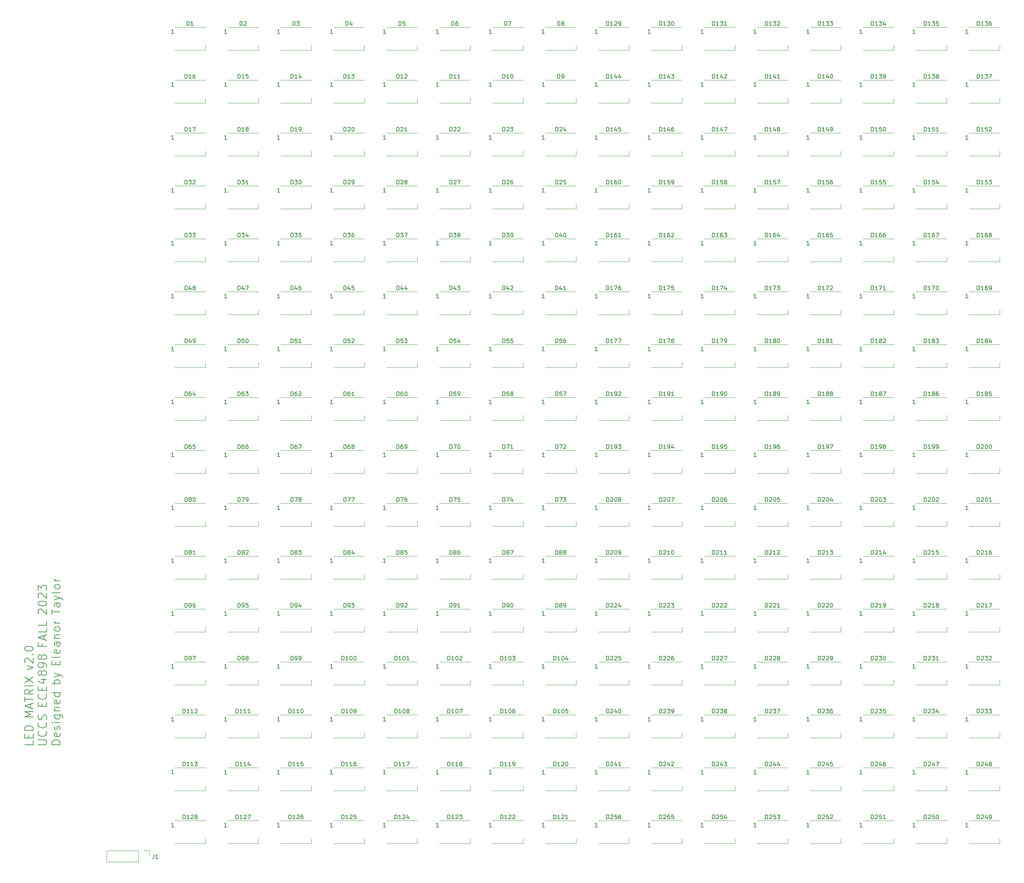
<source format=gbr>
%TF.GenerationSoftware,KiCad,Pcbnew,(7.0.0-0)*%
%TF.CreationDate,2023-09-26T09:25:19-06:00*%
%TF.ProjectId,led-matrix-v2-0,6c65642d-6d61-4747-9269-782d76322d30,4*%
%TF.SameCoordinates,Original*%
%TF.FileFunction,Legend,Top*%
%TF.FilePolarity,Positive*%
%FSLAX46Y46*%
G04 Gerber Fmt 4.6, Leading zero omitted, Abs format (unit mm)*
G04 Created by KiCad (PCBNEW (7.0.0-0)) date 2023-09-26 09:25:19*
%MOMM*%
%LPD*%
G01*
G04 APERTURE LIST*
%ADD10C,0.150000*%
%ADD11C,0.120000*%
G04 APERTURE END LIST*
D10*
X45784761Y-219071428D02*
X45784761Y-220023809D01*
X45784761Y-220023809D02*
X43784761Y-220023809D01*
X44737142Y-218404761D02*
X44737142Y-217738094D01*
X45784761Y-217452380D02*
X45784761Y-218404761D01*
X45784761Y-218404761D02*
X43784761Y-218404761D01*
X43784761Y-218404761D02*
X43784761Y-217452380D01*
X45784761Y-216595237D02*
X43784761Y-216595237D01*
X43784761Y-216595237D02*
X43784761Y-216119047D01*
X43784761Y-216119047D02*
X43880000Y-215833332D01*
X43880000Y-215833332D02*
X44070476Y-215642856D01*
X44070476Y-215642856D02*
X44260952Y-215547618D01*
X44260952Y-215547618D02*
X44641904Y-215452380D01*
X44641904Y-215452380D02*
X44927619Y-215452380D01*
X44927619Y-215452380D02*
X45308571Y-215547618D01*
X45308571Y-215547618D02*
X45499047Y-215642856D01*
X45499047Y-215642856D02*
X45689523Y-215833332D01*
X45689523Y-215833332D02*
X45784761Y-216119047D01*
X45784761Y-216119047D02*
X45784761Y-216595237D01*
X45784761Y-213395237D02*
X43784761Y-213395237D01*
X43784761Y-213395237D02*
X45213333Y-212728570D01*
X45213333Y-212728570D02*
X43784761Y-212061904D01*
X43784761Y-212061904D02*
X45784761Y-212061904D01*
X45213333Y-211204761D02*
X45213333Y-210252380D01*
X45784761Y-211395237D02*
X43784761Y-210728571D01*
X43784761Y-210728571D02*
X45784761Y-210061904D01*
X43784761Y-209680951D02*
X43784761Y-208538094D01*
X45784761Y-209109523D02*
X43784761Y-209109523D01*
X45784761Y-206728570D02*
X44832380Y-207395237D01*
X45784761Y-207871427D02*
X43784761Y-207871427D01*
X43784761Y-207871427D02*
X43784761Y-207109522D01*
X43784761Y-207109522D02*
X43880000Y-206919046D01*
X43880000Y-206919046D02*
X43975238Y-206823808D01*
X43975238Y-206823808D02*
X44165714Y-206728570D01*
X44165714Y-206728570D02*
X44451428Y-206728570D01*
X44451428Y-206728570D02*
X44641904Y-206823808D01*
X44641904Y-206823808D02*
X44737142Y-206919046D01*
X44737142Y-206919046D02*
X44832380Y-207109522D01*
X44832380Y-207109522D02*
X44832380Y-207871427D01*
X45784761Y-205871427D02*
X43784761Y-205871427D01*
X43784761Y-205109522D02*
X45784761Y-203776189D01*
X43784761Y-203776189D02*
X45784761Y-205109522D01*
X44451428Y-202004760D02*
X45784761Y-201528570D01*
X45784761Y-201528570D02*
X44451428Y-201052379D01*
X43975238Y-200385712D02*
X43880000Y-200290474D01*
X43880000Y-200290474D02*
X43784761Y-200099998D01*
X43784761Y-200099998D02*
X43784761Y-199623807D01*
X43784761Y-199623807D02*
X43880000Y-199433331D01*
X43880000Y-199433331D02*
X43975238Y-199338093D01*
X43975238Y-199338093D02*
X44165714Y-199242855D01*
X44165714Y-199242855D02*
X44356190Y-199242855D01*
X44356190Y-199242855D02*
X44641904Y-199338093D01*
X44641904Y-199338093D02*
X45784761Y-200480950D01*
X45784761Y-200480950D02*
X45784761Y-199242855D01*
X45594285Y-198385712D02*
X45689523Y-198290474D01*
X45689523Y-198290474D02*
X45784761Y-198385712D01*
X45784761Y-198385712D02*
X45689523Y-198480950D01*
X45689523Y-198480950D02*
X45594285Y-198385712D01*
X45594285Y-198385712D02*
X45784761Y-198385712D01*
X43784761Y-197052379D02*
X43784761Y-196861902D01*
X43784761Y-196861902D02*
X43880000Y-196671426D01*
X43880000Y-196671426D02*
X43975238Y-196576188D01*
X43975238Y-196576188D02*
X44165714Y-196480950D01*
X44165714Y-196480950D02*
X44546666Y-196385712D01*
X44546666Y-196385712D02*
X45022857Y-196385712D01*
X45022857Y-196385712D02*
X45403809Y-196480950D01*
X45403809Y-196480950D02*
X45594285Y-196576188D01*
X45594285Y-196576188D02*
X45689523Y-196671426D01*
X45689523Y-196671426D02*
X45784761Y-196861902D01*
X45784761Y-196861902D02*
X45784761Y-197052379D01*
X45784761Y-197052379D02*
X45689523Y-197242855D01*
X45689523Y-197242855D02*
X45594285Y-197338093D01*
X45594285Y-197338093D02*
X45403809Y-197433331D01*
X45403809Y-197433331D02*
X45022857Y-197528569D01*
X45022857Y-197528569D02*
X44546666Y-197528569D01*
X44546666Y-197528569D02*
X44165714Y-197433331D01*
X44165714Y-197433331D02*
X43975238Y-197338093D01*
X43975238Y-197338093D02*
X43880000Y-197242855D01*
X43880000Y-197242855D02*
X43784761Y-197052379D01*
X47024761Y-220023809D02*
X48643809Y-220023809D01*
X48643809Y-220023809D02*
X48834285Y-219928571D01*
X48834285Y-219928571D02*
X48929523Y-219833333D01*
X48929523Y-219833333D02*
X49024761Y-219642857D01*
X49024761Y-219642857D02*
X49024761Y-219261904D01*
X49024761Y-219261904D02*
X48929523Y-219071428D01*
X48929523Y-219071428D02*
X48834285Y-218976190D01*
X48834285Y-218976190D02*
X48643809Y-218880952D01*
X48643809Y-218880952D02*
X47024761Y-218880952D01*
X48834285Y-216785714D02*
X48929523Y-216880952D01*
X48929523Y-216880952D02*
X49024761Y-217166666D01*
X49024761Y-217166666D02*
X49024761Y-217357142D01*
X49024761Y-217357142D02*
X48929523Y-217642857D01*
X48929523Y-217642857D02*
X48739047Y-217833333D01*
X48739047Y-217833333D02*
X48548571Y-217928571D01*
X48548571Y-217928571D02*
X48167619Y-218023809D01*
X48167619Y-218023809D02*
X47881904Y-218023809D01*
X47881904Y-218023809D02*
X47500952Y-217928571D01*
X47500952Y-217928571D02*
X47310476Y-217833333D01*
X47310476Y-217833333D02*
X47120000Y-217642857D01*
X47120000Y-217642857D02*
X47024761Y-217357142D01*
X47024761Y-217357142D02*
X47024761Y-217166666D01*
X47024761Y-217166666D02*
X47120000Y-216880952D01*
X47120000Y-216880952D02*
X47215238Y-216785714D01*
X48834285Y-214785714D02*
X48929523Y-214880952D01*
X48929523Y-214880952D02*
X49024761Y-215166666D01*
X49024761Y-215166666D02*
X49024761Y-215357142D01*
X49024761Y-215357142D02*
X48929523Y-215642857D01*
X48929523Y-215642857D02*
X48739047Y-215833333D01*
X48739047Y-215833333D02*
X48548571Y-215928571D01*
X48548571Y-215928571D02*
X48167619Y-216023809D01*
X48167619Y-216023809D02*
X47881904Y-216023809D01*
X47881904Y-216023809D02*
X47500952Y-215928571D01*
X47500952Y-215928571D02*
X47310476Y-215833333D01*
X47310476Y-215833333D02*
X47120000Y-215642857D01*
X47120000Y-215642857D02*
X47024761Y-215357142D01*
X47024761Y-215357142D02*
X47024761Y-215166666D01*
X47024761Y-215166666D02*
X47120000Y-214880952D01*
X47120000Y-214880952D02*
X47215238Y-214785714D01*
X48929523Y-214023809D02*
X49024761Y-213738095D01*
X49024761Y-213738095D02*
X49024761Y-213261904D01*
X49024761Y-213261904D02*
X48929523Y-213071428D01*
X48929523Y-213071428D02*
X48834285Y-212976190D01*
X48834285Y-212976190D02*
X48643809Y-212880952D01*
X48643809Y-212880952D02*
X48453333Y-212880952D01*
X48453333Y-212880952D02*
X48262857Y-212976190D01*
X48262857Y-212976190D02*
X48167619Y-213071428D01*
X48167619Y-213071428D02*
X48072380Y-213261904D01*
X48072380Y-213261904D02*
X47977142Y-213642857D01*
X47977142Y-213642857D02*
X47881904Y-213833333D01*
X47881904Y-213833333D02*
X47786666Y-213928571D01*
X47786666Y-213928571D02*
X47596190Y-214023809D01*
X47596190Y-214023809D02*
X47405714Y-214023809D01*
X47405714Y-214023809D02*
X47215238Y-213928571D01*
X47215238Y-213928571D02*
X47120000Y-213833333D01*
X47120000Y-213833333D02*
X47024761Y-213642857D01*
X47024761Y-213642857D02*
X47024761Y-213166666D01*
X47024761Y-213166666D02*
X47120000Y-212880952D01*
X47977142Y-210823809D02*
X47977142Y-210157142D01*
X49024761Y-209871428D02*
X49024761Y-210823809D01*
X49024761Y-210823809D02*
X47024761Y-210823809D01*
X47024761Y-210823809D02*
X47024761Y-209871428D01*
X48834285Y-207871428D02*
X48929523Y-207966666D01*
X48929523Y-207966666D02*
X49024761Y-208252380D01*
X49024761Y-208252380D02*
X49024761Y-208442856D01*
X49024761Y-208442856D02*
X48929523Y-208728571D01*
X48929523Y-208728571D02*
X48739047Y-208919047D01*
X48739047Y-208919047D02*
X48548571Y-209014285D01*
X48548571Y-209014285D02*
X48167619Y-209109523D01*
X48167619Y-209109523D02*
X47881904Y-209109523D01*
X47881904Y-209109523D02*
X47500952Y-209014285D01*
X47500952Y-209014285D02*
X47310476Y-208919047D01*
X47310476Y-208919047D02*
X47120000Y-208728571D01*
X47120000Y-208728571D02*
X47024761Y-208442856D01*
X47024761Y-208442856D02*
X47024761Y-208252380D01*
X47024761Y-208252380D02*
X47120000Y-207966666D01*
X47120000Y-207966666D02*
X47215238Y-207871428D01*
X47977142Y-207014285D02*
X47977142Y-206347618D01*
X49024761Y-206061904D02*
X49024761Y-207014285D01*
X49024761Y-207014285D02*
X47024761Y-207014285D01*
X47024761Y-207014285D02*
X47024761Y-206061904D01*
X47691428Y-204347618D02*
X49024761Y-204347618D01*
X46929523Y-204823809D02*
X48358095Y-205299999D01*
X48358095Y-205299999D02*
X48358095Y-204061904D01*
X47881904Y-203014285D02*
X47786666Y-203204761D01*
X47786666Y-203204761D02*
X47691428Y-203299999D01*
X47691428Y-203299999D02*
X47500952Y-203395237D01*
X47500952Y-203395237D02*
X47405714Y-203395237D01*
X47405714Y-203395237D02*
X47215238Y-203299999D01*
X47215238Y-203299999D02*
X47120000Y-203204761D01*
X47120000Y-203204761D02*
X47024761Y-203014285D01*
X47024761Y-203014285D02*
X47024761Y-202633332D01*
X47024761Y-202633332D02*
X47120000Y-202442856D01*
X47120000Y-202442856D02*
X47215238Y-202347618D01*
X47215238Y-202347618D02*
X47405714Y-202252380D01*
X47405714Y-202252380D02*
X47500952Y-202252380D01*
X47500952Y-202252380D02*
X47691428Y-202347618D01*
X47691428Y-202347618D02*
X47786666Y-202442856D01*
X47786666Y-202442856D02*
X47881904Y-202633332D01*
X47881904Y-202633332D02*
X47881904Y-203014285D01*
X47881904Y-203014285D02*
X47977142Y-203204761D01*
X47977142Y-203204761D02*
X48072380Y-203299999D01*
X48072380Y-203299999D02*
X48262857Y-203395237D01*
X48262857Y-203395237D02*
X48643809Y-203395237D01*
X48643809Y-203395237D02*
X48834285Y-203299999D01*
X48834285Y-203299999D02*
X48929523Y-203204761D01*
X48929523Y-203204761D02*
X49024761Y-203014285D01*
X49024761Y-203014285D02*
X49024761Y-202633332D01*
X49024761Y-202633332D02*
X48929523Y-202442856D01*
X48929523Y-202442856D02*
X48834285Y-202347618D01*
X48834285Y-202347618D02*
X48643809Y-202252380D01*
X48643809Y-202252380D02*
X48262857Y-202252380D01*
X48262857Y-202252380D02*
X48072380Y-202347618D01*
X48072380Y-202347618D02*
X47977142Y-202442856D01*
X47977142Y-202442856D02*
X47881904Y-202633332D01*
X49024761Y-201299999D02*
X49024761Y-200919047D01*
X49024761Y-200919047D02*
X48929523Y-200728570D01*
X48929523Y-200728570D02*
X48834285Y-200633332D01*
X48834285Y-200633332D02*
X48548571Y-200442856D01*
X48548571Y-200442856D02*
X48167619Y-200347618D01*
X48167619Y-200347618D02*
X47405714Y-200347618D01*
X47405714Y-200347618D02*
X47215238Y-200442856D01*
X47215238Y-200442856D02*
X47120000Y-200538094D01*
X47120000Y-200538094D02*
X47024761Y-200728570D01*
X47024761Y-200728570D02*
X47024761Y-201109523D01*
X47024761Y-201109523D02*
X47120000Y-201299999D01*
X47120000Y-201299999D02*
X47215238Y-201395237D01*
X47215238Y-201395237D02*
X47405714Y-201490475D01*
X47405714Y-201490475D02*
X47881904Y-201490475D01*
X47881904Y-201490475D02*
X48072380Y-201395237D01*
X48072380Y-201395237D02*
X48167619Y-201299999D01*
X48167619Y-201299999D02*
X48262857Y-201109523D01*
X48262857Y-201109523D02*
X48262857Y-200728570D01*
X48262857Y-200728570D02*
X48167619Y-200538094D01*
X48167619Y-200538094D02*
X48072380Y-200442856D01*
X48072380Y-200442856D02*
X47881904Y-200347618D01*
X47881904Y-199204761D02*
X47786666Y-199395237D01*
X47786666Y-199395237D02*
X47691428Y-199490475D01*
X47691428Y-199490475D02*
X47500952Y-199585713D01*
X47500952Y-199585713D02*
X47405714Y-199585713D01*
X47405714Y-199585713D02*
X47215238Y-199490475D01*
X47215238Y-199490475D02*
X47120000Y-199395237D01*
X47120000Y-199395237D02*
X47024761Y-199204761D01*
X47024761Y-199204761D02*
X47024761Y-198823808D01*
X47024761Y-198823808D02*
X47120000Y-198633332D01*
X47120000Y-198633332D02*
X47215238Y-198538094D01*
X47215238Y-198538094D02*
X47405714Y-198442856D01*
X47405714Y-198442856D02*
X47500952Y-198442856D01*
X47500952Y-198442856D02*
X47691428Y-198538094D01*
X47691428Y-198538094D02*
X47786666Y-198633332D01*
X47786666Y-198633332D02*
X47881904Y-198823808D01*
X47881904Y-198823808D02*
X47881904Y-199204761D01*
X47881904Y-199204761D02*
X47977142Y-199395237D01*
X47977142Y-199395237D02*
X48072380Y-199490475D01*
X48072380Y-199490475D02*
X48262857Y-199585713D01*
X48262857Y-199585713D02*
X48643809Y-199585713D01*
X48643809Y-199585713D02*
X48834285Y-199490475D01*
X48834285Y-199490475D02*
X48929523Y-199395237D01*
X48929523Y-199395237D02*
X49024761Y-199204761D01*
X49024761Y-199204761D02*
X49024761Y-198823808D01*
X49024761Y-198823808D02*
X48929523Y-198633332D01*
X48929523Y-198633332D02*
X48834285Y-198538094D01*
X48834285Y-198538094D02*
X48643809Y-198442856D01*
X48643809Y-198442856D02*
X48262857Y-198442856D01*
X48262857Y-198442856D02*
X48072380Y-198538094D01*
X48072380Y-198538094D02*
X47977142Y-198633332D01*
X47977142Y-198633332D02*
X47881904Y-198823808D01*
X47977142Y-195719046D02*
X47977142Y-196385713D01*
X49024761Y-196385713D02*
X47024761Y-196385713D01*
X47024761Y-196385713D02*
X47024761Y-195433332D01*
X48453333Y-194766665D02*
X48453333Y-193814284D01*
X49024761Y-194957141D02*
X47024761Y-194290475D01*
X47024761Y-194290475D02*
X49024761Y-193623808D01*
X49024761Y-192004760D02*
X49024761Y-192957141D01*
X49024761Y-192957141D02*
X47024761Y-192957141D01*
X49024761Y-190385712D02*
X49024761Y-191338093D01*
X49024761Y-191338093D02*
X47024761Y-191338093D01*
X47215238Y-188614283D02*
X47120000Y-188519045D01*
X47120000Y-188519045D02*
X47024761Y-188328569D01*
X47024761Y-188328569D02*
X47024761Y-187852378D01*
X47024761Y-187852378D02*
X47120000Y-187661902D01*
X47120000Y-187661902D02*
X47215238Y-187566664D01*
X47215238Y-187566664D02*
X47405714Y-187471426D01*
X47405714Y-187471426D02*
X47596190Y-187471426D01*
X47596190Y-187471426D02*
X47881904Y-187566664D01*
X47881904Y-187566664D02*
X49024761Y-188709521D01*
X49024761Y-188709521D02*
X49024761Y-187471426D01*
X47024761Y-186233331D02*
X47024761Y-186042854D01*
X47024761Y-186042854D02*
X47120000Y-185852378D01*
X47120000Y-185852378D02*
X47215238Y-185757140D01*
X47215238Y-185757140D02*
X47405714Y-185661902D01*
X47405714Y-185661902D02*
X47786666Y-185566664D01*
X47786666Y-185566664D02*
X48262857Y-185566664D01*
X48262857Y-185566664D02*
X48643809Y-185661902D01*
X48643809Y-185661902D02*
X48834285Y-185757140D01*
X48834285Y-185757140D02*
X48929523Y-185852378D01*
X48929523Y-185852378D02*
X49024761Y-186042854D01*
X49024761Y-186042854D02*
X49024761Y-186233331D01*
X49024761Y-186233331D02*
X48929523Y-186423807D01*
X48929523Y-186423807D02*
X48834285Y-186519045D01*
X48834285Y-186519045D02*
X48643809Y-186614283D01*
X48643809Y-186614283D02*
X48262857Y-186709521D01*
X48262857Y-186709521D02*
X47786666Y-186709521D01*
X47786666Y-186709521D02*
X47405714Y-186614283D01*
X47405714Y-186614283D02*
X47215238Y-186519045D01*
X47215238Y-186519045D02*
X47120000Y-186423807D01*
X47120000Y-186423807D02*
X47024761Y-186233331D01*
X47215238Y-184804759D02*
X47120000Y-184709521D01*
X47120000Y-184709521D02*
X47024761Y-184519045D01*
X47024761Y-184519045D02*
X47024761Y-184042854D01*
X47024761Y-184042854D02*
X47120000Y-183852378D01*
X47120000Y-183852378D02*
X47215238Y-183757140D01*
X47215238Y-183757140D02*
X47405714Y-183661902D01*
X47405714Y-183661902D02*
X47596190Y-183661902D01*
X47596190Y-183661902D02*
X47881904Y-183757140D01*
X47881904Y-183757140D02*
X49024761Y-184899997D01*
X49024761Y-184899997D02*
X49024761Y-183661902D01*
X47024761Y-182995235D02*
X47024761Y-181757140D01*
X47024761Y-181757140D02*
X47786666Y-182423807D01*
X47786666Y-182423807D02*
X47786666Y-182138092D01*
X47786666Y-182138092D02*
X47881904Y-181947616D01*
X47881904Y-181947616D02*
X47977142Y-181852378D01*
X47977142Y-181852378D02*
X48167619Y-181757140D01*
X48167619Y-181757140D02*
X48643809Y-181757140D01*
X48643809Y-181757140D02*
X48834285Y-181852378D01*
X48834285Y-181852378D02*
X48929523Y-181947616D01*
X48929523Y-181947616D02*
X49024761Y-182138092D01*
X49024761Y-182138092D02*
X49024761Y-182709521D01*
X49024761Y-182709521D02*
X48929523Y-182899997D01*
X48929523Y-182899997D02*
X48834285Y-182995235D01*
X52264761Y-220023809D02*
X50264761Y-220023809D01*
X50264761Y-220023809D02*
X50264761Y-219547619D01*
X50264761Y-219547619D02*
X50360000Y-219261904D01*
X50360000Y-219261904D02*
X50550476Y-219071428D01*
X50550476Y-219071428D02*
X50740952Y-218976190D01*
X50740952Y-218976190D02*
X51121904Y-218880952D01*
X51121904Y-218880952D02*
X51407619Y-218880952D01*
X51407619Y-218880952D02*
X51788571Y-218976190D01*
X51788571Y-218976190D02*
X51979047Y-219071428D01*
X51979047Y-219071428D02*
X52169523Y-219261904D01*
X52169523Y-219261904D02*
X52264761Y-219547619D01*
X52264761Y-219547619D02*
X52264761Y-220023809D01*
X52169523Y-217261904D02*
X52264761Y-217452380D01*
X52264761Y-217452380D02*
X52264761Y-217833333D01*
X52264761Y-217833333D02*
X52169523Y-218023809D01*
X52169523Y-218023809D02*
X51979047Y-218119047D01*
X51979047Y-218119047D02*
X51217142Y-218119047D01*
X51217142Y-218119047D02*
X51026666Y-218023809D01*
X51026666Y-218023809D02*
X50931428Y-217833333D01*
X50931428Y-217833333D02*
X50931428Y-217452380D01*
X50931428Y-217452380D02*
X51026666Y-217261904D01*
X51026666Y-217261904D02*
X51217142Y-217166666D01*
X51217142Y-217166666D02*
X51407619Y-217166666D01*
X51407619Y-217166666D02*
X51598095Y-218119047D01*
X52169523Y-216404761D02*
X52264761Y-216214285D01*
X52264761Y-216214285D02*
X52264761Y-215833333D01*
X52264761Y-215833333D02*
X52169523Y-215642856D01*
X52169523Y-215642856D02*
X51979047Y-215547618D01*
X51979047Y-215547618D02*
X51883809Y-215547618D01*
X51883809Y-215547618D02*
X51693333Y-215642856D01*
X51693333Y-215642856D02*
X51598095Y-215833333D01*
X51598095Y-215833333D02*
X51598095Y-216119047D01*
X51598095Y-216119047D02*
X51502857Y-216309523D01*
X51502857Y-216309523D02*
X51312380Y-216404761D01*
X51312380Y-216404761D02*
X51217142Y-216404761D01*
X51217142Y-216404761D02*
X51026666Y-216309523D01*
X51026666Y-216309523D02*
X50931428Y-216119047D01*
X50931428Y-216119047D02*
X50931428Y-215833333D01*
X50931428Y-215833333D02*
X51026666Y-215642856D01*
X52264761Y-214690475D02*
X50931428Y-214690475D01*
X50264761Y-214690475D02*
X50360000Y-214785713D01*
X50360000Y-214785713D02*
X50455238Y-214690475D01*
X50455238Y-214690475D02*
X50360000Y-214595237D01*
X50360000Y-214595237D02*
X50264761Y-214690475D01*
X50264761Y-214690475D02*
X50455238Y-214690475D01*
X50931428Y-212880951D02*
X52550476Y-212880951D01*
X52550476Y-212880951D02*
X52740952Y-212976189D01*
X52740952Y-212976189D02*
X52836190Y-213071427D01*
X52836190Y-213071427D02*
X52931428Y-213261904D01*
X52931428Y-213261904D02*
X52931428Y-213547618D01*
X52931428Y-213547618D02*
X52836190Y-213738094D01*
X52169523Y-212880951D02*
X52264761Y-213071427D01*
X52264761Y-213071427D02*
X52264761Y-213452380D01*
X52264761Y-213452380D02*
X52169523Y-213642856D01*
X52169523Y-213642856D02*
X52074285Y-213738094D01*
X52074285Y-213738094D02*
X51883809Y-213833332D01*
X51883809Y-213833332D02*
X51312380Y-213833332D01*
X51312380Y-213833332D02*
X51121904Y-213738094D01*
X51121904Y-213738094D02*
X51026666Y-213642856D01*
X51026666Y-213642856D02*
X50931428Y-213452380D01*
X50931428Y-213452380D02*
X50931428Y-213071427D01*
X50931428Y-213071427D02*
X51026666Y-212880951D01*
X50931428Y-211928570D02*
X52264761Y-211928570D01*
X51121904Y-211928570D02*
X51026666Y-211833332D01*
X51026666Y-211833332D02*
X50931428Y-211642856D01*
X50931428Y-211642856D02*
X50931428Y-211357141D01*
X50931428Y-211357141D02*
X51026666Y-211166665D01*
X51026666Y-211166665D02*
X51217142Y-211071427D01*
X51217142Y-211071427D02*
X52264761Y-211071427D01*
X52169523Y-209357141D02*
X52264761Y-209547617D01*
X52264761Y-209547617D02*
X52264761Y-209928570D01*
X52264761Y-209928570D02*
X52169523Y-210119046D01*
X52169523Y-210119046D02*
X51979047Y-210214284D01*
X51979047Y-210214284D02*
X51217142Y-210214284D01*
X51217142Y-210214284D02*
X51026666Y-210119046D01*
X51026666Y-210119046D02*
X50931428Y-209928570D01*
X50931428Y-209928570D02*
X50931428Y-209547617D01*
X50931428Y-209547617D02*
X51026666Y-209357141D01*
X51026666Y-209357141D02*
X51217142Y-209261903D01*
X51217142Y-209261903D02*
X51407619Y-209261903D01*
X51407619Y-209261903D02*
X51598095Y-210214284D01*
X52264761Y-207547617D02*
X50264761Y-207547617D01*
X52169523Y-207547617D02*
X52264761Y-207738093D01*
X52264761Y-207738093D02*
X52264761Y-208119046D01*
X52264761Y-208119046D02*
X52169523Y-208309522D01*
X52169523Y-208309522D02*
X52074285Y-208404760D01*
X52074285Y-208404760D02*
X51883809Y-208499998D01*
X51883809Y-208499998D02*
X51312380Y-208499998D01*
X51312380Y-208499998D02*
X51121904Y-208404760D01*
X51121904Y-208404760D02*
X51026666Y-208309522D01*
X51026666Y-208309522D02*
X50931428Y-208119046D01*
X50931428Y-208119046D02*
X50931428Y-207738093D01*
X50931428Y-207738093D02*
X51026666Y-207547617D01*
X52264761Y-205395236D02*
X50264761Y-205395236D01*
X51026666Y-205395236D02*
X50931428Y-205204760D01*
X50931428Y-205204760D02*
X50931428Y-204823807D01*
X50931428Y-204823807D02*
X51026666Y-204633331D01*
X51026666Y-204633331D02*
X51121904Y-204538093D01*
X51121904Y-204538093D02*
X51312380Y-204442855D01*
X51312380Y-204442855D02*
X51883809Y-204442855D01*
X51883809Y-204442855D02*
X52074285Y-204538093D01*
X52074285Y-204538093D02*
X52169523Y-204633331D01*
X52169523Y-204633331D02*
X52264761Y-204823807D01*
X52264761Y-204823807D02*
X52264761Y-205204760D01*
X52264761Y-205204760D02*
X52169523Y-205395236D01*
X50931428Y-203776188D02*
X52264761Y-203299998D01*
X50931428Y-202823807D02*
X52264761Y-203299998D01*
X52264761Y-203299998D02*
X52740952Y-203490474D01*
X52740952Y-203490474D02*
X52836190Y-203585712D01*
X52836190Y-203585712D02*
X52931428Y-203776188D01*
X51217142Y-200861902D02*
X51217142Y-200195235D01*
X52264761Y-199909521D02*
X52264761Y-200861902D01*
X52264761Y-200861902D02*
X50264761Y-200861902D01*
X50264761Y-200861902D02*
X50264761Y-199909521D01*
X52264761Y-198766664D02*
X52169523Y-198957140D01*
X52169523Y-198957140D02*
X51979047Y-199052378D01*
X51979047Y-199052378D02*
X50264761Y-199052378D01*
X52169523Y-197242854D02*
X52264761Y-197433330D01*
X52264761Y-197433330D02*
X52264761Y-197814283D01*
X52264761Y-197814283D02*
X52169523Y-198004759D01*
X52169523Y-198004759D02*
X51979047Y-198099997D01*
X51979047Y-198099997D02*
X51217142Y-198099997D01*
X51217142Y-198099997D02*
X51026666Y-198004759D01*
X51026666Y-198004759D02*
X50931428Y-197814283D01*
X50931428Y-197814283D02*
X50931428Y-197433330D01*
X50931428Y-197433330D02*
X51026666Y-197242854D01*
X51026666Y-197242854D02*
X51217142Y-197147616D01*
X51217142Y-197147616D02*
X51407619Y-197147616D01*
X51407619Y-197147616D02*
X51598095Y-198099997D01*
X52264761Y-195433330D02*
X51217142Y-195433330D01*
X51217142Y-195433330D02*
X51026666Y-195528568D01*
X51026666Y-195528568D02*
X50931428Y-195719044D01*
X50931428Y-195719044D02*
X50931428Y-196099997D01*
X50931428Y-196099997D02*
X51026666Y-196290473D01*
X52169523Y-195433330D02*
X52264761Y-195623806D01*
X52264761Y-195623806D02*
X52264761Y-196099997D01*
X52264761Y-196099997D02*
X52169523Y-196290473D01*
X52169523Y-196290473D02*
X51979047Y-196385711D01*
X51979047Y-196385711D02*
X51788571Y-196385711D01*
X51788571Y-196385711D02*
X51598095Y-196290473D01*
X51598095Y-196290473D02*
X51502857Y-196099997D01*
X51502857Y-196099997D02*
X51502857Y-195623806D01*
X51502857Y-195623806D02*
X51407619Y-195433330D01*
X50931428Y-194480949D02*
X52264761Y-194480949D01*
X51121904Y-194480949D02*
X51026666Y-194385711D01*
X51026666Y-194385711D02*
X50931428Y-194195235D01*
X50931428Y-194195235D02*
X50931428Y-193909520D01*
X50931428Y-193909520D02*
X51026666Y-193719044D01*
X51026666Y-193719044D02*
X51217142Y-193623806D01*
X51217142Y-193623806D02*
X52264761Y-193623806D01*
X52264761Y-192385711D02*
X52169523Y-192576187D01*
X52169523Y-192576187D02*
X52074285Y-192671425D01*
X52074285Y-192671425D02*
X51883809Y-192766663D01*
X51883809Y-192766663D02*
X51312380Y-192766663D01*
X51312380Y-192766663D02*
X51121904Y-192671425D01*
X51121904Y-192671425D02*
X51026666Y-192576187D01*
X51026666Y-192576187D02*
X50931428Y-192385711D01*
X50931428Y-192385711D02*
X50931428Y-192099996D01*
X50931428Y-192099996D02*
X51026666Y-191909520D01*
X51026666Y-191909520D02*
X51121904Y-191814282D01*
X51121904Y-191814282D02*
X51312380Y-191719044D01*
X51312380Y-191719044D02*
X51883809Y-191719044D01*
X51883809Y-191719044D02*
X52074285Y-191814282D01*
X52074285Y-191814282D02*
X52169523Y-191909520D01*
X52169523Y-191909520D02*
X52264761Y-192099996D01*
X52264761Y-192099996D02*
X52264761Y-192385711D01*
X52264761Y-190861901D02*
X50931428Y-190861901D01*
X51312380Y-190861901D02*
X51121904Y-190766663D01*
X51121904Y-190766663D02*
X51026666Y-190671425D01*
X51026666Y-190671425D02*
X50931428Y-190480949D01*
X50931428Y-190480949D02*
X50931428Y-190290472D01*
X50264761Y-188709520D02*
X50264761Y-187566663D01*
X52264761Y-188138092D02*
X50264761Y-188138092D01*
X52264761Y-186042853D02*
X51217142Y-186042853D01*
X51217142Y-186042853D02*
X51026666Y-186138091D01*
X51026666Y-186138091D02*
X50931428Y-186328567D01*
X50931428Y-186328567D02*
X50931428Y-186709520D01*
X50931428Y-186709520D02*
X51026666Y-186899996D01*
X52169523Y-186042853D02*
X52264761Y-186233329D01*
X52264761Y-186233329D02*
X52264761Y-186709520D01*
X52264761Y-186709520D02*
X52169523Y-186899996D01*
X52169523Y-186899996D02*
X51979047Y-186995234D01*
X51979047Y-186995234D02*
X51788571Y-186995234D01*
X51788571Y-186995234D02*
X51598095Y-186899996D01*
X51598095Y-186899996D02*
X51502857Y-186709520D01*
X51502857Y-186709520D02*
X51502857Y-186233329D01*
X51502857Y-186233329D02*
X51407619Y-186042853D01*
X50931428Y-185280948D02*
X52264761Y-184804758D01*
X50931428Y-184328567D02*
X52264761Y-184804758D01*
X52264761Y-184804758D02*
X52740952Y-184995234D01*
X52740952Y-184995234D02*
X52836190Y-185090472D01*
X52836190Y-185090472D02*
X52931428Y-185280948D01*
X52264761Y-183280948D02*
X52169523Y-183471424D01*
X52169523Y-183471424D02*
X51979047Y-183566662D01*
X51979047Y-183566662D02*
X50264761Y-183566662D01*
X52264761Y-182233329D02*
X52169523Y-182423805D01*
X52169523Y-182423805D02*
X52074285Y-182519043D01*
X52074285Y-182519043D02*
X51883809Y-182614281D01*
X51883809Y-182614281D02*
X51312380Y-182614281D01*
X51312380Y-182614281D02*
X51121904Y-182519043D01*
X51121904Y-182519043D02*
X51026666Y-182423805D01*
X51026666Y-182423805D02*
X50931428Y-182233329D01*
X50931428Y-182233329D02*
X50931428Y-181947614D01*
X50931428Y-181947614D02*
X51026666Y-181757138D01*
X51026666Y-181757138D02*
X51121904Y-181661900D01*
X51121904Y-181661900D02*
X51312380Y-181566662D01*
X51312380Y-181566662D02*
X51883809Y-181566662D01*
X51883809Y-181566662D02*
X52074285Y-181661900D01*
X52074285Y-181661900D02*
X52169523Y-181757138D01*
X52169523Y-181757138D02*
X52264761Y-181947614D01*
X52264761Y-181947614D02*
X52264761Y-182233329D01*
X52264761Y-180709519D02*
X50931428Y-180709519D01*
X51312380Y-180709519D02*
X51121904Y-180614281D01*
X51121904Y-180614281D02*
X51026666Y-180519043D01*
X51026666Y-180519043D02*
X50931428Y-180328567D01*
X50931428Y-180328567D02*
X50931428Y-180138090D01*
%TO.C,D196*%
X221459524Y-148967380D02*
X221459524Y-147967380D01*
X221459524Y-147967380D02*
X221697619Y-147967380D01*
X221697619Y-147967380D02*
X221840476Y-148015000D01*
X221840476Y-148015000D02*
X221935714Y-148110238D01*
X221935714Y-148110238D02*
X221983333Y-148205476D01*
X221983333Y-148205476D02*
X222030952Y-148395952D01*
X222030952Y-148395952D02*
X222030952Y-148538809D01*
X222030952Y-148538809D02*
X221983333Y-148729285D01*
X221983333Y-148729285D02*
X221935714Y-148824523D01*
X221935714Y-148824523D02*
X221840476Y-148919761D01*
X221840476Y-148919761D02*
X221697619Y-148967380D01*
X221697619Y-148967380D02*
X221459524Y-148967380D01*
X222983333Y-148967380D02*
X222411905Y-148967380D01*
X222697619Y-148967380D02*
X222697619Y-147967380D01*
X222697619Y-147967380D02*
X222602381Y-148110238D01*
X222602381Y-148110238D02*
X222507143Y-148205476D01*
X222507143Y-148205476D02*
X222411905Y-148253095D01*
X223459524Y-148967380D02*
X223650000Y-148967380D01*
X223650000Y-148967380D02*
X223745238Y-148919761D01*
X223745238Y-148919761D02*
X223792857Y-148872142D01*
X223792857Y-148872142D02*
X223888095Y-148729285D01*
X223888095Y-148729285D02*
X223935714Y-148538809D01*
X223935714Y-148538809D02*
X223935714Y-148157857D01*
X223935714Y-148157857D02*
X223888095Y-148062619D01*
X223888095Y-148062619D02*
X223840476Y-148015000D01*
X223840476Y-148015000D02*
X223745238Y-147967380D01*
X223745238Y-147967380D02*
X223554762Y-147967380D01*
X223554762Y-147967380D02*
X223459524Y-148015000D01*
X223459524Y-148015000D02*
X223411905Y-148062619D01*
X223411905Y-148062619D02*
X223364286Y-148157857D01*
X223364286Y-148157857D02*
X223364286Y-148395952D01*
X223364286Y-148395952D02*
X223411905Y-148491190D01*
X223411905Y-148491190D02*
X223459524Y-148538809D01*
X223459524Y-148538809D02*
X223554762Y-148586428D01*
X223554762Y-148586428D02*
X223745238Y-148586428D01*
X223745238Y-148586428D02*
X223840476Y-148538809D01*
X223840476Y-148538809D02*
X223888095Y-148491190D01*
X223888095Y-148491190D02*
X223935714Y-148395952D01*
X224792857Y-147967380D02*
X224602381Y-147967380D01*
X224602381Y-147967380D02*
X224507143Y-148015000D01*
X224507143Y-148015000D02*
X224459524Y-148062619D01*
X224459524Y-148062619D02*
X224364286Y-148205476D01*
X224364286Y-148205476D02*
X224316667Y-148395952D01*
X224316667Y-148395952D02*
X224316667Y-148776904D01*
X224316667Y-148776904D02*
X224364286Y-148872142D01*
X224364286Y-148872142D02*
X224411905Y-148919761D01*
X224411905Y-148919761D02*
X224507143Y-148967380D01*
X224507143Y-148967380D02*
X224697619Y-148967380D01*
X224697619Y-148967380D02*
X224792857Y-148919761D01*
X224792857Y-148919761D02*
X224840476Y-148872142D01*
X224840476Y-148872142D02*
X224888095Y-148776904D01*
X224888095Y-148776904D02*
X224888095Y-148538809D01*
X224888095Y-148538809D02*
X224840476Y-148443571D01*
X224840476Y-148443571D02*
X224792857Y-148395952D01*
X224792857Y-148395952D02*
X224697619Y-148348333D01*
X224697619Y-148348333D02*
X224507143Y-148348333D01*
X224507143Y-148348333D02*
X224411905Y-148395952D01*
X224411905Y-148395952D02*
X224364286Y-148443571D01*
X224364286Y-148443571D02*
X224316667Y-148538809D01*
X219285714Y-150867380D02*
X218714286Y-150867380D01*
X219000000Y-150867380D02*
X219000000Y-149867380D01*
X219000000Y-149867380D02*
X218904762Y-150010238D01*
X218904762Y-150010238D02*
X218809524Y-150105476D01*
X218809524Y-150105476D02*
X218714286Y-150153095D01*
%TO.C,D116*%
X119859524Y-225167380D02*
X119859524Y-224167380D01*
X119859524Y-224167380D02*
X120097619Y-224167380D01*
X120097619Y-224167380D02*
X120240476Y-224215000D01*
X120240476Y-224215000D02*
X120335714Y-224310238D01*
X120335714Y-224310238D02*
X120383333Y-224405476D01*
X120383333Y-224405476D02*
X120430952Y-224595952D01*
X120430952Y-224595952D02*
X120430952Y-224738809D01*
X120430952Y-224738809D02*
X120383333Y-224929285D01*
X120383333Y-224929285D02*
X120335714Y-225024523D01*
X120335714Y-225024523D02*
X120240476Y-225119761D01*
X120240476Y-225119761D02*
X120097619Y-225167380D01*
X120097619Y-225167380D02*
X119859524Y-225167380D01*
X121383333Y-225167380D02*
X120811905Y-225167380D01*
X121097619Y-225167380D02*
X121097619Y-224167380D01*
X121097619Y-224167380D02*
X121002381Y-224310238D01*
X121002381Y-224310238D02*
X120907143Y-224405476D01*
X120907143Y-224405476D02*
X120811905Y-224453095D01*
X122335714Y-225167380D02*
X121764286Y-225167380D01*
X122050000Y-225167380D02*
X122050000Y-224167380D01*
X122050000Y-224167380D02*
X121954762Y-224310238D01*
X121954762Y-224310238D02*
X121859524Y-224405476D01*
X121859524Y-224405476D02*
X121764286Y-224453095D01*
X123192857Y-224167380D02*
X123002381Y-224167380D01*
X123002381Y-224167380D02*
X122907143Y-224215000D01*
X122907143Y-224215000D02*
X122859524Y-224262619D01*
X122859524Y-224262619D02*
X122764286Y-224405476D01*
X122764286Y-224405476D02*
X122716667Y-224595952D01*
X122716667Y-224595952D02*
X122716667Y-224976904D01*
X122716667Y-224976904D02*
X122764286Y-225072142D01*
X122764286Y-225072142D02*
X122811905Y-225119761D01*
X122811905Y-225119761D02*
X122907143Y-225167380D01*
X122907143Y-225167380D02*
X123097619Y-225167380D01*
X123097619Y-225167380D02*
X123192857Y-225119761D01*
X123192857Y-225119761D02*
X123240476Y-225072142D01*
X123240476Y-225072142D02*
X123288095Y-224976904D01*
X123288095Y-224976904D02*
X123288095Y-224738809D01*
X123288095Y-224738809D02*
X123240476Y-224643571D01*
X123240476Y-224643571D02*
X123192857Y-224595952D01*
X123192857Y-224595952D02*
X123097619Y-224548333D01*
X123097619Y-224548333D02*
X122907143Y-224548333D01*
X122907143Y-224548333D02*
X122811905Y-224595952D01*
X122811905Y-224595952D02*
X122764286Y-224643571D01*
X122764286Y-224643571D02*
X122716667Y-224738809D01*
X117685714Y-227067380D02*
X117114286Y-227067380D01*
X117400000Y-227067380D02*
X117400000Y-226067380D01*
X117400000Y-226067380D02*
X117304762Y-226210238D01*
X117304762Y-226210238D02*
X117209524Y-226305476D01*
X117209524Y-226305476D02*
X117114286Y-226353095D01*
%TO.C,D94*%
X107635714Y-187067380D02*
X107635714Y-186067380D01*
X107635714Y-186067380D02*
X107873809Y-186067380D01*
X107873809Y-186067380D02*
X108016666Y-186115000D01*
X108016666Y-186115000D02*
X108111904Y-186210238D01*
X108111904Y-186210238D02*
X108159523Y-186305476D01*
X108159523Y-186305476D02*
X108207142Y-186495952D01*
X108207142Y-186495952D02*
X108207142Y-186638809D01*
X108207142Y-186638809D02*
X108159523Y-186829285D01*
X108159523Y-186829285D02*
X108111904Y-186924523D01*
X108111904Y-186924523D02*
X108016666Y-187019761D01*
X108016666Y-187019761D02*
X107873809Y-187067380D01*
X107873809Y-187067380D02*
X107635714Y-187067380D01*
X108683333Y-187067380D02*
X108873809Y-187067380D01*
X108873809Y-187067380D02*
X108969047Y-187019761D01*
X108969047Y-187019761D02*
X109016666Y-186972142D01*
X109016666Y-186972142D02*
X109111904Y-186829285D01*
X109111904Y-186829285D02*
X109159523Y-186638809D01*
X109159523Y-186638809D02*
X109159523Y-186257857D01*
X109159523Y-186257857D02*
X109111904Y-186162619D01*
X109111904Y-186162619D02*
X109064285Y-186115000D01*
X109064285Y-186115000D02*
X108969047Y-186067380D01*
X108969047Y-186067380D02*
X108778571Y-186067380D01*
X108778571Y-186067380D02*
X108683333Y-186115000D01*
X108683333Y-186115000D02*
X108635714Y-186162619D01*
X108635714Y-186162619D02*
X108588095Y-186257857D01*
X108588095Y-186257857D02*
X108588095Y-186495952D01*
X108588095Y-186495952D02*
X108635714Y-186591190D01*
X108635714Y-186591190D02*
X108683333Y-186638809D01*
X108683333Y-186638809D02*
X108778571Y-186686428D01*
X108778571Y-186686428D02*
X108969047Y-186686428D01*
X108969047Y-186686428D02*
X109064285Y-186638809D01*
X109064285Y-186638809D02*
X109111904Y-186591190D01*
X109111904Y-186591190D02*
X109159523Y-186495952D01*
X110016666Y-186400714D02*
X110016666Y-187067380D01*
X109778571Y-186019761D02*
X109540476Y-186734047D01*
X109540476Y-186734047D02*
X110159523Y-186734047D01*
X104985714Y-188967380D02*
X104414286Y-188967380D01*
X104700000Y-188967380D02*
X104700000Y-187967380D01*
X104700000Y-187967380D02*
X104604762Y-188110238D01*
X104604762Y-188110238D02*
X104509524Y-188205476D01*
X104509524Y-188205476D02*
X104414286Y-188253095D01*
%TO.C,D33*%
X82235714Y-98167380D02*
X82235714Y-97167380D01*
X82235714Y-97167380D02*
X82473809Y-97167380D01*
X82473809Y-97167380D02*
X82616666Y-97215000D01*
X82616666Y-97215000D02*
X82711904Y-97310238D01*
X82711904Y-97310238D02*
X82759523Y-97405476D01*
X82759523Y-97405476D02*
X82807142Y-97595952D01*
X82807142Y-97595952D02*
X82807142Y-97738809D01*
X82807142Y-97738809D02*
X82759523Y-97929285D01*
X82759523Y-97929285D02*
X82711904Y-98024523D01*
X82711904Y-98024523D02*
X82616666Y-98119761D01*
X82616666Y-98119761D02*
X82473809Y-98167380D01*
X82473809Y-98167380D02*
X82235714Y-98167380D01*
X83140476Y-97167380D02*
X83759523Y-97167380D01*
X83759523Y-97167380D02*
X83426190Y-97548333D01*
X83426190Y-97548333D02*
X83569047Y-97548333D01*
X83569047Y-97548333D02*
X83664285Y-97595952D01*
X83664285Y-97595952D02*
X83711904Y-97643571D01*
X83711904Y-97643571D02*
X83759523Y-97738809D01*
X83759523Y-97738809D02*
X83759523Y-97976904D01*
X83759523Y-97976904D02*
X83711904Y-98072142D01*
X83711904Y-98072142D02*
X83664285Y-98119761D01*
X83664285Y-98119761D02*
X83569047Y-98167380D01*
X83569047Y-98167380D02*
X83283333Y-98167380D01*
X83283333Y-98167380D02*
X83188095Y-98119761D01*
X83188095Y-98119761D02*
X83140476Y-98072142D01*
X84092857Y-97167380D02*
X84711904Y-97167380D01*
X84711904Y-97167380D02*
X84378571Y-97548333D01*
X84378571Y-97548333D02*
X84521428Y-97548333D01*
X84521428Y-97548333D02*
X84616666Y-97595952D01*
X84616666Y-97595952D02*
X84664285Y-97643571D01*
X84664285Y-97643571D02*
X84711904Y-97738809D01*
X84711904Y-97738809D02*
X84711904Y-97976904D01*
X84711904Y-97976904D02*
X84664285Y-98072142D01*
X84664285Y-98072142D02*
X84616666Y-98119761D01*
X84616666Y-98119761D02*
X84521428Y-98167380D01*
X84521428Y-98167380D02*
X84235714Y-98167380D01*
X84235714Y-98167380D02*
X84140476Y-98119761D01*
X84140476Y-98119761D02*
X84092857Y-98072142D01*
X79585714Y-100067380D02*
X79014286Y-100067380D01*
X79300000Y-100067380D02*
X79300000Y-99067380D01*
X79300000Y-99067380D02*
X79204762Y-99210238D01*
X79204762Y-99210238D02*
X79109524Y-99305476D01*
X79109524Y-99305476D02*
X79014286Y-99353095D01*
%TO.C,D98*%
X94935714Y-199767380D02*
X94935714Y-198767380D01*
X94935714Y-198767380D02*
X95173809Y-198767380D01*
X95173809Y-198767380D02*
X95316666Y-198815000D01*
X95316666Y-198815000D02*
X95411904Y-198910238D01*
X95411904Y-198910238D02*
X95459523Y-199005476D01*
X95459523Y-199005476D02*
X95507142Y-199195952D01*
X95507142Y-199195952D02*
X95507142Y-199338809D01*
X95507142Y-199338809D02*
X95459523Y-199529285D01*
X95459523Y-199529285D02*
X95411904Y-199624523D01*
X95411904Y-199624523D02*
X95316666Y-199719761D01*
X95316666Y-199719761D02*
X95173809Y-199767380D01*
X95173809Y-199767380D02*
X94935714Y-199767380D01*
X95983333Y-199767380D02*
X96173809Y-199767380D01*
X96173809Y-199767380D02*
X96269047Y-199719761D01*
X96269047Y-199719761D02*
X96316666Y-199672142D01*
X96316666Y-199672142D02*
X96411904Y-199529285D01*
X96411904Y-199529285D02*
X96459523Y-199338809D01*
X96459523Y-199338809D02*
X96459523Y-198957857D01*
X96459523Y-198957857D02*
X96411904Y-198862619D01*
X96411904Y-198862619D02*
X96364285Y-198815000D01*
X96364285Y-198815000D02*
X96269047Y-198767380D01*
X96269047Y-198767380D02*
X96078571Y-198767380D01*
X96078571Y-198767380D02*
X95983333Y-198815000D01*
X95983333Y-198815000D02*
X95935714Y-198862619D01*
X95935714Y-198862619D02*
X95888095Y-198957857D01*
X95888095Y-198957857D02*
X95888095Y-199195952D01*
X95888095Y-199195952D02*
X95935714Y-199291190D01*
X95935714Y-199291190D02*
X95983333Y-199338809D01*
X95983333Y-199338809D02*
X96078571Y-199386428D01*
X96078571Y-199386428D02*
X96269047Y-199386428D01*
X96269047Y-199386428D02*
X96364285Y-199338809D01*
X96364285Y-199338809D02*
X96411904Y-199291190D01*
X96411904Y-199291190D02*
X96459523Y-199195952D01*
X97030952Y-199195952D02*
X96935714Y-199148333D01*
X96935714Y-199148333D02*
X96888095Y-199100714D01*
X96888095Y-199100714D02*
X96840476Y-199005476D01*
X96840476Y-199005476D02*
X96840476Y-198957857D01*
X96840476Y-198957857D02*
X96888095Y-198862619D01*
X96888095Y-198862619D02*
X96935714Y-198815000D01*
X96935714Y-198815000D02*
X97030952Y-198767380D01*
X97030952Y-198767380D02*
X97221428Y-198767380D01*
X97221428Y-198767380D02*
X97316666Y-198815000D01*
X97316666Y-198815000D02*
X97364285Y-198862619D01*
X97364285Y-198862619D02*
X97411904Y-198957857D01*
X97411904Y-198957857D02*
X97411904Y-199005476D01*
X97411904Y-199005476D02*
X97364285Y-199100714D01*
X97364285Y-199100714D02*
X97316666Y-199148333D01*
X97316666Y-199148333D02*
X97221428Y-199195952D01*
X97221428Y-199195952D02*
X97030952Y-199195952D01*
X97030952Y-199195952D02*
X96935714Y-199243571D01*
X96935714Y-199243571D02*
X96888095Y-199291190D01*
X96888095Y-199291190D02*
X96840476Y-199386428D01*
X96840476Y-199386428D02*
X96840476Y-199576904D01*
X96840476Y-199576904D02*
X96888095Y-199672142D01*
X96888095Y-199672142D02*
X96935714Y-199719761D01*
X96935714Y-199719761D02*
X97030952Y-199767380D01*
X97030952Y-199767380D02*
X97221428Y-199767380D01*
X97221428Y-199767380D02*
X97316666Y-199719761D01*
X97316666Y-199719761D02*
X97364285Y-199672142D01*
X97364285Y-199672142D02*
X97411904Y-199576904D01*
X97411904Y-199576904D02*
X97411904Y-199386428D01*
X97411904Y-199386428D02*
X97364285Y-199291190D01*
X97364285Y-199291190D02*
X97316666Y-199243571D01*
X97316666Y-199243571D02*
X97221428Y-199195952D01*
X92285714Y-201667380D02*
X91714286Y-201667380D01*
X92000000Y-201667380D02*
X92000000Y-200667380D01*
X92000000Y-200667380D02*
X91904762Y-200810238D01*
X91904762Y-200810238D02*
X91809524Y-200905476D01*
X91809524Y-200905476D02*
X91714286Y-200953095D01*
%TO.C,D135*%
X259559524Y-47367380D02*
X259559524Y-46367380D01*
X259559524Y-46367380D02*
X259797619Y-46367380D01*
X259797619Y-46367380D02*
X259940476Y-46415000D01*
X259940476Y-46415000D02*
X260035714Y-46510238D01*
X260035714Y-46510238D02*
X260083333Y-46605476D01*
X260083333Y-46605476D02*
X260130952Y-46795952D01*
X260130952Y-46795952D02*
X260130952Y-46938809D01*
X260130952Y-46938809D02*
X260083333Y-47129285D01*
X260083333Y-47129285D02*
X260035714Y-47224523D01*
X260035714Y-47224523D02*
X259940476Y-47319761D01*
X259940476Y-47319761D02*
X259797619Y-47367380D01*
X259797619Y-47367380D02*
X259559524Y-47367380D01*
X261083333Y-47367380D02*
X260511905Y-47367380D01*
X260797619Y-47367380D02*
X260797619Y-46367380D01*
X260797619Y-46367380D02*
X260702381Y-46510238D01*
X260702381Y-46510238D02*
X260607143Y-46605476D01*
X260607143Y-46605476D02*
X260511905Y-46653095D01*
X261416667Y-46367380D02*
X262035714Y-46367380D01*
X262035714Y-46367380D02*
X261702381Y-46748333D01*
X261702381Y-46748333D02*
X261845238Y-46748333D01*
X261845238Y-46748333D02*
X261940476Y-46795952D01*
X261940476Y-46795952D02*
X261988095Y-46843571D01*
X261988095Y-46843571D02*
X262035714Y-46938809D01*
X262035714Y-46938809D02*
X262035714Y-47176904D01*
X262035714Y-47176904D02*
X261988095Y-47272142D01*
X261988095Y-47272142D02*
X261940476Y-47319761D01*
X261940476Y-47319761D02*
X261845238Y-47367380D01*
X261845238Y-47367380D02*
X261559524Y-47367380D01*
X261559524Y-47367380D02*
X261464286Y-47319761D01*
X261464286Y-47319761D02*
X261416667Y-47272142D01*
X262940476Y-46367380D02*
X262464286Y-46367380D01*
X262464286Y-46367380D02*
X262416667Y-46843571D01*
X262416667Y-46843571D02*
X262464286Y-46795952D01*
X262464286Y-46795952D02*
X262559524Y-46748333D01*
X262559524Y-46748333D02*
X262797619Y-46748333D01*
X262797619Y-46748333D02*
X262892857Y-46795952D01*
X262892857Y-46795952D02*
X262940476Y-46843571D01*
X262940476Y-46843571D02*
X262988095Y-46938809D01*
X262988095Y-46938809D02*
X262988095Y-47176904D01*
X262988095Y-47176904D02*
X262940476Y-47272142D01*
X262940476Y-47272142D02*
X262892857Y-47319761D01*
X262892857Y-47319761D02*
X262797619Y-47367380D01*
X262797619Y-47367380D02*
X262559524Y-47367380D01*
X262559524Y-47367380D02*
X262464286Y-47319761D01*
X262464286Y-47319761D02*
X262416667Y-47272142D01*
X257385714Y-49267380D02*
X256814286Y-49267380D01*
X257100000Y-49267380D02*
X257100000Y-48267380D01*
X257100000Y-48267380D02*
X257004762Y-48410238D01*
X257004762Y-48410238D02*
X256909524Y-48505476D01*
X256909524Y-48505476D02*
X256814286Y-48553095D01*
%TO.C,D80*%
X82235714Y-161667380D02*
X82235714Y-160667380D01*
X82235714Y-160667380D02*
X82473809Y-160667380D01*
X82473809Y-160667380D02*
X82616666Y-160715000D01*
X82616666Y-160715000D02*
X82711904Y-160810238D01*
X82711904Y-160810238D02*
X82759523Y-160905476D01*
X82759523Y-160905476D02*
X82807142Y-161095952D01*
X82807142Y-161095952D02*
X82807142Y-161238809D01*
X82807142Y-161238809D02*
X82759523Y-161429285D01*
X82759523Y-161429285D02*
X82711904Y-161524523D01*
X82711904Y-161524523D02*
X82616666Y-161619761D01*
X82616666Y-161619761D02*
X82473809Y-161667380D01*
X82473809Y-161667380D02*
X82235714Y-161667380D01*
X83378571Y-161095952D02*
X83283333Y-161048333D01*
X83283333Y-161048333D02*
X83235714Y-161000714D01*
X83235714Y-161000714D02*
X83188095Y-160905476D01*
X83188095Y-160905476D02*
X83188095Y-160857857D01*
X83188095Y-160857857D02*
X83235714Y-160762619D01*
X83235714Y-160762619D02*
X83283333Y-160715000D01*
X83283333Y-160715000D02*
X83378571Y-160667380D01*
X83378571Y-160667380D02*
X83569047Y-160667380D01*
X83569047Y-160667380D02*
X83664285Y-160715000D01*
X83664285Y-160715000D02*
X83711904Y-160762619D01*
X83711904Y-160762619D02*
X83759523Y-160857857D01*
X83759523Y-160857857D02*
X83759523Y-160905476D01*
X83759523Y-160905476D02*
X83711904Y-161000714D01*
X83711904Y-161000714D02*
X83664285Y-161048333D01*
X83664285Y-161048333D02*
X83569047Y-161095952D01*
X83569047Y-161095952D02*
X83378571Y-161095952D01*
X83378571Y-161095952D02*
X83283333Y-161143571D01*
X83283333Y-161143571D02*
X83235714Y-161191190D01*
X83235714Y-161191190D02*
X83188095Y-161286428D01*
X83188095Y-161286428D02*
X83188095Y-161476904D01*
X83188095Y-161476904D02*
X83235714Y-161572142D01*
X83235714Y-161572142D02*
X83283333Y-161619761D01*
X83283333Y-161619761D02*
X83378571Y-161667380D01*
X83378571Y-161667380D02*
X83569047Y-161667380D01*
X83569047Y-161667380D02*
X83664285Y-161619761D01*
X83664285Y-161619761D02*
X83711904Y-161572142D01*
X83711904Y-161572142D02*
X83759523Y-161476904D01*
X83759523Y-161476904D02*
X83759523Y-161286428D01*
X83759523Y-161286428D02*
X83711904Y-161191190D01*
X83711904Y-161191190D02*
X83664285Y-161143571D01*
X83664285Y-161143571D02*
X83569047Y-161095952D01*
X84378571Y-160667380D02*
X84473809Y-160667380D01*
X84473809Y-160667380D02*
X84569047Y-160715000D01*
X84569047Y-160715000D02*
X84616666Y-160762619D01*
X84616666Y-160762619D02*
X84664285Y-160857857D01*
X84664285Y-160857857D02*
X84711904Y-161048333D01*
X84711904Y-161048333D02*
X84711904Y-161286428D01*
X84711904Y-161286428D02*
X84664285Y-161476904D01*
X84664285Y-161476904D02*
X84616666Y-161572142D01*
X84616666Y-161572142D02*
X84569047Y-161619761D01*
X84569047Y-161619761D02*
X84473809Y-161667380D01*
X84473809Y-161667380D02*
X84378571Y-161667380D01*
X84378571Y-161667380D02*
X84283333Y-161619761D01*
X84283333Y-161619761D02*
X84235714Y-161572142D01*
X84235714Y-161572142D02*
X84188095Y-161476904D01*
X84188095Y-161476904D02*
X84140476Y-161286428D01*
X84140476Y-161286428D02*
X84140476Y-161048333D01*
X84140476Y-161048333D02*
X84188095Y-160857857D01*
X84188095Y-160857857D02*
X84235714Y-160762619D01*
X84235714Y-160762619D02*
X84283333Y-160715000D01*
X84283333Y-160715000D02*
X84378571Y-160667380D01*
X79585714Y-163567380D02*
X79014286Y-163567380D01*
X79300000Y-163567380D02*
X79300000Y-162567380D01*
X79300000Y-162567380D02*
X79204762Y-162710238D01*
X79204762Y-162710238D02*
X79109524Y-162805476D01*
X79109524Y-162805476D02*
X79014286Y-162853095D01*
%TO.C,D18*%
X94935714Y-72767380D02*
X94935714Y-71767380D01*
X94935714Y-71767380D02*
X95173809Y-71767380D01*
X95173809Y-71767380D02*
X95316666Y-71815000D01*
X95316666Y-71815000D02*
X95411904Y-71910238D01*
X95411904Y-71910238D02*
X95459523Y-72005476D01*
X95459523Y-72005476D02*
X95507142Y-72195952D01*
X95507142Y-72195952D02*
X95507142Y-72338809D01*
X95507142Y-72338809D02*
X95459523Y-72529285D01*
X95459523Y-72529285D02*
X95411904Y-72624523D01*
X95411904Y-72624523D02*
X95316666Y-72719761D01*
X95316666Y-72719761D02*
X95173809Y-72767380D01*
X95173809Y-72767380D02*
X94935714Y-72767380D01*
X96459523Y-72767380D02*
X95888095Y-72767380D01*
X96173809Y-72767380D02*
X96173809Y-71767380D01*
X96173809Y-71767380D02*
X96078571Y-71910238D01*
X96078571Y-71910238D02*
X95983333Y-72005476D01*
X95983333Y-72005476D02*
X95888095Y-72053095D01*
X97030952Y-72195952D02*
X96935714Y-72148333D01*
X96935714Y-72148333D02*
X96888095Y-72100714D01*
X96888095Y-72100714D02*
X96840476Y-72005476D01*
X96840476Y-72005476D02*
X96840476Y-71957857D01*
X96840476Y-71957857D02*
X96888095Y-71862619D01*
X96888095Y-71862619D02*
X96935714Y-71815000D01*
X96935714Y-71815000D02*
X97030952Y-71767380D01*
X97030952Y-71767380D02*
X97221428Y-71767380D01*
X97221428Y-71767380D02*
X97316666Y-71815000D01*
X97316666Y-71815000D02*
X97364285Y-71862619D01*
X97364285Y-71862619D02*
X97411904Y-71957857D01*
X97411904Y-71957857D02*
X97411904Y-72005476D01*
X97411904Y-72005476D02*
X97364285Y-72100714D01*
X97364285Y-72100714D02*
X97316666Y-72148333D01*
X97316666Y-72148333D02*
X97221428Y-72195952D01*
X97221428Y-72195952D02*
X97030952Y-72195952D01*
X97030952Y-72195952D02*
X96935714Y-72243571D01*
X96935714Y-72243571D02*
X96888095Y-72291190D01*
X96888095Y-72291190D02*
X96840476Y-72386428D01*
X96840476Y-72386428D02*
X96840476Y-72576904D01*
X96840476Y-72576904D02*
X96888095Y-72672142D01*
X96888095Y-72672142D02*
X96935714Y-72719761D01*
X96935714Y-72719761D02*
X97030952Y-72767380D01*
X97030952Y-72767380D02*
X97221428Y-72767380D01*
X97221428Y-72767380D02*
X97316666Y-72719761D01*
X97316666Y-72719761D02*
X97364285Y-72672142D01*
X97364285Y-72672142D02*
X97411904Y-72576904D01*
X97411904Y-72576904D02*
X97411904Y-72386428D01*
X97411904Y-72386428D02*
X97364285Y-72291190D01*
X97364285Y-72291190D02*
X97316666Y-72243571D01*
X97316666Y-72243571D02*
X97221428Y-72195952D01*
X92285714Y-74667380D02*
X91714286Y-74667380D01*
X92000000Y-74667380D02*
X92000000Y-73667380D01*
X92000000Y-73667380D02*
X91904762Y-73810238D01*
X91904762Y-73810238D02*
X91809524Y-73905476D01*
X91809524Y-73905476D02*
X91714286Y-73953095D01*
%TO.C,D30*%
X107635714Y-85467380D02*
X107635714Y-84467380D01*
X107635714Y-84467380D02*
X107873809Y-84467380D01*
X107873809Y-84467380D02*
X108016666Y-84515000D01*
X108016666Y-84515000D02*
X108111904Y-84610238D01*
X108111904Y-84610238D02*
X108159523Y-84705476D01*
X108159523Y-84705476D02*
X108207142Y-84895952D01*
X108207142Y-84895952D02*
X108207142Y-85038809D01*
X108207142Y-85038809D02*
X108159523Y-85229285D01*
X108159523Y-85229285D02*
X108111904Y-85324523D01*
X108111904Y-85324523D02*
X108016666Y-85419761D01*
X108016666Y-85419761D02*
X107873809Y-85467380D01*
X107873809Y-85467380D02*
X107635714Y-85467380D01*
X108540476Y-84467380D02*
X109159523Y-84467380D01*
X109159523Y-84467380D02*
X108826190Y-84848333D01*
X108826190Y-84848333D02*
X108969047Y-84848333D01*
X108969047Y-84848333D02*
X109064285Y-84895952D01*
X109064285Y-84895952D02*
X109111904Y-84943571D01*
X109111904Y-84943571D02*
X109159523Y-85038809D01*
X109159523Y-85038809D02*
X109159523Y-85276904D01*
X109159523Y-85276904D02*
X109111904Y-85372142D01*
X109111904Y-85372142D02*
X109064285Y-85419761D01*
X109064285Y-85419761D02*
X108969047Y-85467380D01*
X108969047Y-85467380D02*
X108683333Y-85467380D01*
X108683333Y-85467380D02*
X108588095Y-85419761D01*
X108588095Y-85419761D02*
X108540476Y-85372142D01*
X109778571Y-84467380D02*
X109873809Y-84467380D01*
X109873809Y-84467380D02*
X109969047Y-84515000D01*
X109969047Y-84515000D02*
X110016666Y-84562619D01*
X110016666Y-84562619D02*
X110064285Y-84657857D01*
X110064285Y-84657857D02*
X110111904Y-84848333D01*
X110111904Y-84848333D02*
X110111904Y-85086428D01*
X110111904Y-85086428D02*
X110064285Y-85276904D01*
X110064285Y-85276904D02*
X110016666Y-85372142D01*
X110016666Y-85372142D02*
X109969047Y-85419761D01*
X109969047Y-85419761D02*
X109873809Y-85467380D01*
X109873809Y-85467380D02*
X109778571Y-85467380D01*
X109778571Y-85467380D02*
X109683333Y-85419761D01*
X109683333Y-85419761D02*
X109635714Y-85372142D01*
X109635714Y-85372142D02*
X109588095Y-85276904D01*
X109588095Y-85276904D02*
X109540476Y-85086428D01*
X109540476Y-85086428D02*
X109540476Y-84848333D01*
X109540476Y-84848333D02*
X109588095Y-84657857D01*
X109588095Y-84657857D02*
X109635714Y-84562619D01*
X109635714Y-84562619D02*
X109683333Y-84515000D01*
X109683333Y-84515000D02*
X109778571Y-84467380D01*
X104985714Y-87367380D02*
X104414286Y-87367380D01*
X104700000Y-87367380D02*
X104700000Y-86367380D01*
X104700000Y-86367380D02*
X104604762Y-86510238D01*
X104604762Y-86510238D02*
X104509524Y-86605476D01*
X104509524Y-86605476D02*
X104414286Y-86653095D01*
%TO.C,D35*%
X107635714Y-98167380D02*
X107635714Y-97167380D01*
X107635714Y-97167380D02*
X107873809Y-97167380D01*
X107873809Y-97167380D02*
X108016666Y-97215000D01*
X108016666Y-97215000D02*
X108111904Y-97310238D01*
X108111904Y-97310238D02*
X108159523Y-97405476D01*
X108159523Y-97405476D02*
X108207142Y-97595952D01*
X108207142Y-97595952D02*
X108207142Y-97738809D01*
X108207142Y-97738809D02*
X108159523Y-97929285D01*
X108159523Y-97929285D02*
X108111904Y-98024523D01*
X108111904Y-98024523D02*
X108016666Y-98119761D01*
X108016666Y-98119761D02*
X107873809Y-98167380D01*
X107873809Y-98167380D02*
X107635714Y-98167380D01*
X108540476Y-97167380D02*
X109159523Y-97167380D01*
X109159523Y-97167380D02*
X108826190Y-97548333D01*
X108826190Y-97548333D02*
X108969047Y-97548333D01*
X108969047Y-97548333D02*
X109064285Y-97595952D01*
X109064285Y-97595952D02*
X109111904Y-97643571D01*
X109111904Y-97643571D02*
X109159523Y-97738809D01*
X109159523Y-97738809D02*
X109159523Y-97976904D01*
X109159523Y-97976904D02*
X109111904Y-98072142D01*
X109111904Y-98072142D02*
X109064285Y-98119761D01*
X109064285Y-98119761D02*
X108969047Y-98167380D01*
X108969047Y-98167380D02*
X108683333Y-98167380D01*
X108683333Y-98167380D02*
X108588095Y-98119761D01*
X108588095Y-98119761D02*
X108540476Y-98072142D01*
X110064285Y-97167380D02*
X109588095Y-97167380D01*
X109588095Y-97167380D02*
X109540476Y-97643571D01*
X109540476Y-97643571D02*
X109588095Y-97595952D01*
X109588095Y-97595952D02*
X109683333Y-97548333D01*
X109683333Y-97548333D02*
X109921428Y-97548333D01*
X109921428Y-97548333D02*
X110016666Y-97595952D01*
X110016666Y-97595952D02*
X110064285Y-97643571D01*
X110064285Y-97643571D02*
X110111904Y-97738809D01*
X110111904Y-97738809D02*
X110111904Y-97976904D01*
X110111904Y-97976904D02*
X110064285Y-98072142D01*
X110064285Y-98072142D02*
X110016666Y-98119761D01*
X110016666Y-98119761D02*
X109921428Y-98167380D01*
X109921428Y-98167380D02*
X109683333Y-98167380D01*
X109683333Y-98167380D02*
X109588095Y-98119761D01*
X109588095Y-98119761D02*
X109540476Y-98072142D01*
X104985714Y-100067380D02*
X104414286Y-100067380D01*
X104700000Y-100067380D02*
X104700000Y-99067380D01*
X104700000Y-99067380D02*
X104604762Y-99210238D01*
X104604762Y-99210238D02*
X104509524Y-99305476D01*
X104509524Y-99305476D02*
X104414286Y-99353095D01*
%TO.C,D36*%
X120335714Y-98167380D02*
X120335714Y-97167380D01*
X120335714Y-97167380D02*
X120573809Y-97167380D01*
X120573809Y-97167380D02*
X120716666Y-97215000D01*
X120716666Y-97215000D02*
X120811904Y-97310238D01*
X120811904Y-97310238D02*
X120859523Y-97405476D01*
X120859523Y-97405476D02*
X120907142Y-97595952D01*
X120907142Y-97595952D02*
X120907142Y-97738809D01*
X120907142Y-97738809D02*
X120859523Y-97929285D01*
X120859523Y-97929285D02*
X120811904Y-98024523D01*
X120811904Y-98024523D02*
X120716666Y-98119761D01*
X120716666Y-98119761D02*
X120573809Y-98167380D01*
X120573809Y-98167380D02*
X120335714Y-98167380D01*
X121240476Y-97167380D02*
X121859523Y-97167380D01*
X121859523Y-97167380D02*
X121526190Y-97548333D01*
X121526190Y-97548333D02*
X121669047Y-97548333D01*
X121669047Y-97548333D02*
X121764285Y-97595952D01*
X121764285Y-97595952D02*
X121811904Y-97643571D01*
X121811904Y-97643571D02*
X121859523Y-97738809D01*
X121859523Y-97738809D02*
X121859523Y-97976904D01*
X121859523Y-97976904D02*
X121811904Y-98072142D01*
X121811904Y-98072142D02*
X121764285Y-98119761D01*
X121764285Y-98119761D02*
X121669047Y-98167380D01*
X121669047Y-98167380D02*
X121383333Y-98167380D01*
X121383333Y-98167380D02*
X121288095Y-98119761D01*
X121288095Y-98119761D02*
X121240476Y-98072142D01*
X122716666Y-97167380D02*
X122526190Y-97167380D01*
X122526190Y-97167380D02*
X122430952Y-97215000D01*
X122430952Y-97215000D02*
X122383333Y-97262619D01*
X122383333Y-97262619D02*
X122288095Y-97405476D01*
X122288095Y-97405476D02*
X122240476Y-97595952D01*
X122240476Y-97595952D02*
X122240476Y-97976904D01*
X122240476Y-97976904D02*
X122288095Y-98072142D01*
X122288095Y-98072142D02*
X122335714Y-98119761D01*
X122335714Y-98119761D02*
X122430952Y-98167380D01*
X122430952Y-98167380D02*
X122621428Y-98167380D01*
X122621428Y-98167380D02*
X122716666Y-98119761D01*
X122716666Y-98119761D02*
X122764285Y-98072142D01*
X122764285Y-98072142D02*
X122811904Y-97976904D01*
X122811904Y-97976904D02*
X122811904Y-97738809D01*
X122811904Y-97738809D02*
X122764285Y-97643571D01*
X122764285Y-97643571D02*
X122716666Y-97595952D01*
X122716666Y-97595952D02*
X122621428Y-97548333D01*
X122621428Y-97548333D02*
X122430952Y-97548333D01*
X122430952Y-97548333D02*
X122335714Y-97595952D01*
X122335714Y-97595952D02*
X122288095Y-97643571D01*
X122288095Y-97643571D02*
X122240476Y-97738809D01*
X117685714Y-100067380D02*
X117114286Y-100067380D01*
X117400000Y-100067380D02*
X117400000Y-99067380D01*
X117400000Y-99067380D02*
X117304762Y-99210238D01*
X117304762Y-99210238D02*
X117209524Y-99305476D01*
X117209524Y-99305476D02*
X117114286Y-99353095D01*
%TO.C,D146*%
X196059524Y-72767380D02*
X196059524Y-71767380D01*
X196059524Y-71767380D02*
X196297619Y-71767380D01*
X196297619Y-71767380D02*
X196440476Y-71815000D01*
X196440476Y-71815000D02*
X196535714Y-71910238D01*
X196535714Y-71910238D02*
X196583333Y-72005476D01*
X196583333Y-72005476D02*
X196630952Y-72195952D01*
X196630952Y-72195952D02*
X196630952Y-72338809D01*
X196630952Y-72338809D02*
X196583333Y-72529285D01*
X196583333Y-72529285D02*
X196535714Y-72624523D01*
X196535714Y-72624523D02*
X196440476Y-72719761D01*
X196440476Y-72719761D02*
X196297619Y-72767380D01*
X196297619Y-72767380D02*
X196059524Y-72767380D01*
X197583333Y-72767380D02*
X197011905Y-72767380D01*
X197297619Y-72767380D02*
X197297619Y-71767380D01*
X197297619Y-71767380D02*
X197202381Y-71910238D01*
X197202381Y-71910238D02*
X197107143Y-72005476D01*
X197107143Y-72005476D02*
X197011905Y-72053095D01*
X198440476Y-72100714D02*
X198440476Y-72767380D01*
X198202381Y-71719761D02*
X197964286Y-72434047D01*
X197964286Y-72434047D02*
X198583333Y-72434047D01*
X199392857Y-71767380D02*
X199202381Y-71767380D01*
X199202381Y-71767380D02*
X199107143Y-71815000D01*
X199107143Y-71815000D02*
X199059524Y-71862619D01*
X199059524Y-71862619D02*
X198964286Y-72005476D01*
X198964286Y-72005476D02*
X198916667Y-72195952D01*
X198916667Y-72195952D02*
X198916667Y-72576904D01*
X198916667Y-72576904D02*
X198964286Y-72672142D01*
X198964286Y-72672142D02*
X199011905Y-72719761D01*
X199011905Y-72719761D02*
X199107143Y-72767380D01*
X199107143Y-72767380D02*
X199297619Y-72767380D01*
X199297619Y-72767380D02*
X199392857Y-72719761D01*
X199392857Y-72719761D02*
X199440476Y-72672142D01*
X199440476Y-72672142D02*
X199488095Y-72576904D01*
X199488095Y-72576904D02*
X199488095Y-72338809D01*
X199488095Y-72338809D02*
X199440476Y-72243571D01*
X199440476Y-72243571D02*
X199392857Y-72195952D01*
X199392857Y-72195952D02*
X199297619Y-72148333D01*
X199297619Y-72148333D02*
X199107143Y-72148333D01*
X199107143Y-72148333D02*
X199011905Y-72195952D01*
X199011905Y-72195952D02*
X198964286Y-72243571D01*
X198964286Y-72243571D02*
X198916667Y-72338809D01*
X193885714Y-74667380D02*
X193314286Y-74667380D01*
X193600000Y-74667380D02*
X193600000Y-73667380D01*
X193600000Y-73667380D02*
X193504762Y-73810238D01*
X193504762Y-73810238D02*
X193409524Y-73905476D01*
X193409524Y-73905476D02*
X193314286Y-73953095D01*
%TO.C,D71*%
X158435714Y-148967380D02*
X158435714Y-147967380D01*
X158435714Y-147967380D02*
X158673809Y-147967380D01*
X158673809Y-147967380D02*
X158816666Y-148015000D01*
X158816666Y-148015000D02*
X158911904Y-148110238D01*
X158911904Y-148110238D02*
X158959523Y-148205476D01*
X158959523Y-148205476D02*
X159007142Y-148395952D01*
X159007142Y-148395952D02*
X159007142Y-148538809D01*
X159007142Y-148538809D02*
X158959523Y-148729285D01*
X158959523Y-148729285D02*
X158911904Y-148824523D01*
X158911904Y-148824523D02*
X158816666Y-148919761D01*
X158816666Y-148919761D02*
X158673809Y-148967380D01*
X158673809Y-148967380D02*
X158435714Y-148967380D01*
X159340476Y-147967380D02*
X160007142Y-147967380D01*
X160007142Y-147967380D02*
X159578571Y-148967380D01*
X160911904Y-148967380D02*
X160340476Y-148967380D01*
X160626190Y-148967380D02*
X160626190Y-147967380D01*
X160626190Y-147967380D02*
X160530952Y-148110238D01*
X160530952Y-148110238D02*
X160435714Y-148205476D01*
X160435714Y-148205476D02*
X160340476Y-148253095D01*
X155785714Y-150867380D02*
X155214286Y-150867380D01*
X155500000Y-150867380D02*
X155500000Y-149867380D01*
X155500000Y-149867380D02*
X155404762Y-150010238D01*
X155404762Y-150010238D02*
X155309524Y-150105476D01*
X155309524Y-150105476D02*
X155214286Y-150153095D01*
%TO.C,D101*%
X132559524Y-199767380D02*
X132559524Y-198767380D01*
X132559524Y-198767380D02*
X132797619Y-198767380D01*
X132797619Y-198767380D02*
X132940476Y-198815000D01*
X132940476Y-198815000D02*
X133035714Y-198910238D01*
X133035714Y-198910238D02*
X133083333Y-199005476D01*
X133083333Y-199005476D02*
X133130952Y-199195952D01*
X133130952Y-199195952D02*
X133130952Y-199338809D01*
X133130952Y-199338809D02*
X133083333Y-199529285D01*
X133083333Y-199529285D02*
X133035714Y-199624523D01*
X133035714Y-199624523D02*
X132940476Y-199719761D01*
X132940476Y-199719761D02*
X132797619Y-199767380D01*
X132797619Y-199767380D02*
X132559524Y-199767380D01*
X134083333Y-199767380D02*
X133511905Y-199767380D01*
X133797619Y-199767380D02*
X133797619Y-198767380D01*
X133797619Y-198767380D02*
X133702381Y-198910238D01*
X133702381Y-198910238D02*
X133607143Y-199005476D01*
X133607143Y-199005476D02*
X133511905Y-199053095D01*
X134702381Y-198767380D02*
X134797619Y-198767380D01*
X134797619Y-198767380D02*
X134892857Y-198815000D01*
X134892857Y-198815000D02*
X134940476Y-198862619D01*
X134940476Y-198862619D02*
X134988095Y-198957857D01*
X134988095Y-198957857D02*
X135035714Y-199148333D01*
X135035714Y-199148333D02*
X135035714Y-199386428D01*
X135035714Y-199386428D02*
X134988095Y-199576904D01*
X134988095Y-199576904D02*
X134940476Y-199672142D01*
X134940476Y-199672142D02*
X134892857Y-199719761D01*
X134892857Y-199719761D02*
X134797619Y-199767380D01*
X134797619Y-199767380D02*
X134702381Y-199767380D01*
X134702381Y-199767380D02*
X134607143Y-199719761D01*
X134607143Y-199719761D02*
X134559524Y-199672142D01*
X134559524Y-199672142D02*
X134511905Y-199576904D01*
X134511905Y-199576904D02*
X134464286Y-199386428D01*
X134464286Y-199386428D02*
X134464286Y-199148333D01*
X134464286Y-199148333D02*
X134511905Y-198957857D01*
X134511905Y-198957857D02*
X134559524Y-198862619D01*
X134559524Y-198862619D02*
X134607143Y-198815000D01*
X134607143Y-198815000D02*
X134702381Y-198767380D01*
X135988095Y-199767380D02*
X135416667Y-199767380D01*
X135702381Y-199767380D02*
X135702381Y-198767380D01*
X135702381Y-198767380D02*
X135607143Y-198910238D01*
X135607143Y-198910238D02*
X135511905Y-199005476D01*
X135511905Y-199005476D02*
X135416667Y-199053095D01*
X130385714Y-201667380D02*
X129814286Y-201667380D01*
X130100000Y-201667380D02*
X130100000Y-200667380D01*
X130100000Y-200667380D02*
X130004762Y-200810238D01*
X130004762Y-200810238D02*
X129909524Y-200905476D01*
X129909524Y-200905476D02*
X129814286Y-200953095D01*
%TO.C,D256*%
X183359524Y-237867380D02*
X183359524Y-236867380D01*
X183359524Y-236867380D02*
X183597619Y-236867380D01*
X183597619Y-236867380D02*
X183740476Y-236915000D01*
X183740476Y-236915000D02*
X183835714Y-237010238D01*
X183835714Y-237010238D02*
X183883333Y-237105476D01*
X183883333Y-237105476D02*
X183930952Y-237295952D01*
X183930952Y-237295952D02*
X183930952Y-237438809D01*
X183930952Y-237438809D02*
X183883333Y-237629285D01*
X183883333Y-237629285D02*
X183835714Y-237724523D01*
X183835714Y-237724523D02*
X183740476Y-237819761D01*
X183740476Y-237819761D02*
X183597619Y-237867380D01*
X183597619Y-237867380D02*
X183359524Y-237867380D01*
X184311905Y-236962619D02*
X184359524Y-236915000D01*
X184359524Y-236915000D02*
X184454762Y-236867380D01*
X184454762Y-236867380D02*
X184692857Y-236867380D01*
X184692857Y-236867380D02*
X184788095Y-236915000D01*
X184788095Y-236915000D02*
X184835714Y-236962619D01*
X184835714Y-236962619D02*
X184883333Y-237057857D01*
X184883333Y-237057857D02*
X184883333Y-237153095D01*
X184883333Y-237153095D02*
X184835714Y-237295952D01*
X184835714Y-237295952D02*
X184264286Y-237867380D01*
X184264286Y-237867380D02*
X184883333Y-237867380D01*
X185788095Y-236867380D02*
X185311905Y-236867380D01*
X185311905Y-236867380D02*
X185264286Y-237343571D01*
X185264286Y-237343571D02*
X185311905Y-237295952D01*
X185311905Y-237295952D02*
X185407143Y-237248333D01*
X185407143Y-237248333D02*
X185645238Y-237248333D01*
X185645238Y-237248333D02*
X185740476Y-237295952D01*
X185740476Y-237295952D02*
X185788095Y-237343571D01*
X185788095Y-237343571D02*
X185835714Y-237438809D01*
X185835714Y-237438809D02*
X185835714Y-237676904D01*
X185835714Y-237676904D02*
X185788095Y-237772142D01*
X185788095Y-237772142D02*
X185740476Y-237819761D01*
X185740476Y-237819761D02*
X185645238Y-237867380D01*
X185645238Y-237867380D02*
X185407143Y-237867380D01*
X185407143Y-237867380D02*
X185311905Y-237819761D01*
X185311905Y-237819761D02*
X185264286Y-237772142D01*
X186692857Y-236867380D02*
X186502381Y-236867380D01*
X186502381Y-236867380D02*
X186407143Y-236915000D01*
X186407143Y-236915000D02*
X186359524Y-236962619D01*
X186359524Y-236962619D02*
X186264286Y-237105476D01*
X186264286Y-237105476D02*
X186216667Y-237295952D01*
X186216667Y-237295952D02*
X186216667Y-237676904D01*
X186216667Y-237676904D02*
X186264286Y-237772142D01*
X186264286Y-237772142D02*
X186311905Y-237819761D01*
X186311905Y-237819761D02*
X186407143Y-237867380D01*
X186407143Y-237867380D02*
X186597619Y-237867380D01*
X186597619Y-237867380D02*
X186692857Y-237819761D01*
X186692857Y-237819761D02*
X186740476Y-237772142D01*
X186740476Y-237772142D02*
X186788095Y-237676904D01*
X186788095Y-237676904D02*
X186788095Y-237438809D01*
X186788095Y-237438809D02*
X186740476Y-237343571D01*
X186740476Y-237343571D02*
X186692857Y-237295952D01*
X186692857Y-237295952D02*
X186597619Y-237248333D01*
X186597619Y-237248333D02*
X186407143Y-237248333D01*
X186407143Y-237248333D02*
X186311905Y-237295952D01*
X186311905Y-237295952D02*
X186264286Y-237343571D01*
X186264286Y-237343571D02*
X186216667Y-237438809D01*
X181185714Y-239767380D02*
X180614286Y-239767380D01*
X180900000Y-239767380D02*
X180900000Y-238767380D01*
X180900000Y-238767380D02*
X180804762Y-238910238D01*
X180804762Y-238910238D02*
X180709524Y-239005476D01*
X180709524Y-239005476D02*
X180614286Y-239053095D01*
%TO.C,D244*%
X221459524Y-225167380D02*
X221459524Y-224167380D01*
X221459524Y-224167380D02*
X221697619Y-224167380D01*
X221697619Y-224167380D02*
X221840476Y-224215000D01*
X221840476Y-224215000D02*
X221935714Y-224310238D01*
X221935714Y-224310238D02*
X221983333Y-224405476D01*
X221983333Y-224405476D02*
X222030952Y-224595952D01*
X222030952Y-224595952D02*
X222030952Y-224738809D01*
X222030952Y-224738809D02*
X221983333Y-224929285D01*
X221983333Y-224929285D02*
X221935714Y-225024523D01*
X221935714Y-225024523D02*
X221840476Y-225119761D01*
X221840476Y-225119761D02*
X221697619Y-225167380D01*
X221697619Y-225167380D02*
X221459524Y-225167380D01*
X222411905Y-224262619D02*
X222459524Y-224215000D01*
X222459524Y-224215000D02*
X222554762Y-224167380D01*
X222554762Y-224167380D02*
X222792857Y-224167380D01*
X222792857Y-224167380D02*
X222888095Y-224215000D01*
X222888095Y-224215000D02*
X222935714Y-224262619D01*
X222935714Y-224262619D02*
X222983333Y-224357857D01*
X222983333Y-224357857D02*
X222983333Y-224453095D01*
X222983333Y-224453095D02*
X222935714Y-224595952D01*
X222935714Y-224595952D02*
X222364286Y-225167380D01*
X222364286Y-225167380D02*
X222983333Y-225167380D01*
X223840476Y-224500714D02*
X223840476Y-225167380D01*
X223602381Y-224119761D02*
X223364286Y-224834047D01*
X223364286Y-224834047D02*
X223983333Y-224834047D01*
X224792857Y-224500714D02*
X224792857Y-225167380D01*
X224554762Y-224119761D02*
X224316667Y-224834047D01*
X224316667Y-224834047D02*
X224935714Y-224834047D01*
X219285714Y-227067380D02*
X218714286Y-227067380D01*
X219000000Y-227067380D02*
X219000000Y-226067380D01*
X219000000Y-226067380D02*
X218904762Y-226210238D01*
X218904762Y-226210238D02*
X218809524Y-226305476D01*
X218809524Y-226305476D02*
X218714286Y-226353095D01*
%TO.C,D56*%
X171135714Y-123567380D02*
X171135714Y-122567380D01*
X171135714Y-122567380D02*
X171373809Y-122567380D01*
X171373809Y-122567380D02*
X171516666Y-122615000D01*
X171516666Y-122615000D02*
X171611904Y-122710238D01*
X171611904Y-122710238D02*
X171659523Y-122805476D01*
X171659523Y-122805476D02*
X171707142Y-122995952D01*
X171707142Y-122995952D02*
X171707142Y-123138809D01*
X171707142Y-123138809D02*
X171659523Y-123329285D01*
X171659523Y-123329285D02*
X171611904Y-123424523D01*
X171611904Y-123424523D02*
X171516666Y-123519761D01*
X171516666Y-123519761D02*
X171373809Y-123567380D01*
X171373809Y-123567380D02*
X171135714Y-123567380D01*
X172611904Y-122567380D02*
X172135714Y-122567380D01*
X172135714Y-122567380D02*
X172088095Y-123043571D01*
X172088095Y-123043571D02*
X172135714Y-122995952D01*
X172135714Y-122995952D02*
X172230952Y-122948333D01*
X172230952Y-122948333D02*
X172469047Y-122948333D01*
X172469047Y-122948333D02*
X172564285Y-122995952D01*
X172564285Y-122995952D02*
X172611904Y-123043571D01*
X172611904Y-123043571D02*
X172659523Y-123138809D01*
X172659523Y-123138809D02*
X172659523Y-123376904D01*
X172659523Y-123376904D02*
X172611904Y-123472142D01*
X172611904Y-123472142D02*
X172564285Y-123519761D01*
X172564285Y-123519761D02*
X172469047Y-123567380D01*
X172469047Y-123567380D02*
X172230952Y-123567380D01*
X172230952Y-123567380D02*
X172135714Y-123519761D01*
X172135714Y-123519761D02*
X172088095Y-123472142D01*
X173516666Y-122567380D02*
X173326190Y-122567380D01*
X173326190Y-122567380D02*
X173230952Y-122615000D01*
X173230952Y-122615000D02*
X173183333Y-122662619D01*
X173183333Y-122662619D02*
X173088095Y-122805476D01*
X173088095Y-122805476D02*
X173040476Y-122995952D01*
X173040476Y-122995952D02*
X173040476Y-123376904D01*
X173040476Y-123376904D02*
X173088095Y-123472142D01*
X173088095Y-123472142D02*
X173135714Y-123519761D01*
X173135714Y-123519761D02*
X173230952Y-123567380D01*
X173230952Y-123567380D02*
X173421428Y-123567380D01*
X173421428Y-123567380D02*
X173516666Y-123519761D01*
X173516666Y-123519761D02*
X173564285Y-123472142D01*
X173564285Y-123472142D02*
X173611904Y-123376904D01*
X173611904Y-123376904D02*
X173611904Y-123138809D01*
X173611904Y-123138809D02*
X173564285Y-123043571D01*
X173564285Y-123043571D02*
X173516666Y-122995952D01*
X173516666Y-122995952D02*
X173421428Y-122948333D01*
X173421428Y-122948333D02*
X173230952Y-122948333D01*
X173230952Y-122948333D02*
X173135714Y-122995952D01*
X173135714Y-122995952D02*
X173088095Y-123043571D01*
X173088095Y-123043571D02*
X173040476Y-123138809D01*
X168485714Y-125467380D02*
X167914286Y-125467380D01*
X168200000Y-125467380D02*
X168200000Y-124467380D01*
X168200000Y-124467380D02*
X168104762Y-124610238D01*
X168104762Y-124610238D02*
X168009524Y-124705476D01*
X168009524Y-124705476D02*
X167914286Y-124753095D01*
%TO.C,D208*%
X183359524Y-161667380D02*
X183359524Y-160667380D01*
X183359524Y-160667380D02*
X183597619Y-160667380D01*
X183597619Y-160667380D02*
X183740476Y-160715000D01*
X183740476Y-160715000D02*
X183835714Y-160810238D01*
X183835714Y-160810238D02*
X183883333Y-160905476D01*
X183883333Y-160905476D02*
X183930952Y-161095952D01*
X183930952Y-161095952D02*
X183930952Y-161238809D01*
X183930952Y-161238809D02*
X183883333Y-161429285D01*
X183883333Y-161429285D02*
X183835714Y-161524523D01*
X183835714Y-161524523D02*
X183740476Y-161619761D01*
X183740476Y-161619761D02*
X183597619Y-161667380D01*
X183597619Y-161667380D02*
X183359524Y-161667380D01*
X184311905Y-160762619D02*
X184359524Y-160715000D01*
X184359524Y-160715000D02*
X184454762Y-160667380D01*
X184454762Y-160667380D02*
X184692857Y-160667380D01*
X184692857Y-160667380D02*
X184788095Y-160715000D01*
X184788095Y-160715000D02*
X184835714Y-160762619D01*
X184835714Y-160762619D02*
X184883333Y-160857857D01*
X184883333Y-160857857D02*
X184883333Y-160953095D01*
X184883333Y-160953095D02*
X184835714Y-161095952D01*
X184835714Y-161095952D02*
X184264286Y-161667380D01*
X184264286Y-161667380D02*
X184883333Y-161667380D01*
X185502381Y-160667380D02*
X185597619Y-160667380D01*
X185597619Y-160667380D02*
X185692857Y-160715000D01*
X185692857Y-160715000D02*
X185740476Y-160762619D01*
X185740476Y-160762619D02*
X185788095Y-160857857D01*
X185788095Y-160857857D02*
X185835714Y-161048333D01*
X185835714Y-161048333D02*
X185835714Y-161286428D01*
X185835714Y-161286428D02*
X185788095Y-161476904D01*
X185788095Y-161476904D02*
X185740476Y-161572142D01*
X185740476Y-161572142D02*
X185692857Y-161619761D01*
X185692857Y-161619761D02*
X185597619Y-161667380D01*
X185597619Y-161667380D02*
X185502381Y-161667380D01*
X185502381Y-161667380D02*
X185407143Y-161619761D01*
X185407143Y-161619761D02*
X185359524Y-161572142D01*
X185359524Y-161572142D02*
X185311905Y-161476904D01*
X185311905Y-161476904D02*
X185264286Y-161286428D01*
X185264286Y-161286428D02*
X185264286Y-161048333D01*
X185264286Y-161048333D02*
X185311905Y-160857857D01*
X185311905Y-160857857D02*
X185359524Y-160762619D01*
X185359524Y-160762619D02*
X185407143Y-160715000D01*
X185407143Y-160715000D02*
X185502381Y-160667380D01*
X186407143Y-161095952D02*
X186311905Y-161048333D01*
X186311905Y-161048333D02*
X186264286Y-161000714D01*
X186264286Y-161000714D02*
X186216667Y-160905476D01*
X186216667Y-160905476D02*
X186216667Y-160857857D01*
X186216667Y-160857857D02*
X186264286Y-160762619D01*
X186264286Y-160762619D02*
X186311905Y-160715000D01*
X186311905Y-160715000D02*
X186407143Y-160667380D01*
X186407143Y-160667380D02*
X186597619Y-160667380D01*
X186597619Y-160667380D02*
X186692857Y-160715000D01*
X186692857Y-160715000D02*
X186740476Y-160762619D01*
X186740476Y-160762619D02*
X186788095Y-160857857D01*
X186788095Y-160857857D02*
X186788095Y-160905476D01*
X186788095Y-160905476D02*
X186740476Y-161000714D01*
X186740476Y-161000714D02*
X186692857Y-161048333D01*
X186692857Y-161048333D02*
X186597619Y-161095952D01*
X186597619Y-161095952D02*
X186407143Y-161095952D01*
X186407143Y-161095952D02*
X186311905Y-161143571D01*
X186311905Y-161143571D02*
X186264286Y-161191190D01*
X186264286Y-161191190D02*
X186216667Y-161286428D01*
X186216667Y-161286428D02*
X186216667Y-161476904D01*
X186216667Y-161476904D02*
X186264286Y-161572142D01*
X186264286Y-161572142D02*
X186311905Y-161619761D01*
X186311905Y-161619761D02*
X186407143Y-161667380D01*
X186407143Y-161667380D02*
X186597619Y-161667380D01*
X186597619Y-161667380D02*
X186692857Y-161619761D01*
X186692857Y-161619761D02*
X186740476Y-161572142D01*
X186740476Y-161572142D02*
X186788095Y-161476904D01*
X186788095Y-161476904D02*
X186788095Y-161286428D01*
X186788095Y-161286428D02*
X186740476Y-161191190D01*
X186740476Y-161191190D02*
X186692857Y-161143571D01*
X186692857Y-161143571D02*
X186597619Y-161095952D01*
X181185714Y-163567380D02*
X180614286Y-163567380D01*
X180900000Y-163567380D02*
X180900000Y-162567380D01*
X180900000Y-162567380D02*
X180804762Y-162710238D01*
X180804762Y-162710238D02*
X180709524Y-162805476D01*
X180709524Y-162805476D02*
X180614286Y-162853095D01*
%TO.C,D239*%
X196059524Y-212467380D02*
X196059524Y-211467380D01*
X196059524Y-211467380D02*
X196297619Y-211467380D01*
X196297619Y-211467380D02*
X196440476Y-211515000D01*
X196440476Y-211515000D02*
X196535714Y-211610238D01*
X196535714Y-211610238D02*
X196583333Y-211705476D01*
X196583333Y-211705476D02*
X196630952Y-211895952D01*
X196630952Y-211895952D02*
X196630952Y-212038809D01*
X196630952Y-212038809D02*
X196583333Y-212229285D01*
X196583333Y-212229285D02*
X196535714Y-212324523D01*
X196535714Y-212324523D02*
X196440476Y-212419761D01*
X196440476Y-212419761D02*
X196297619Y-212467380D01*
X196297619Y-212467380D02*
X196059524Y-212467380D01*
X197011905Y-211562619D02*
X197059524Y-211515000D01*
X197059524Y-211515000D02*
X197154762Y-211467380D01*
X197154762Y-211467380D02*
X197392857Y-211467380D01*
X197392857Y-211467380D02*
X197488095Y-211515000D01*
X197488095Y-211515000D02*
X197535714Y-211562619D01*
X197535714Y-211562619D02*
X197583333Y-211657857D01*
X197583333Y-211657857D02*
X197583333Y-211753095D01*
X197583333Y-211753095D02*
X197535714Y-211895952D01*
X197535714Y-211895952D02*
X196964286Y-212467380D01*
X196964286Y-212467380D02*
X197583333Y-212467380D01*
X197916667Y-211467380D02*
X198535714Y-211467380D01*
X198535714Y-211467380D02*
X198202381Y-211848333D01*
X198202381Y-211848333D02*
X198345238Y-211848333D01*
X198345238Y-211848333D02*
X198440476Y-211895952D01*
X198440476Y-211895952D02*
X198488095Y-211943571D01*
X198488095Y-211943571D02*
X198535714Y-212038809D01*
X198535714Y-212038809D02*
X198535714Y-212276904D01*
X198535714Y-212276904D02*
X198488095Y-212372142D01*
X198488095Y-212372142D02*
X198440476Y-212419761D01*
X198440476Y-212419761D02*
X198345238Y-212467380D01*
X198345238Y-212467380D02*
X198059524Y-212467380D01*
X198059524Y-212467380D02*
X197964286Y-212419761D01*
X197964286Y-212419761D02*
X197916667Y-212372142D01*
X199011905Y-212467380D02*
X199202381Y-212467380D01*
X199202381Y-212467380D02*
X199297619Y-212419761D01*
X199297619Y-212419761D02*
X199345238Y-212372142D01*
X199345238Y-212372142D02*
X199440476Y-212229285D01*
X199440476Y-212229285D02*
X199488095Y-212038809D01*
X199488095Y-212038809D02*
X199488095Y-211657857D01*
X199488095Y-211657857D02*
X199440476Y-211562619D01*
X199440476Y-211562619D02*
X199392857Y-211515000D01*
X199392857Y-211515000D02*
X199297619Y-211467380D01*
X199297619Y-211467380D02*
X199107143Y-211467380D01*
X199107143Y-211467380D02*
X199011905Y-211515000D01*
X199011905Y-211515000D02*
X198964286Y-211562619D01*
X198964286Y-211562619D02*
X198916667Y-211657857D01*
X198916667Y-211657857D02*
X198916667Y-211895952D01*
X198916667Y-211895952D02*
X198964286Y-211991190D01*
X198964286Y-211991190D02*
X199011905Y-212038809D01*
X199011905Y-212038809D02*
X199107143Y-212086428D01*
X199107143Y-212086428D02*
X199297619Y-212086428D01*
X199297619Y-212086428D02*
X199392857Y-212038809D01*
X199392857Y-212038809D02*
X199440476Y-211991190D01*
X199440476Y-211991190D02*
X199488095Y-211895952D01*
X193885714Y-214367380D02*
X193314286Y-214367380D01*
X193600000Y-214367380D02*
X193600000Y-213367380D01*
X193600000Y-213367380D02*
X193504762Y-213510238D01*
X193504762Y-213510238D02*
X193409524Y-213605476D01*
X193409524Y-213605476D02*
X193314286Y-213653095D01*
%TO.C,D227*%
X208759524Y-199767380D02*
X208759524Y-198767380D01*
X208759524Y-198767380D02*
X208997619Y-198767380D01*
X208997619Y-198767380D02*
X209140476Y-198815000D01*
X209140476Y-198815000D02*
X209235714Y-198910238D01*
X209235714Y-198910238D02*
X209283333Y-199005476D01*
X209283333Y-199005476D02*
X209330952Y-199195952D01*
X209330952Y-199195952D02*
X209330952Y-199338809D01*
X209330952Y-199338809D02*
X209283333Y-199529285D01*
X209283333Y-199529285D02*
X209235714Y-199624523D01*
X209235714Y-199624523D02*
X209140476Y-199719761D01*
X209140476Y-199719761D02*
X208997619Y-199767380D01*
X208997619Y-199767380D02*
X208759524Y-199767380D01*
X209711905Y-198862619D02*
X209759524Y-198815000D01*
X209759524Y-198815000D02*
X209854762Y-198767380D01*
X209854762Y-198767380D02*
X210092857Y-198767380D01*
X210092857Y-198767380D02*
X210188095Y-198815000D01*
X210188095Y-198815000D02*
X210235714Y-198862619D01*
X210235714Y-198862619D02*
X210283333Y-198957857D01*
X210283333Y-198957857D02*
X210283333Y-199053095D01*
X210283333Y-199053095D02*
X210235714Y-199195952D01*
X210235714Y-199195952D02*
X209664286Y-199767380D01*
X209664286Y-199767380D02*
X210283333Y-199767380D01*
X210664286Y-198862619D02*
X210711905Y-198815000D01*
X210711905Y-198815000D02*
X210807143Y-198767380D01*
X210807143Y-198767380D02*
X211045238Y-198767380D01*
X211045238Y-198767380D02*
X211140476Y-198815000D01*
X211140476Y-198815000D02*
X211188095Y-198862619D01*
X211188095Y-198862619D02*
X211235714Y-198957857D01*
X211235714Y-198957857D02*
X211235714Y-199053095D01*
X211235714Y-199053095D02*
X211188095Y-199195952D01*
X211188095Y-199195952D02*
X210616667Y-199767380D01*
X210616667Y-199767380D02*
X211235714Y-199767380D01*
X211569048Y-198767380D02*
X212235714Y-198767380D01*
X212235714Y-198767380D02*
X211807143Y-199767380D01*
X206585714Y-201667380D02*
X206014286Y-201667380D01*
X206300000Y-201667380D02*
X206300000Y-200667380D01*
X206300000Y-200667380D02*
X206204762Y-200810238D01*
X206204762Y-200810238D02*
X206109524Y-200905476D01*
X206109524Y-200905476D02*
X206014286Y-200953095D01*
%TO.C,D138*%
X259559524Y-60067380D02*
X259559524Y-59067380D01*
X259559524Y-59067380D02*
X259797619Y-59067380D01*
X259797619Y-59067380D02*
X259940476Y-59115000D01*
X259940476Y-59115000D02*
X260035714Y-59210238D01*
X260035714Y-59210238D02*
X260083333Y-59305476D01*
X260083333Y-59305476D02*
X260130952Y-59495952D01*
X260130952Y-59495952D02*
X260130952Y-59638809D01*
X260130952Y-59638809D02*
X260083333Y-59829285D01*
X260083333Y-59829285D02*
X260035714Y-59924523D01*
X260035714Y-59924523D02*
X259940476Y-60019761D01*
X259940476Y-60019761D02*
X259797619Y-60067380D01*
X259797619Y-60067380D02*
X259559524Y-60067380D01*
X261083333Y-60067380D02*
X260511905Y-60067380D01*
X260797619Y-60067380D02*
X260797619Y-59067380D01*
X260797619Y-59067380D02*
X260702381Y-59210238D01*
X260702381Y-59210238D02*
X260607143Y-59305476D01*
X260607143Y-59305476D02*
X260511905Y-59353095D01*
X261416667Y-59067380D02*
X262035714Y-59067380D01*
X262035714Y-59067380D02*
X261702381Y-59448333D01*
X261702381Y-59448333D02*
X261845238Y-59448333D01*
X261845238Y-59448333D02*
X261940476Y-59495952D01*
X261940476Y-59495952D02*
X261988095Y-59543571D01*
X261988095Y-59543571D02*
X262035714Y-59638809D01*
X262035714Y-59638809D02*
X262035714Y-59876904D01*
X262035714Y-59876904D02*
X261988095Y-59972142D01*
X261988095Y-59972142D02*
X261940476Y-60019761D01*
X261940476Y-60019761D02*
X261845238Y-60067380D01*
X261845238Y-60067380D02*
X261559524Y-60067380D01*
X261559524Y-60067380D02*
X261464286Y-60019761D01*
X261464286Y-60019761D02*
X261416667Y-59972142D01*
X262607143Y-59495952D02*
X262511905Y-59448333D01*
X262511905Y-59448333D02*
X262464286Y-59400714D01*
X262464286Y-59400714D02*
X262416667Y-59305476D01*
X262416667Y-59305476D02*
X262416667Y-59257857D01*
X262416667Y-59257857D02*
X262464286Y-59162619D01*
X262464286Y-59162619D02*
X262511905Y-59115000D01*
X262511905Y-59115000D02*
X262607143Y-59067380D01*
X262607143Y-59067380D02*
X262797619Y-59067380D01*
X262797619Y-59067380D02*
X262892857Y-59115000D01*
X262892857Y-59115000D02*
X262940476Y-59162619D01*
X262940476Y-59162619D02*
X262988095Y-59257857D01*
X262988095Y-59257857D02*
X262988095Y-59305476D01*
X262988095Y-59305476D02*
X262940476Y-59400714D01*
X262940476Y-59400714D02*
X262892857Y-59448333D01*
X262892857Y-59448333D02*
X262797619Y-59495952D01*
X262797619Y-59495952D02*
X262607143Y-59495952D01*
X262607143Y-59495952D02*
X262511905Y-59543571D01*
X262511905Y-59543571D02*
X262464286Y-59591190D01*
X262464286Y-59591190D02*
X262416667Y-59686428D01*
X262416667Y-59686428D02*
X262416667Y-59876904D01*
X262416667Y-59876904D02*
X262464286Y-59972142D01*
X262464286Y-59972142D02*
X262511905Y-60019761D01*
X262511905Y-60019761D02*
X262607143Y-60067380D01*
X262607143Y-60067380D02*
X262797619Y-60067380D01*
X262797619Y-60067380D02*
X262892857Y-60019761D01*
X262892857Y-60019761D02*
X262940476Y-59972142D01*
X262940476Y-59972142D02*
X262988095Y-59876904D01*
X262988095Y-59876904D02*
X262988095Y-59686428D01*
X262988095Y-59686428D02*
X262940476Y-59591190D01*
X262940476Y-59591190D02*
X262892857Y-59543571D01*
X262892857Y-59543571D02*
X262797619Y-59495952D01*
X257385714Y-61967380D02*
X256814286Y-61967380D01*
X257100000Y-61967380D02*
X257100000Y-60967380D01*
X257100000Y-60967380D02*
X257004762Y-61110238D01*
X257004762Y-61110238D02*
X256909524Y-61205476D01*
X256909524Y-61205476D02*
X256814286Y-61253095D01*
%TO.C,D82*%
X94935714Y-174367380D02*
X94935714Y-173367380D01*
X94935714Y-173367380D02*
X95173809Y-173367380D01*
X95173809Y-173367380D02*
X95316666Y-173415000D01*
X95316666Y-173415000D02*
X95411904Y-173510238D01*
X95411904Y-173510238D02*
X95459523Y-173605476D01*
X95459523Y-173605476D02*
X95507142Y-173795952D01*
X95507142Y-173795952D02*
X95507142Y-173938809D01*
X95507142Y-173938809D02*
X95459523Y-174129285D01*
X95459523Y-174129285D02*
X95411904Y-174224523D01*
X95411904Y-174224523D02*
X95316666Y-174319761D01*
X95316666Y-174319761D02*
X95173809Y-174367380D01*
X95173809Y-174367380D02*
X94935714Y-174367380D01*
X96078571Y-173795952D02*
X95983333Y-173748333D01*
X95983333Y-173748333D02*
X95935714Y-173700714D01*
X95935714Y-173700714D02*
X95888095Y-173605476D01*
X95888095Y-173605476D02*
X95888095Y-173557857D01*
X95888095Y-173557857D02*
X95935714Y-173462619D01*
X95935714Y-173462619D02*
X95983333Y-173415000D01*
X95983333Y-173415000D02*
X96078571Y-173367380D01*
X96078571Y-173367380D02*
X96269047Y-173367380D01*
X96269047Y-173367380D02*
X96364285Y-173415000D01*
X96364285Y-173415000D02*
X96411904Y-173462619D01*
X96411904Y-173462619D02*
X96459523Y-173557857D01*
X96459523Y-173557857D02*
X96459523Y-173605476D01*
X96459523Y-173605476D02*
X96411904Y-173700714D01*
X96411904Y-173700714D02*
X96364285Y-173748333D01*
X96364285Y-173748333D02*
X96269047Y-173795952D01*
X96269047Y-173795952D02*
X96078571Y-173795952D01*
X96078571Y-173795952D02*
X95983333Y-173843571D01*
X95983333Y-173843571D02*
X95935714Y-173891190D01*
X95935714Y-173891190D02*
X95888095Y-173986428D01*
X95888095Y-173986428D02*
X95888095Y-174176904D01*
X95888095Y-174176904D02*
X95935714Y-174272142D01*
X95935714Y-174272142D02*
X95983333Y-174319761D01*
X95983333Y-174319761D02*
X96078571Y-174367380D01*
X96078571Y-174367380D02*
X96269047Y-174367380D01*
X96269047Y-174367380D02*
X96364285Y-174319761D01*
X96364285Y-174319761D02*
X96411904Y-174272142D01*
X96411904Y-174272142D02*
X96459523Y-174176904D01*
X96459523Y-174176904D02*
X96459523Y-173986428D01*
X96459523Y-173986428D02*
X96411904Y-173891190D01*
X96411904Y-173891190D02*
X96364285Y-173843571D01*
X96364285Y-173843571D02*
X96269047Y-173795952D01*
X96840476Y-173462619D02*
X96888095Y-173415000D01*
X96888095Y-173415000D02*
X96983333Y-173367380D01*
X96983333Y-173367380D02*
X97221428Y-173367380D01*
X97221428Y-173367380D02*
X97316666Y-173415000D01*
X97316666Y-173415000D02*
X97364285Y-173462619D01*
X97364285Y-173462619D02*
X97411904Y-173557857D01*
X97411904Y-173557857D02*
X97411904Y-173653095D01*
X97411904Y-173653095D02*
X97364285Y-173795952D01*
X97364285Y-173795952D02*
X96792857Y-174367380D01*
X96792857Y-174367380D02*
X97411904Y-174367380D01*
X92285714Y-176267380D02*
X91714286Y-176267380D01*
X92000000Y-176267380D02*
X92000000Y-175267380D01*
X92000000Y-175267380D02*
X91904762Y-175410238D01*
X91904762Y-175410238D02*
X91809524Y-175505476D01*
X91809524Y-175505476D02*
X91714286Y-175553095D01*
%TO.C,D172*%
X234159524Y-110867380D02*
X234159524Y-109867380D01*
X234159524Y-109867380D02*
X234397619Y-109867380D01*
X234397619Y-109867380D02*
X234540476Y-109915000D01*
X234540476Y-109915000D02*
X234635714Y-110010238D01*
X234635714Y-110010238D02*
X234683333Y-110105476D01*
X234683333Y-110105476D02*
X234730952Y-110295952D01*
X234730952Y-110295952D02*
X234730952Y-110438809D01*
X234730952Y-110438809D02*
X234683333Y-110629285D01*
X234683333Y-110629285D02*
X234635714Y-110724523D01*
X234635714Y-110724523D02*
X234540476Y-110819761D01*
X234540476Y-110819761D02*
X234397619Y-110867380D01*
X234397619Y-110867380D02*
X234159524Y-110867380D01*
X235683333Y-110867380D02*
X235111905Y-110867380D01*
X235397619Y-110867380D02*
X235397619Y-109867380D01*
X235397619Y-109867380D02*
X235302381Y-110010238D01*
X235302381Y-110010238D02*
X235207143Y-110105476D01*
X235207143Y-110105476D02*
X235111905Y-110153095D01*
X236016667Y-109867380D02*
X236683333Y-109867380D01*
X236683333Y-109867380D02*
X236254762Y-110867380D01*
X237016667Y-109962619D02*
X237064286Y-109915000D01*
X237064286Y-109915000D02*
X237159524Y-109867380D01*
X237159524Y-109867380D02*
X237397619Y-109867380D01*
X237397619Y-109867380D02*
X237492857Y-109915000D01*
X237492857Y-109915000D02*
X237540476Y-109962619D01*
X237540476Y-109962619D02*
X237588095Y-110057857D01*
X237588095Y-110057857D02*
X237588095Y-110153095D01*
X237588095Y-110153095D02*
X237540476Y-110295952D01*
X237540476Y-110295952D02*
X236969048Y-110867380D01*
X236969048Y-110867380D02*
X237588095Y-110867380D01*
X231985714Y-112767380D02*
X231414286Y-112767380D01*
X231700000Y-112767380D02*
X231700000Y-111767380D01*
X231700000Y-111767380D02*
X231604762Y-111910238D01*
X231604762Y-111910238D02*
X231509524Y-112005476D01*
X231509524Y-112005476D02*
X231414286Y-112053095D01*
%TO.C,D207*%
X196059524Y-161667380D02*
X196059524Y-160667380D01*
X196059524Y-160667380D02*
X196297619Y-160667380D01*
X196297619Y-160667380D02*
X196440476Y-160715000D01*
X196440476Y-160715000D02*
X196535714Y-160810238D01*
X196535714Y-160810238D02*
X196583333Y-160905476D01*
X196583333Y-160905476D02*
X196630952Y-161095952D01*
X196630952Y-161095952D02*
X196630952Y-161238809D01*
X196630952Y-161238809D02*
X196583333Y-161429285D01*
X196583333Y-161429285D02*
X196535714Y-161524523D01*
X196535714Y-161524523D02*
X196440476Y-161619761D01*
X196440476Y-161619761D02*
X196297619Y-161667380D01*
X196297619Y-161667380D02*
X196059524Y-161667380D01*
X197011905Y-160762619D02*
X197059524Y-160715000D01*
X197059524Y-160715000D02*
X197154762Y-160667380D01*
X197154762Y-160667380D02*
X197392857Y-160667380D01*
X197392857Y-160667380D02*
X197488095Y-160715000D01*
X197488095Y-160715000D02*
X197535714Y-160762619D01*
X197535714Y-160762619D02*
X197583333Y-160857857D01*
X197583333Y-160857857D02*
X197583333Y-160953095D01*
X197583333Y-160953095D02*
X197535714Y-161095952D01*
X197535714Y-161095952D02*
X196964286Y-161667380D01*
X196964286Y-161667380D02*
X197583333Y-161667380D01*
X198202381Y-160667380D02*
X198297619Y-160667380D01*
X198297619Y-160667380D02*
X198392857Y-160715000D01*
X198392857Y-160715000D02*
X198440476Y-160762619D01*
X198440476Y-160762619D02*
X198488095Y-160857857D01*
X198488095Y-160857857D02*
X198535714Y-161048333D01*
X198535714Y-161048333D02*
X198535714Y-161286428D01*
X198535714Y-161286428D02*
X198488095Y-161476904D01*
X198488095Y-161476904D02*
X198440476Y-161572142D01*
X198440476Y-161572142D02*
X198392857Y-161619761D01*
X198392857Y-161619761D02*
X198297619Y-161667380D01*
X198297619Y-161667380D02*
X198202381Y-161667380D01*
X198202381Y-161667380D02*
X198107143Y-161619761D01*
X198107143Y-161619761D02*
X198059524Y-161572142D01*
X198059524Y-161572142D02*
X198011905Y-161476904D01*
X198011905Y-161476904D02*
X197964286Y-161286428D01*
X197964286Y-161286428D02*
X197964286Y-161048333D01*
X197964286Y-161048333D02*
X198011905Y-160857857D01*
X198011905Y-160857857D02*
X198059524Y-160762619D01*
X198059524Y-160762619D02*
X198107143Y-160715000D01*
X198107143Y-160715000D02*
X198202381Y-160667380D01*
X198869048Y-160667380D02*
X199535714Y-160667380D01*
X199535714Y-160667380D02*
X199107143Y-161667380D01*
X193885714Y-163567380D02*
X193314286Y-163567380D01*
X193600000Y-163567380D02*
X193600000Y-162567380D01*
X193600000Y-162567380D02*
X193504762Y-162710238D01*
X193504762Y-162710238D02*
X193409524Y-162805476D01*
X193409524Y-162805476D02*
X193314286Y-162853095D01*
%TO.C,D235*%
X246859524Y-212467380D02*
X246859524Y-211467380D01*
X246859524Y-211467380D02*
X247097619Y-211467380D01*
X247097619Y-211467380D02*
X247240476Y-211515000D01*
X247240476Y-211515000D02*
X247335714Y-211610238D01*
X247335714Y-211610238D02*
X247383333Y-211705476D01*
X247383333Y-211705476D02*
X247430952Y-211895952D01*
X247430952Y-211895952D02*
X247430952Y-212038809D01*
X247430952Y-212038809D02*
X247383333Y-212229285D01*
X247383333Y-212229285D02*
X247335714Y-212324523D01*
X247335714Y-212324523D02*
X247240476Y-212419761D01*
X247240476Y-212419761D02*
X247097619Y-212467380D01*
X247097619Y-212467380D02*
X246859524Y-212467380D01*
X247811905Y-211562619D02*
X247859524Y-211515000D01*
X247859524Y-211515000D02*
X247954762Y-211467380D01*
X247954762Y-211467380D02*
X248192857Y-211467380D01*
X248192857Y-211467380D02*
X248288095Y-211515000D01*
X248288095Y-211515000D02*
X248335714Y-211562619D01*
X248335714Y-211562619D02*
X248383333Y-211657857D01*
X248383333Y-211657857D02*
X248383333Y-211753095D01*
X248383333Y-211753095D02*
X248335714Y-211895952D01*
X248335714Y-211895952D02*
X247764286Y-212467380D01*
X247764286Y-212467380D02*
X248383333Y-212467380D01*
X248716667Y-211467380D02*
X249335714Y-211467380D01*
X249335714Y-211467380D02*
X249002381Y-211848333D01*
X249002381Y-211848333D02*
X249145238Y-211848333D01*
X249145238Y-211848333D02*
X249240476Y-211895952D01*
X249240476Y-211895952D02*
X249288095Y-211943571D01*
X249288095Y-211943571D02*
X249335714Y-212038809D01*
X249335714Y-212038809D02*
X249335714Y-212276904D01*
X249335714Y-212276904D02*
X249288095Y-212372142D01*
X249288095Y-212372142D02*
X249240476Y-212419761D01*
X249240476Y-212419761D02*
X249145238Y-212467380D01*
X249145238Y-212467380D02*
X248859524Y-212467380D01*
X248859524Y-212467380D02*
X248764286Y-212419761D01*
X248764286Y-212419761D02*
X248716667Y-212372142D01*
X250240476Y-211467380D02*
X249764286Y-211467380D01*
X249764286Y-211467380D02*
X249716667Y-211943571D01*
X249716667Y-211943571D02*
X249764286Y-211895952D01*
X249764286Y-211895952D02*
X249859524Y-211848333D01*
X249859524Y-211848333D02*
X250097619Y-211848333D01*
X250097619Y-211848333D02*
X250192857Y-211895952D01*
X250192857Y-211895952D02*
X250240476Y-211943571D01*
X250240476Y-211943571D02*
X250288095Y-212038809D01*
X250288095Y-212038809D02*
X250288095Y-212276904D01*
X250288095Y-212276904D02*
X250240476Y-212372142D01*
X250240476Y-212372142D02*
X250192857Y-212419761D01*
X250192857Y-212419761D02*
X250097619Y-212467380D01*
X250097619Y-212467380D02*
X249859524Y-212467380D01*
X249859524Y-212467380D02*
X249764286Y-212419761D01*
X249764286Y-212419761D02*
X249716667Y-212372142D01*
X244685714Y-214367380D02*
X244114286Y-214367380D01*
X244400000Y-214367380D02*
X244400000Y-213367380D01*
X244400000Y-213367380D02*
X244304762Y-213510238D01*
X244304762Y-213510238D02*
X244209524Y-213605476D01*
X244209524Y-213605476D02*
X244114286Y-213653095D01*
%TO.C,D174*%
X208759524Y-110867380D02*
X208759524Y-109867380D01*
X208759524Y-109867380D02*
X208997619Y-109867380D01*
X208997619Y-109867380D02*
X209140476Y-109915000D01*
X209140476Y-109915000D02*
X209235714Y-110010238D01*
X209235714Y-110010238D02*
X209283333Y-110105476D01*
X209283333Y-110105476D02*
X209330952Y-110295952D01*
X209330952Y-110295952D02*
X209330952Y-110438809D01*
X209330952Y-110438809D02*
X209283333Y-110629285D01*
X209283333Y-110629285D02*
X209235714Y-110724523D01*
X209235714Y-110724523D02*
X209140476Y-110819761D01*
X209140476Y-110819761D02*
X208997619Y-110867380D01*
X208997619Y-110867380D02*
X208759524Y-110867380D01*
X210283333Y-110867380D02*
X209711905Y-110867380D01*
X209997619Y-110867380D02*
X209997619Y-109867380D01*
X209997619Y-109867380D02*
X209902381Y-110010238D01*
X209902381Y-110010238D02*
X209807143Y-110105476D01*
X209807143Y-110105476D02*
X209711905Y-110153095D01*
X210616667Y-109867380D02*
X211283333Y-109867380D01*
X211283333Y-109867380D02*
X210854762Y-110867380D01*
X212092857Y-110200714D02*
X212092857Y-110867380D01*
X211854762Y-109819761D02*
X211616667Y-110534047D01*
X211616667Y-110534047D02*
X212235714Y-110534047D01*
X206585714Y-112767380D02*
X206014286Y-112767380D01*
X206300000Y-112767380D02*
X206300000Y-111767380D01*
X206300000Y-111767380D02*
X206204762Y-111910238D01*
X206204762Y-111910238D02*
X206109524Y-112005476D01*
X206109524Y-112005476D02*
X206014286Y-112053095D01*
%TO.C,D151*%
X259559524Y-72767380D02*
X259559524Y-71767380D01*
X259559524Y-71767380D02*
X259797619Y-71767380D01*
X259797619Y-71767380D02*
X259940476Y-71815000D01*
X259940476Y-71815000D02*
X260035714Y-71910238D01*
X260035714Y-71910238D02*
X260083333Y-72005476D01*
X260083333Y-72005476D02*
X260130952Y-72195952D01*
X260130952Y-72195952D02*
X260130952Y-72338809D01*
X260130952Y-72338809D02*
X260083333Y-72529285D01*
X260083333Y-72529285D02*
X260035714Y-72624523D01*
X260035714Y-72624523D02*
X259940476Y-72719761D01*
X259940476Y-72719761D02*
X259797619Y-72767380D01*
X259797619Y-72767380D02*
X259559524Y-72767380D01*
X261083333Y-72767380D02*
X260511905Y-72767380D01*
X260797619Y-72767380D02*
X260797619Y-71767380D01*
X260797619Y-71767380D02*
X260702381Y-71910238D01*
X260702381Y-71910238D02*
X260607143Y-72005476D01*
X260607143Y-72005476D02*
X260511905Y-72053095D01*
X261988095Y-71767380D02*
X261511905Y-71767380D01*
X261511905Y-71767380D02*
X261464286Y-72243571D01*
X261464286Y-72243571D02*
X261511905Y-72195952D01*
X261511905Y-72195952D02*
X261607143Y-72148333D01*
X261607143Y-72148333D02*
X261845238Y-72148333D01*
X261845238Y-72148333D02*
X261940476Y-72195952D01*
X261940476Y-72195952D02*
X261988095Y-72243571D01*
X261988095Y-72243571D02*
X262035714Y-72338809D01*
X262035714Y-72338809D02*
X262035714Y-72576904D01*
X262035714Y-72576904D02*
X261988095Y-72672142D01*
X261988095Y-72672142D02*
X261940476Y-72719761D01*
X261940476Y-72719761D02*
X261845238Y-72767380D01*
X261845238Y-72767380D02*
X261607143Y-72767380D01*
X261607143Y-72767380D02*
X261511905Y-72719761D01*
X261511905Y-72719761D02*
X261464286Y-72672142D01*
X262988095Y-72767380D02*
X262416667Y-72767380D01*
X262702381Y-72767380D02*
X262702381Y-71767380D01*
X262702381Y-71767380D02*
X262607143Y-71910238D01*
X262607143Y-71910238D02*
X262511905Y-72005476D01*
X262511905Y-72005476D02*
X262416667Y-72053095D01*
X257385714Y-74667380D02*
X256814286Y-74667380D01*
X257100000Y-74667380D02*
X257100000Y-73667380D01*
X257100000Y-73667380D02*
X257004762Y-73810238D01*
X257004762Y-73810238D02*
X256909524Y-73905476D01*
X256909524Y-73905476D02*
X256814286Y-73953095D01*
%TO.C,D199*%
X259559524Y-148967380D02*
X259559524Y-147967380D01*
X259559524Y-147967380D02*
X259797619Y-147967380D01*
X259797619Y-147967380D02*
X259940476Y-148015000D01*
X259940476Y-148015000D02*
X260035714Y-148110238D01*
X260035714Y-148110238D02*
X260083333Y-148205476D01*
X260083333Y-148205476D02*
X260130952Y-148395952D01*
X260130952Y-148395952D02*
X260130952Y-148538809D01*
X260130952Y-148538809D02*
X260083333Y-148729285D01*
X260083333Y-148729285D02*
X260035714Y-148824523D01*
X260035714Y-148824523D02*
X259940476Y-148919761D01*
X259940476Y-148919761D02*
X259797619Y-148967380D01*
X259797619Y-148967380D02*
X259559524Y-148967380D01*
X261083333Y-148967380D02*
X260511905Y-148967380D01*
X260797619Y-148967380D02*
X260797619Y-147967380D01*
X260797619Y-147967380D02*
X260702381Y-148110238D01*
X260702381Y-148110238D02*
X260607143Y-148205476D01*
X260607143Y-148205476D02*
X260511905Y-148253095D01*
X261559524Y-148967380D02*
X261750000Y-148967380D01*
X261750000Y-148967380D02*
X261845238Y-148919761D01*
X261845238Y-148919761D02*
X261892857Y-148872142D01*
X261892857Y-148872142D02*
X261988095Y-148729285D01*
X261988095Y-148729285D02*
X262035714Y-148538809D01*
X262035714Y-148538809D02*
X262035714Y-148157857D01*
X262035714Y-148157857D02*
X261988095Y-148062619D01*
X261988095Y-148062619D02*
X261940476Y-148015000D01*
X261940476Y-148015000D02*
X261845238Y-147967380D01*
X261845238Y-147967380D02*
X261654762Y-147967380D01*
X261654762Y-147967380D02*
X261559524Y-148015000D01*
X261559524Y-148015000D02*
X261511905Y-148062619D01*
X261511905Y-148062619D02*
X261464286Y-148157857D01*
X261464286Y-148157857D02*
X261464286Y-148395952D01*
X261464286Y-148395952D02*
X261511905Y-148491190D01*
X261511905Y-148491190D02*
X261559524Y-148538809D01*
X261559524Y-148538809D02*
X261654762Y-148586428D01*
X261654762Y-148586428D02*
X261845238Y-148586428D01*
X261845238Y-148586428D02*
X261940476Y-148538809D01*
X261940476Y-148538809D02*
X261988095Y-148491190D01*
X261988095Y-148491190D02*
X262035714Y-148395952D01*
X262511905Y-148967380D02*
X262702381Y-148967380D01*
X262702381Y-148967380D02*
X262797619Y-148919761D01*
X262797619Y-148919761D02*
X262845238Y-148872142D01*
X262845238Y-148872142D02*
X262940476Y-148729285D01*
X262940476Y-148729285D02*
X262988095Y-148538809D01*
X262988095Y-148538809D02*
X262988095Y-148157857D01*
X262988095Y-148157857D02*
X262940476Y-148062619D01*
X262940476Y-148062619D02*
X262892857Y-148015000D01*
X262892857Y-148015000D02*
X262797619Y-147967380D01*
X262797619Y-147967380D02*
X262607143Y-147967380D01*
X262607143Y-147967380D02*
X262511905Y-148015000D01*
X262511905Y-148015000D02*
X262464286Y-148062619D01*
X262464286Y-148062619D02*
X262416667Y-148157857D01*
X262416667Y-148157857D02*
X262416667Y-148395952D01*
X262416667Y-148395952D02*
X262464286Y-148491190D01*
X262464286Y-148491190D02*
X262511905Y-148538809D01*
X262511905Y-148538809D02*
X262607143Y-148586428D01*
X262607143Y-148586428D02*
X262797619Y-148586428D01*
X262797619Y-148586428D02*
X262892857Y-148538809D01*
X262892857Y-148538809D02*
X262940476Y-148491190D01*
X262940476Y-148491190D02*
X262988095Y-148395952D01*
X257385714Y-150867380D02*
X256814286Y-150867380D01*
X257100000Y-150867380D02*
X257100000Y-149867380D01*
X257100000Y-149867380D02*
X257004762Y-150010238D01*
X257004762Y-150010238D02*
X256909524Y-150105476D01*
X256909524Y-150105476D02*
X256814286Y-150153095D01*
%TO.C,D25*%
X171135714Y-85467380D02*
X171135714Y-84467380D01*
X171135714Y-84467380D02*
X171373809Y-84467380D01*
X171373809Y-84467380D02*
X171516666Y-84515000D01*
X171516666Y-84515000D02*
X171611904Y-84610238D01*
X171611904Y-84610238D02*
X171659523Y-84705476D01*
X171659523Y-84705476D02*
X171707142Y-84895952D01*
X171707142Y-84895952D02*
X171707142Y-85038809D01*
X171707142Y-85038809D02*
X171659523Y-85229285D01*
X171659523Y-85229285D02*
X171611904Y-85324523D01*
X171611904Y-85324523D02*
X171516666Y-85419761D01*
X171516666Y-85419761D02*
X171373809Y-85467380D01*
X171373809Y-85467380D02*
X171135714Y-85467380D01*
X172088095Y-84562619D02*
X172135714Y-84515000D01*
X172135714Y-84515000D02*
X172230952Y-84467380D01*
X172230952Y-84467380D02*
X172469047Y-84467380D01*
X172469047Y-84467380D02*
X172564285Y-84515000D01*
X172564285Y-84515000D02*
X172611904Y-84562619D01*
X172611904Y-84562619D02*
X172659523Y-84657857D01*
X172659523Y-84657857D02*
X172659523Y-84753095D01*
X172659523Y-84753095D02*
X172611904Y-84895952D01*
X172611904Y-84895952D02*
X172040476Y-85467380D01*
X172040476Y-85467380D02*
X172659523Y-85467380D01*
X173564285Y-84467380D02*
X173088095Y-84467380D01*
X173088095Y-84467380D02*
X173040476Y-84943571D01*
X173040476Y-84943571D02*
X173088095Y-84895952D01*
X173088095Y-84895952D02*
X173183333Y-84848333D01*
X173183333Y-84848333D02*
X173421428Y-84848333D01*
X173421428Y-84848333D02*
X173516666Y-84895952D01*
X173516666Y-84895952D02*
X173564285Y-84943571D01*
X173564285Y-84943571D02*
X173611904Y-85038809D01*
X173611904Y-85038809D02*
X173611904Y-85276904D01*
X173611904Y-85276904D02*
X173564285Y-85372142D01*
X173564285Y-85372142D02*
X173516666Y-85419761D01*
X173516666Y-85419761D02*
X173421428Y-85467380D01*
X173421428Y-85467380D02*
X173183333Y-85467380D01*
X173183333Y-85467380D02*
X173088095Y-85419761D01*
X173088095Y-85419761D02*
X173040476Y-85372142D01*
X168485714Y-87367380D02*
X167914286Y-87367380D01*
X168200000Y-87367380D02*
X168200000Y-86367380D01*
X168200000Y-86367380D02*
X168104762Y-86510238D01*
X168104762Y-86510238D02*
X168009524Y-86605476D01*
X168009524Y-86605476D02*
X167914286Y-86653095D01*
%TO.C,D216*%
X272259524Y-174367380D02*
X272259524Y-173367380D01*
X272259524Y-173367380D02*
X272497619Y-173367380D01*
X272497619Y-173367380D02*
X272640476Y-173415000D01*
X272640476Y-173415000D02*
X272735714Y-173510238D01*
X272735714Y-173510238D02*
X272783333Y-173605476D01*
X272783333Y-173605476D02*
X272830952Y-173795952D01*
X272830952Y-173795952D02*
X272830952Y-173938809D01*
X272830952Y-173938809D02*
X272783333Y-174129285D01*
X272783333Y-174129285D02*
X272735714Y-174224523D01*
X272735714Y-174224523D02*
X272640476Y-174319761D01*
X272640476Y-174319761D02*
X272497619Y-174367380D01*
X272497619Y-174367380D02*
X272259524Y-174367380D01*
X273211905Y-173462619D02*
X273259524Y-173415000D01*
X273259524Y-173415000D02*
X273354762Y-173367380D01*
X273354762Y-173367380D02*
X273592857Y-173367380D01*
X273592857Y-173367380D02*
X273688095Y-173415000D01*
X273688095Y-173415000D02*
X273735714Y-173462619D01*
X273735714Y-173462619D02*
X273783333Y-173557857D01*
X273783333Y-173557857D02*
X273783333Y-173653095D01*
X273783333Y-173653095D02*
X273735714Y-173795952D01*
X273735714Y-173795952D02*
X273164286Y-174367380D01*
X273164286Y-174367380D02*
X273783333Y-174367380D01*
X274735714Y-174367380D02*
X274164286Y-174367380D01*
X274450000Y-174367380D02*
X274450000Y-173367380D01*
X274450000Y-173367380D02*
X274354762Y-173510238D01*
X274354762Y-173510238D02*
X274259524Y-173605476D01*
X274259524Y-173605476D02*
X274164286Y-173653095D01*
X275592857Y-173367380D02*
X275402381Y-173367380D01*
X275402381Y-173367380D02*
X275307143Y-173415000D01*
X275307143Y-173415000D02*
X275259524Y-173462619D01*
X275259524Y-173462619D02*
X275164286Y-173605476D01*
X275164286Y-173605476D02*
X275116667Y-173795952D01*
X275116667Y-173795952D02*
X275116667Y-174176904D01*
X275116667Y-174176904D02*
X275164286Y-174272142D01*
X275164286Y-174272142D02*
X275211905Y-174319761D01*
X275211905Y-174319761D02*
X275307143Y-174367380D01*
X275307143Y-174367380D02*
X275497619Y-174367380D01*
X275497619Y-174367380D02*
X275592857Y-174319761D01*
X275592857Y-174319761D02*
X275640476Y-174272142D01*
X275640476Y-174272142D02*
X275688095Y-174176904D01*
X275688095Y-174176904D02*
X275688095Y-173938809D01*
X275688095Y-173938809D02*
X275640476Y-173843571D01*
X275640476Y-173843571D02*
X275592857Y-173795952D01*
X275592857Y-173795952D02*
X275497619Y-173748333D01*
X275497619Y-173748333D02*
X275307143Y-173748333D01*
X275307143Y-173748333D02*
X275211905Y-173795952D01*
X275211905Y-173795952D02*
X275164286Y-173843571D01*
X275164286Y-173843571D02*
X275116667Y-173938809D01*
X270085714Y-176267380D02*
X269514286Y-176267380D01*
X269800000Y-176267380D02*
X269800000Y-175267380D01*
X269800000Y-175267380D02*
X269704762Y-175410238D01*
X269704762Y-175410238D02*
X269609524Y-175505476D01*
X269609524Y-175505476D02*
X269514286Y-175553095D01*
%TO.C,D96*%
X82235714Y-187067380D02*
X82235714Y-186067380D01*
X82235714Y-186067380D02*
X82473809Y-186067380D01*
X82473809Y-186067380D02*
X82616666Y-186115000D01*
X82616666Y-186115000D02*
X82711904Y-186210238D01*
X82711904Y-186210238D02*
X82759523Y-186305476D01*
X82759523Y-186305476D02*
X82807142Y-186495952D01*
X82807142Y-186495952D02*
X82807142Y-186638809D01*
X82807142Y-186638809D02*
X82759523Y-186829285D01*
X82759523Y-186829285D02*
X82711904Y-186924523D01*
X82711904Y-186924523D02*
X82616666Y-187019761D01*
X82616666Y-187019761D02*
X82473809Y-187067380D01*
X82473809Y-187067380D02*
X82235714Y-187067380D01*
X83283333Y-187067380D02*
X83473809Y-187067380D01*
X83473809Y-187067380D02*
X83569047Y-187019761D01*
X83569047Y-187019761D02*
X83616666Y-186972142D01*
X83616666Y-186972142D02*
X83711904Y-186829285D01*
X83711904Y-186829285D02*
X83759523Y-186638809D01*
X83759523Y-186638809D02*
X83759523Y-186257857D01*
X83759523Y-186257857D02*
X83711904Y-186162619D01*
X83711904Y-186162619D02*
X83664285Y-186115000D01*
X83664285Y-186115000D02*
X83569047Y-186067380D01*
X83569047Y-186067380D02*
X83378571Y-186067380D01*
X83378571Y-186067380D02*
X83283333Y-186115000D01*
X83283333Y-186115000D02*
X83235714Y-186162619D01*
X83235714Y-186162619D02*
X83188095Y-186257857D01*
X83188095Y-186257857D02*
X83188095Y-186495952D01*
X83188095Y-186495952D02*
X83235714Y-186591190D01*
X83235714Y-186591190D02*
X83283333Y-186638809D01*
X83283333Y-186638809D02*
X83378571Y-186686428D01*
X83378571Y-186686428D02*
X83569047Y-186686428D01*
X83569047Y-186686428D02*
X83664285Y-186638809D01*
X83664285Y-186638809D02*
X83711904Y-186591190D01*
X83711904Y-186591190D02*
X83759523Y-186495952D01*
X84616666Y-186067380D02*
X84426190Y-186067380D01*
X84426190Y-186067380D02*
X84330952Y-186115000D01*
X84330952Y-186115000D02*
X84283333Y-186162619D01*
X84283333Y-186162619D02*
X84188095Y-186305476D01*
X84188095Y-186305476D02*
X84140476Y-186495952D01*
X84140476Y-186495952D02*
X84140476Y-186876904D01*
X84140476Y-186876904D02*
X84188095Y-186972142D01*
X84188095Y-186972142D02*
X84235714Y-187019761D01*
X84235714Y-187019761D02*
X84330952Y-187067380D01*
X84330952Y-187067380D02*
X84521428Y-187067380D01*
X84521428Y-187067380D02*
X84616666Y-187019761D01*
X84616666Y-187019761D02*
X84664285Y-186972142D01*
X84664285Y-186972142D02*
X84711904Y-186876904D01*
X84711904Y-186876904D02*
X84711904Y-186638809D01*
X84711904Y-186638809D02*
X84664285Y-186543571D01*
X84664285Y-186543571D02*
X84616666Y-186495952D01*
X84616666Y-186495952D02*
X84521428Y-186448333D01*
X84521428Y-186448333D02*
X84330952Y-186448333D01*
X84330952Y-186448333D02*
X84235714Y-186495952D01*
X84235714Y-186495952D02*
X84188095Y-186543571D01*
X84188095Y-186543571D02*
X84140476Y-186638809D01*
X79585714Y-188967380D02*
X79014286Y-188967380D01*
X79300000Y-188967380D02*
X79300000Y-187967380D01*
X79300000Y-187967380D02*
X79204762Y-188110238D01*
X79204762Y-188110238D02*
X79109524Y-188205476D01*
X79109524Y-188205476D02*
X79014286Y-188253095D01*
%TO.C,D220*%
X234159524Y-187067380D02*
X234159524Y-186067380D01*
X234159524Y-186067380D02*
X234397619Y-186067380D01*
X234397619Y-186067380D02*
X234540476Y-186115000D01*
X234540476Y-186115000D02*
X234635714Y-186210238D01*
X234635714Y-186210238D02*
X234683333Y-186305476D01*
X234683333Y-186305476D02*
X234730952Y-186495952D01*
X234730952Y-186495952D02*
X234730952Y-186638809D01*
X234730952Y-186638809D02*
X234683333Y-186829285D01*
X234683333Y-186829285D02*
X234635714Y-186924523D01*
X234635714Y-186924523D02*
X234540476Y-187019761D01*
X234540476Y-187019761D02*
X234397619Y-187067380D01*
X234397619Y-187067380D02*
X234159524Y-187067380D01*
X235111905Y-186162619D02*
X235159524Y-186115000D01*
X235159524Y-186115000D02*
X235254762Y-186067380D01*
X235254762Y-186067380D02*
X235492857Y-186067380D01*
X235492857Y-186067380D02*
X235588095Y-186115000D01*
X235588095Y-186115000D02*
X235635714Y-186162619D01*
X235635714Y-186162619D02*
X235683333Y-186257857D01*
X235683333Y-186257857D02*
X235683333Y-186353095D01*
X235683333Y-186353095D02*
X235635714Y-186495952D01*
X235635714Y-186495952D02*
X235064286Y-187067380D01*
X235064286Y-187067380D02*
X235683333Y-187067380D01*
X236064286Y-186162619D02*
X236111905Y-186115000D01*
X236111905Y-186115000D02*
X236207143Y-186067380D01*
X236207143Y-186067380D02*
X236445238Y-186067380D01*
X236445238Y-186067380D02*
X236540476Y-186115000D01*
X236540476Y-186115000D02*
X236588095Y-186162619D01*
X236588095Y-186162619D02*
X236635714Y-186257857D01*
X236635714Y-186257857D02*
X236635714Y-186353095D01*
X236635714Y-186353095D02*
X236588095Y-186495952D01*
X236588095Y-186495952D02*
X236016667Y-187067380D01*
X236016667Y-187067380D02*
X236635714Y-187067380D01*
X237254762Y-186067380D02*
X237350000Y-186067380D01*
X237350000Y-186067380D02*
X237445238Y-186115000D01*
X237445238Y-186115000D02*
X237492857Y-186162619D01*
X237492857Y-186162619D02*
X237540476Y-186257857D01*
X237540476Y-186257857D02*
X237588095Y-186448333D01*
X237588095Y-186448333D02*
X237588095Y-186686428D01*
X237588095Y-186686428D02*
X237540476Y-186876904D01*
X237540476Y-186876904D02*
X237492857Y-186972142D01*
X237492857Y-186972142D02*
X237445238Y-187019761D01*
X237445238Y-187019761D02*
X237350000Y-187067380D01*
X237350000Y-187067380D02*
X237254762Y-187067380D01*
X237254762Y-187067380D02*
X237159524Y-187019761D01*
X237159524Y-187019761D02*
X237111905Y-186972142D01*
X237111905Y-186972142D02*
X237064286Y-186876904D01*
X237064286Y-186876904D02*
X237016667Y-186686428D01*
X237016667Y-186686428D02*
X237016667Y-186448333D01*
X237016667Y-186448333D02*
X237064286Y-186257857D01*
X237064286Y-186257857D02*
X237111905Y-186162619D01*
X237111905Y-186162619D02*
X237159524Y-186115000D01*
X237159524Y-186115000D02*
X237254762Y-186067380D01*
X231985714Y-188967380D02*
X231414286Y-188967380D01*
X231700000Y-188967380D02*
X231700000Y-187967380D01*
X231700000Y-187967380D02*
X231604762Y-188110238D01*
X231604762Y-188110238D02*
X231509524Y-188205476D01*
X231509524Y-188205476D02*
X231414286Y-188253095D01*
%TO.C,D189*%
X221459524Y-136267380D02*
X221459524Y-135267380D01*
X221459524Y-135267380D02*
X221697619Y-135267380D01*
X221697619Y-135267380D02*
X221840476Y-135315000D01*
X221840476Y-135315000D02*
X221935714Y-135410238D01*
X221935714Y-135410238D02*
X221983333Y-135505476D01*
X221983333Y-135505476D02*
X222030952Y-135695952D01*
X222030952Y-135695952D02*
X222030952Y-135838809D01*
X222030952Y-135838809D02*
X221983333Y-136029285D01*
X221983333Y-136029285D02*
X221935714Y-136124523D01*
X221935714Y-136124523D02*
X221840476Y-136219761D01*
X221840476Y-136219761D02*
X221697619Y-136267380D01*
X221697619Y-136267380D02*
X221459524Y-136267380D01*
X222983333Y-136267380D02*
X222411905Y-136267380D01*
X222697619Y-136267380D02*
X222697619Y-135267380D01*
X222697619Y-135267380D02*
X222602381Y-135410238D01*
X222602381Y-135410238D02*
X222507143Y-135505476D01*
X222507143Y-135505476D02*
X222411905Y-135553095D01*
X223554762Y-135695952D02*
X223459524Y-135648333D01*
X223459524Y-135648333D02*
X223411905Y-135600714D01*
X223411905Y-135600714D02*
X223364286Y-135505476D01*
X223364286Y-135505476D02*
X223364286Y-135457857D01*
X223364286Y-135457857D02*
X223411905Y-135362619D01*
X223411905Y-135362619D02*
X223459524Y-135315000D01*
X223459524Y-135315000D02*
X223554762Y-135267380D01*
X223554762Y-135267380D02*
X223745238Y-135267380D01*
X223745238Y-135267380D02*
X223840476Y-135315000D01*
X223840476Y-135315000D02*
X223888095Y-135362619D01*
X223888095Y-135362619D02*
X223935714Y-135457857D01*
X223935714Y-135457857D02*
X223935714Y-135505476D01*
X223935714Y-135505476D02*
X223888095Y-135600714D01*
X223888095Y-135600714D02*
X223840476Y-135648333D01*
X223840476Y-135648333D02*
X223745238Y-135695952D01*
X223745238Y-135695952D02*
X223554762Y-135695952D01*
X223554762Y-135695952D02*
X223459524Y-135743571D01*
X223459524Y-135743571D02*
X223411905Y-135791190D01*
X223411905Y-135791190D02*
X223364286Y-135886428D01*
X223364286Y-135886428D02*
X223364286Y-136076904D01*
X223364286Y-136076904D02*
X223411905Y-136172142D01*
X223411905Y-136172142D02*
X223459524Y-136219761D01*
X223459524Y-136219761D02*
X223554762Y-136267380D01*
X223554762Y-136267380D02*
X223745238Y-136267380D01*
X223745238Y-136267380D02*
X223840476Y-136219761D01*
X223840476Y-136219761D02*
X223888095Y-136172142D01*
X223888095Y-136172142D02*
X223935714Y-136076904D01*
X223935714Y-136076904D02*
X223935714Y-135886428D01*
X223935714Y-135886428D02*
X223888095Y-135791190D01*
X223888095Y-135791190D02*
X223840476Y-135743571D01*
X223840476Y-135743571D02*
X223745238Y-135695952D01*
X224411905Y-136267380D02*
X224602381Y-136267380D01*
X224602381Y-136267380D02*
X224697619Y-136219761D01*
X224697619Y-136219761D02*
X224745238Y-136172142D01*
X224745238Y-136172142D02*
X224840476Y-136029285D01*
X224840476Y-136029285D02*
X224888095Y-135838809D01*
X224888095Y-135838809D02*
X224888095Y-135457857D01*
X224888095Y-135457857D02*
X224840476Y-135362619D01*
X224840476Y-135362619D02*
X224792857Y-135315000D01*
X224792857Y-135315000D02*
X224697619Y-135267380D01*
X224697619Y-135267380D02*
X224507143Y-135267380D01*
X224507143Y-135267380D02*
X224411905Y-135315000D01*
X224411905Y-135315000D02*
X224364286Y-135362619D01*
X224364286Y-135362619D02*
X224316667Y-135457857D01*
X224316667Y-135457857D02*
X224316667Y-135695952D01*
X224316667Y-135695952D02*
X224364286Y-135791190D01*
X224364286Y-135791190D02*
X224411905Y-135838809D01*
X224411905Y-135838809D02*
X224507143Y-135886428D01*
X224507143Y-135886428D02*
X224697619Y-135886428D01*
X224697619Y-135886428D02*
X224792857Y-135838809D01*
X224792857Y-135838809D02*
X224840476Y-135791190D01*
X224840476Y-135791190D02*
X224888095Y-135695952D01*
X219285714Y-138167380D02*
X218714286Y-138167380D01*
X219000000Y-138167380D02*
X219000000Y-137167380D01*
X219000000Y-137167380D02*
X218904762Y-137310238D01*
X218904762Y-137310238D02*
X218809524Y-137405476D01*
X218809524Y-137405476D02*
X218714286Y-137453095D01*
%TO.C,D45*%
X120335714Y-110867380D02*
X120335714Y-109867380D01*
X120335714Y-109867380D02*
X120573809Y-109867380D01*
X120573809Y-109867380D02*
X120716666Y-109915000D01*
X120716666Y-109915000D02*
X120811904Y-110010238D01*
X120811904Y-110010238D02*
X120859523Y-110105476D01*
X120859523Y-110105476D02*
X120907142Y-110295952D01*
X120907142Y-110295952D02*
X120907142Y-110438809D01*
X120907142Y-110438809D02*
X120859523Y-110629285D01*
X120859523Y-110629285D02*
X120811904Y-110724523D01*
X120811904Y-110724523D02*
X120716666Y-110819761D01*
X120716666Y-110819761D02*
X120573809Y-110867380D01*
X120573809Y-110867380D02*
X120335714Y-110867380D01*
X121764285Y-110200714D02*
X121764285Y-110867380D01*
X121526190Y-109819761D02*
X121288095Y-110534047D01*
X121288095Y-110534047D02*
X121907142Y-110534047D01*
X122764285Y-109867380D02*
X122288095Y-109867380D01*
X122288095Y-109867380D02*
X122240476Y-110343571D01*
X122240476Y-110343571D02*
X122288095Y-110295952D01*
X122288095Y-110295952D02*
X122383333Y-110248333D01*
X122383333Y-110248333D02*
X122621428Y-110248333D01*
X122621428Y-110248333D02*
X122716666Y-110295952D01*
X122716666Y-110295952D02*
X122764285Y-110343571D01*
X122764285Y-110343571D02*
X122811904Y-110438809D01*
X122811904Y-110438809D02*
X122811904Y-110676904D01*
X122811904Y-110676904D02*
X122764285Y-110772142D01*
X122764285Y-110772142D02*
X122716666Y-110819761D01*
X122716666Y-110819761D02*
X122621428Y-110867380D01*
X122621428Y-110867380D02*
X122383333Y-110867380D01*
X122383333Y-110867380D02*
X122288095Y-110819761D01*
X122288095Y-110819761D02*
X122240476Y-110772142D01*
X117685714Y-112767380D02*
X117114286Y-112767380D01*
X117400000Y-112767380D02*
X117400000Y-111767380D01*
X117400000Y-111767380D02*
X117304762Y-111910238D01*
X117304762Y-111910238D02*
X117209524Y-112005476D01*
X117209524Y-112005476D02*
X117114286Y-112053095D01*
%TO.C,D43*%
X145735714Y-110867380D02*
X145735714Y-109867380D01*
X145735714Y-109867380D02*
X145973809Y-109867380D01*
X145973809Y-109867380D02*
X146116666Y-109915000D01*
X146116666Y-109915000D02*
X146211904Y-110010238D01*
X146211904Y-110010238D02*
X146259523Y-110105476D01*
X146259523Y-110105476D02*
X146307142Y-110295952D01*
X146307142Y-110295952D02*
X146307142Y-110438809D01*
X146307142Y-110438809D02*
X146259523Y-110629285D01*
X146259523Y-110629285D02*
X146211904Y-110724523D01*
X146211904Y-110724523D02*
X146116666Y-110819761D01*
X146116666Y-110819761D02*
X145973809Y-110867380D01*
X145973809Y-110867380D02*
X145735714Y-110867380D01*
X147164285Y-110200714D02*
X147164285Y-110867380D01*
X146926190Y-109819761D02*
X146688095Y-110534047D01*
X146688095Y-110534047D02*
X147307142Y-110534047D01*
X147592857Y-109867380D02*
X148211904Y-109867380D01*
X148211904Y-109867380D02*
X147878571Y-110248333D01*
X147878571Y-110248333D02*
X148021428Y-110248333D01*
X148021428Y-110248333D02*
X148116666Y-110295952D01*
X148116666Y-110295952D02*
X148164285Y-110343571D01*
X148164285Y-110343571D02*
X148211904Y-110438809D01*
X148211904Y-110438809D02*
X148211904Y-110676904D01*
X148211904Y-110676904D02*
X148164285Y-110772142D01*
X148164285Y-110772142D02*
X148116666Y-110819761D01*
X148116666Y-110819761D02*
X148021428Y-110867380D01*
X148021428Y-110867380D02*
X147735714Y-110867380D01*
X147735714Y-110867380D02*
X147640476Y-110819761D01*
X147640476Y-110819761D02*
X147592857Y-110772142D01*
X143085714Y-112767380D02*
X142514286Y-112767380D01*
X142800000Y-112767380D02*
X142800000Y-111767380D01*
X142800000Y-111767380D02*
X142704762Y-111910238D01*
X142704762Y-111910238D02*
X142609524Y-112005476D01*
X142609524Y-112005476D02*
X142514286Y-112053095D01*
%TO.C,D140*%
X234159524Y-60067380D02*
X234159524Y-59067380D01*
X234159524Y-59067380D02*
X234397619Y-59067380D01*
X234397619Y-59067380D02*
X234540476Y-59115000D01*
X234540476Y-59115000D02*
X234635714Y-59210238D01*
X234635714Y-59210238D02*
X234683333Y-59305476D01*
X234683333Y-59305476D02*
X234730952Y-59495952D01*
X234730952Y-59495952D02*
X234730952Y-59638809D01*
X234730952Y-59638809D02*
X234683333Y-59829285D01*
X234683333Y-59829285D02*
X234635714Y-59924523D01*
X234635714Y-59924523D02*
X234540476Y-60019761D01*
X234540476Y-60019761D02*
X234397619Y-60067380D01*
X234397619Y-60067380D02*
X234159524Y-60067380D01*
X235683333Y-60067380D02*
X235111905Y-60067380D01*
X235397619Y-60067380D02*
X235397619Y-59067380D01*
X235397619Y-59067380D02*
X235302381Y-59210238D01*
X235302381Y-59210238D02*
X235207143Y-59305476D01*
X235207143Y-59305476D02*
X235111905Y-59353095D01*
X236540476Y-59400714D02*
X236540476Y-60067380D01*
X236302381Y-59019761D02*
X236064286Y-59734047D01*
X236064286Y-59734047D02*
X236683333Y-59734047D01*
X237254762Y-59067380D02*
X237350000Y-59067380D01*
X237350000Y-59067380D02*
X237445238Y-59115000D01*
X237445238Y-59115000D02*
X237492857Y-59162619D01*
X237492857Y-59162619D02*
X237540476Y-59257857D01*
X237540476Y-59257857D02*
X237588095Y-59448333D01*
X237588095Y-59448333D02*
X237588095Y-59686428D01*
X237588095Y-59686428D02*
X237540476Y-59876904D01*
X237540476Y-59876904D02*
X237492857Y-59972142D01*
X237492857Y-59972142D02*
X237445238Y-60019761D01*
X237445238Y-60019761D02*
X237350000Y-60067380D01*
X237350000Y-60067380D02*
X237254762Y-60067380D01*
X237254762Y-60067380D02*
X237159524Y-60019761D01*
X237159524Y-60019761D02*
X237111905Y-59972142D01*
X237111905Y-59972142D02*
X237064286Y-59876904D01*
X237064286Y-59876904D02*
X237016667Y-59686428D01*
X237016667Y-59686428D02*
X237016667Y-59448333D01*
X237016667Y-59448333D02*
X237064286Y-59257857D01*
X237064286Y-59257857D02*
X237111905Y-59162619D01*
X237111905Y-59162619D02*
X237159524Y-59115000D01*
X237159524Y-59115000D02*
X237254762Y-59067380D01*
X231985714Y-61967380D02*
X231414286Y-61967380D01*
X231700000Y-61967380D02*
X231700000Y-60967380D01*
X231700000Y-60967380D02*
X231604762Y-61110238D01*
X231604762Y-61110238D02*
X231509524Y-61205476D01*
X231509524Y-61205476D02*
X231414286Y-61253095D01*
%TO.C,D134*%
X246859524Y-47367380D02*
X246859524Y-46367380D01*
X246859524Y-46367380D02*
X247097619Y-46367380D01*
X247097619Y-46367380D02*
X247240476Y-46415000D01*
X247240476Y-46415000D02*
X247335714Y-46510238D01*
X247335714Y-46510238D02*
X247383333Y-46605476D01*
X247383333Y-46605476D02*
X247430952Y-46795952D01*
X247430952Y-46795952D02*
X247430952Y-46938809D01*
X247430952Y-46938809D02*
X247383333Y-47129285D01*
X247383333Y-47129285D02*
X247335714Y-47224523D01*
X247335714Y-47224523D02*
X247240476Y-47319761D01*
X247240476Y-47319761D02*
X247097619Y-47367380D01*
X247097619Y-47367380D02*
X246859524Y-47367380D01*
X248383333Y-47367380D02*
X247811905Y-47367380D01*
X248097619Y-47367380D02*
X248097619Y-46367380D01*
X248097619Y-46367380D02*
X248002381Y-46510238D01*
X248002381Y-46510238D02*
X247907143Y-46605476D01*
X247907143Y-46605476D02*
X247811905Y-46653095D01*
X248716667Y-46367380D02*
X249335714Y-46367380D01*
X249335714Y-46367380D02*
X249002381Y-46748333D01*
X249002381Y-46748333D02*
X249145238Y-46748333D01*
X249145238Y-46748333D02*
X249240476Y-46795952D01*
X249240476Y-46795952D02*
X249288095Y-46843571D01*
X249288095Y-46843571D02*
X249335714Y-46938809D01*
X249335714Y-46938809D02*
X249335714Y-47176904D01*
X249335714Y-47176904D02*
X249288095Y-47272142D01*
X249288095Y-47272142D02*
X249240476Y-47319761D01*
X249240476Y-47319761D02*
X249145238Y-47367380D01*
X249145238Y-47367380D02*
X248859524Y-47367380D01*
X248859524Y-47367380D02*
X248764286Y-47319761D01*
X248764286Y-47319761D02*
X248716667Y-47272142D01*
X250192857Y-46700714D02*
X250192857Y-47367380D01*
X249954762Y-46319761D02*
X249716667Y-47034047D01*
X249716667Y-47034047D02*
X250335714Y-47034047D01*
X244685714Y-49267380D02*
X244114286Y-49267380D01*
X244400000Y-49267380D02*
X244400000Y-48267380D01*
X244400000Y-48267380D02*
X244304762Y-48410238D01*
X244304762Y-48410238D02*
X244209524Y-48505476D01*
X244209524Y-48505476D02*
X244114286Y-48553095D01*
%TO.C,D249*%
X272259524Y-237867380D02*
X272259524Y-236867380D01*
X272259524Y-236867380D02*
X272497619Y-236867380D01*
X272497619Y-236867380D02*
X272640476Y-236915000D01*
X272640476Y-236915000D02*
X272735714Y-237010238D01*
X272735714Y-237010238D02*
X272783333Y-237105476D01*
X272783333Y-237105476D02*
X272830952Y-237295952D01*
X272830952Y-237295952D02*
X272830952Y-237438809D01*
X272830952Y-237438809D02*
X272783333Y-237629285D01*
X272783333Y-237629285D02*
X272735714Y-237724523D01*
X272735714Y-237724523D02*
X272640476Y-237819761D01*
X272640476Y-237819761D02*
X272497619Y-237867380D01*
X272497619Y-237867380D02*
X272259524Y-237867380D01*
X273211905Y-236962619D02*
X273259524Y-236915000D01*
X273259524Y-236915000D02*
X273354762Y-236867380D01*
X273354762Y-236867380D02*
X273592857Y-236867380D01*
X273592857Y-236867380D02*
X273688095Y-236915000D01*
X273688095Y-236915000D02*
X273735714Y-236962619D01*
X273735714Y-236962619D02*
X273783333Y-237057857D01*
X273783333Y-237057857D02*
X273783333Y-237153095D01*
X273783333Y-237153095D02*
X273735714Y-237295952D01*
X273735714Y-237295952D02*
X273164286Y-237867380D01*
X273164286Y-237867380D02*
X273783333Y-237867380D01*
X274640476Y-237200714D02*
X274640476Y-237867380D01*
X274402381Y-236819761D02*
X274164286Y-237534047D01*
X274164286Y-237534047D02*
X274783333Y-237534047D01*
X275211905Y-237867380D02*
X275402381Y-237867380D01*
X275402381Y-237867380D02*
X275497619Y-237819761D01*
X275497619Y-237819761D02*
X275545238Y-237772142D01*
X275545238Y-237772142D02*
X275640476Y-237629285D01*
X275640476Y-237629285D02*
X275688095Y-237438809D01*
X275688095Y-237438809D02*
X275688095Y-237057857D01*
X275688095Y-237057857D02*
X275640476Y-236962619D01*
X275640476Y-236962619D02*
X275592857Y-236915000D01*
X275592857Y-236915000D02*
X275497619Y-236867380D01*
X275497619Y-236867380D02*
X275307143Y-236867380D01*
X275307143Y-236867380D02*
X275211905Y-236915000D01*
X275211905Y-236915000D02*
X275164286Y-236962619D01*
X275164286Y-236962619D02*
X275116667Y-237057857D01*
X275116667Y-237057857D02*
X275116667Y-237295952D01*
X275116667Y-237295952D02*
X275164286Y-237391190D01*
X275164286Y-237391190D02*
X275211905Y-237438809D01*
X275211905Y-237438809D02*
X275307143Y-237486428D01*
X275307143Y-237486428D02*
X275497619Y-237486428D01*
X275497619Y-237486428D02*
X275592857Y-237438809D01*
X275592857Y-237438809D02*
X275640476Y-237391190D01*
X275640476Y-237391190D02*
X275688095Y-237295952D01*
X270085714Y-239767380D02*
X269514286Y-239767380D01*
X269800000Y-239767380D02*
X269800000Y-238767380D01*
X269800000Y-238767380D02*
X269704762Y-238910238D01*
X269704762Y-238910238D02*
X269609524Y-239005476D01*
X269609524Y-239005476D02*
X269514286Y-239053095D01*
%TO.C,D85*%
X133035714Y-174367380D02*
X133035714Y-173367380D01*
X133035714Y-173367380D02*
X133273809Y-173367380D01*
X133273809Y-173367380D02*
X133416666Y-173415000D01*
X133416666Y-173415000D02*
X133511904Y-173510238D01*
X133511904Y-173510238D02*
X133559523Y-173605476D01*
X133559523Y-173605476D02*
X133607142Y-173795952D01*
X133607142Y-173795952D02*
X133607142Y-173938809D01*
X133607142Y-173938809D02*
X133559523Y-174129285D01*
X133559523Y-174129285D02*
X133511904Y-174224523D01*
X133511904Y-174224523D02*
X133416666Y-174319761D01*
X133416666Y-174319761D02*
X133273809Y-174367380D01*
X133273809Y-174367380D02*
X133035714Y-174367380D01*
X134178571Y-173795952D02*
X134083333Y-173748333D01*
X134083333Y-173748333D02*
X134035714Y-173700714D01*
X134035714Y-173700714D02*
X133988095Y-173605476D01*
X133988095Y-173605476D02*
X133988095Y-173557857D01*
X133988095Y-173557857D02*
X134035714Y-173462619D01*
X134035714Y-173462619D02*
X134083333Y-173415000D01*
X134083333Y-173415000D02*
X134178571Y-173367380D01*
X134178571Y-173367380D02*
X134369047Y-173367380D01*
X134369047Y-173367380D02*
X134464285Y-173415000D01*
X134464285Y-173415000D02*
X134511904Y-173462619D01*
X134511904Y-173462619D02*
X134559523Y-173557857D01*
X134559523Y-173557857D02*
X134559523Y-173605476D01*
X134559523Y-173605476D02*
X134511904Y-173700714D01*
X134511904Y-173700714D02*
X134464285Y-173748333D01*
X134464285Y-173748333D02*
X134369047Y-173795952D01*
X134369047Y-173795952D02*
X134178571Y-173795952D01*
X134178571Y-173795952D02*
X134083333Y-173843571D01*
X134083333Y-173843571D02*
X134035714Y-173891190D01*
X134035714Y-173891190D02*
X133988095Y-173986428D01*
X133988095Y-173986428D02*
X133988095Y-174176904D01*
X133988095Y-174176904D02*
X134035714Y-174272142D01*
X134035714Y-174272142D02*
X134083333Y-174319761D01*
X134083333Y-174319761D02*
X134178571Y-174367380D01*
X134178571Y-174367380D02*
X134369047Y-174367380D01*
X134369047Y-174367380D02*
X134464285Y-174319761D01*
X134464285Y-174319761D02*
X134511904Y-174272142D01*
X134511904Y-174272142D02*
X134559523Y-174176904D01*
X134559523Y-174176904D02*
X134559523Y-173986428D01*
X134559523Y-173986428D02*
X134511904Y-173891190D01*
X134511904Y-173891190D02*
X134464285Y-173843571D01*
X134464285Y-173843571D02*
X134369047Y-173795952D01*
X135464285Y-173367380D02*
X134988095Y-173367380D01*
X134988095Y-173367380D02*
X134940476Y-173843571D01*
X134940476Y-173843571D02*
X134988095Y-173795952D01*
X134988095Y-173795952D02*
X135083333Y-173748333D01*
X135083333Y-173748333D02*
X135321428Y-173748333D01*
X135321428Y-173748333D02*
X135416666Y-173795952D01*
X135416666Y-173795952D02*
X135464285Y-173843571D01*
X135464285Y-173843571D02*
X135511904Y-173938809D01*
X135511904Y-173938809D02*
X135511904Y-174176904D01*
X135511904Y-174176904D02*
X135464285Y-174272142D01*
X135464285Y-174272142D02*
X135416666Y-174319761D01*
X135416666Y-174319761D02*
X135321428Y-174367380D01*
X135321428Y-174367380D02*
X135083333Y-174367380D01*
X135083333Y-174367380D02*
X134988095Y-174319761D01*
X134988095Y-174319761D02*
X134940476Y-174272142D01*
X130385714Y-176267380D02*
X129814286Y-176267380D01*
X130100000Y-176267380D02*
X130100000Y-175267380D01*
X130100000Y-175267380D02*
X130004762Y-175410238D01*
X130004762Y-175410238D02*
X129909524Y-175505476D01*
X129909524Y-175505476D02*
X129814286Y-175553095D01*
%TO.C,D240*%
X183359524Y-212467380D02*
X183359524Y-211467380D01*
X183359524Y-211467380D02*
X183597619Y-211467380D01*
X183597619Y-211467380D02*
X183740476Y-211515000D01*
X183740476Y-211515000D02*
X183835714Y-211610238D01*
X183835714Y-211610238D02*
X183883333Y-211705476D01*
X183883333Y-211705476D02*
X183930952Y-211895952D01*
X183930952Y-211895952D02*
X183930952Y-212038809D01*
X183930952Y-212038809D02*
X183883333Y-212229285D01*
X183883333Y-212229285D02*
X183835714Y-212324523D01*
X183835714Y-212324523D02*
X183740476Y-212419761D01*
X183740476Y-212419761D02*
X183597619Y-212467380D01*
X183597619Y-212467380D02*
X183359524Y-212467380D01*
X184311905Y-211562619D02*
X184359524Y-211515000D01*
X184359524Y-211515000D02*
X184454762Y-211467380D01*
X184454762Y-211467380D02*
X184692857Y-211467380D01*
X184692857Y-211467380D02*
X184788095Y-211515000D01*
X184788095Y-211515000D02*
X184835714Y-211562619D01*
X184835714Y-211562619D02*
X184883333Y-211657857D01*
X184883333Y-211657857D02*
X184883333Y-211753095D01*
X184883333Y-211753095D02*
X184835714Y-211895952D01*
X184835714Y-211895952D02*
X184264286Y-212467380D01*
X184264286Y-212467380D02*
X184883333Y-212467380D01*
X185740476Y-211800714D02*
X185740476Y-212467380D01*
X185502381Y-211419761D02*
X185264286Y-212134047D01*
X185264286Y-212134047D02*
X185883333Y-212134047D01*
X186454762Y-211467380D02*
X186550000Y-211467380D01*
X186550000Y-211467380D02*
X186645238Y-211515000D01*
X186645238Y-211515000D02*
X186692857Y-211562619D01*
X186692857Y-211562619D02*
X186740476Y-211657857D01*
X186740476Y-211657857D02*
X186788095Y-211848333D01*
X186788095Y-211848333D02*
X186788095Y-212086428D01*
X186788095Y-212086428D02*
X186740476Y-212276904D01*
X186740476Y-212276904D02*
X186692857Y-212372142D01*
X186692857Y-212372142D02*
X186645238Y-212419761D01*
X186645238Y-212419761D02*
X186550000Y-212467380D01*
X186550000Y-212467380D02*
X186454762Y-212467380D01*
X186454762Y-212467380D02*
X186359524Y-212419761D01*
X186359524Y-212419761D02*
X186311905Y-212372142D01*
X186311905Y-212372142D02*
X186264286Y-212276904D01*
X186264286Y-212276904D02*
X186216667Y-212086428D01*
X186216667Y-212086428D02*
X186216667Y-211848333D01*
X186216667Y-211848333D02*
X186264286Y-211657857D01*
X186264286Y-211657857D02*
X186311905Y-211562619D01*
X186311905Y-211562619D02*
X186359524Y-211515000D01*
X186359524Y-211515000D02*
X186454762Y-211467380D01*
X181185714Y-214367380D02*
X180614286Y-214367380D01*
X180900000Y-214367380D02*
X180900000Y-213367380D01*
X180900000Y-213367380D02*
X180804762Y-213510238D01*
X180804762Y-213510238D02*
X180709524Y-213605476D01*
X180709524Y-213605476D02*
X180614286Y-213653095D01*
%TO.C,D90*%
X158435714Y-187067380D02*
X158435714Y-186067380D01*
X158435714Y-186067380D02*
X158673809Y-186067380D01*
X158673809Y-186067380D02*
X158816666Y-186115000D01*
X158816666Y-186115000D02*
X158911904Y-186210238D01*
X158911904Y-186210238D02*
X158959523Y-186305476D01*
X158959523Y-186305476D02*
X159007142Y-186495952D01*
X159007142Y-186495952D02*
X159007142Y-186638809D01*
X159007142Y-186638809D02*
X158959523Y-186829285D01*
X158959523Y-186829285D02*
X158911904Y-186924523D01*
X158911904Y-186924523D02*
X158816666Y-187019761D01*
X158816666Y-187019761D02*
X158673809Y-187067380D01*
X158673809Y-187067380D02*
X158435714Y-187067380D01*
X159483333Y-187067380D02*
X159673809Y-187067380D01*
X159673809Y-187067380D02*
X159769047Y-187019761D01*
X159769047Y-187019761D02*
X159816666Y-186972142D01*
X159816666Y-186972142D02*
X159911904Y-186829285D01*
X159911904Y-186829285D02*
X159959523Y-186638809D01*
X159959523Y-186638809D02*
X159959523Y-186257857D01*
X159959523Y-186257857D02*
X159911904Y-186162619D01*
X159911904Y-186162619D02*
X159864285Y-186115000D01*
X159864285Y-186115000D02*
X159769047Y-186067380D01*
X159769047Y-186067380D02*
X159578571Y-186067380D01*
X159578571Y-186067380D02*
X159483333Y-186115000D01*
X159483333Y-186115000D02*
X159435714Y-186162619D01*
X159435714Y-186162619D02*
X159388095Y-186257857D01*
X159388095Y-186257857D02*
X159388095Y-186495952D01*
X159388095Y-186495952D02*
X159435714Y-186591190D01*
X159435714Y-186591190D02*
X159483333Y-186638809D01*
X159483333Y-186638809D02*
X159578571Y-186686428D01*
X159578571Y-186686428D02*
X159769047Y-186686428D01*
X159769047Y-186686428D02*
X159864285Y-186638809D01*
X159864285Y-186638809D02*
X159911904Y-186591190D01*
X159911904Y-186591190D02*
X159959523Y-186495952D01*
X160578571Y-186067380D02*
X160673809Y-186067380D01*
X160673809Y-186067380D02*
X160769047Y-186115000D01*
X160769047Y-186115000D02*
X160816666Y-186162619D01*
X160816666Y-186162619D02*
X160864285Y-186257857D01*
X160864285Y-186257857D02*
X160911904Y-186448333D01*
X160911904Y-186448333D02*
X160911904Y-186686428D01*
X160911904Y-186686428D02*
X160864285Y-186876904D01*
X160864285Y-186876904D02*
X160816666Y-186972142D01*
X160816666Y-186972142D02*
X160769047Y-187019761D01*
X160769047Y-187019761D02*
X160673809Y-187067380D01*
X160673809Y-187067380D02*
X160578571Y-187067380D01*
X160578571Y-187067380D02*
X160483333Y-187019761D01*
X160483333Y-187019761D02*
X160435714Y-186972142D01*
X160435714Y-186972142D02*
X160388095Y-186876904D01*
X160388095Y-186876904D02*
X160340476Y-186686428D01*
X160340476Y-186686428D02*
X160340476Y-186448333D01*
X160340476Y-186448333D02*
X160388095Y-186257857D01*
X160388095Y-186257857D02*
X160435714Y-186162619D01*
X160435714Y-186162619D02*
X160483333Y-186115000D01*
X160483333Y-186115000D02*
X160578571Y-186067380D01*
X155785714Y-188967380D02*
X155214286Y-188967380D01*
X155500000Y-188967380D02*
X155500000Y-187967380D01*
X155500000Y-187967380D02*
X155404762Y-188110238D01*
X155404762Y-188110238D02*
X155309524Y-188205476D01*
X155309524Y-188205476D02*
X155214286Y-188253095D01*
%TO.C,D2*%
X95411905Y-47367380D02*
X95411905Y-46367380D01*
X95411905Y-46367380D02*
X95650000Y-46367380D01*
X95650000Y-46367380D02*
X95792857Y-46415000D01*
X95792857Y-46415000D02*
X95888095Y-46510238D01*
X95888095Y-46510238D02*
X95935714Y-46605476D01*
X95935714Y-46605476D02*
X95983333Y-46795952D01*
X95983333Y-46795952D02*
X95983333Y-46938809D01*
X95983333Y-46938809D02*
X95935714Y-47129285D01*
X95935714Y-47129285D02*
X95888095Y-47224523D01*
X95888095Y-47224523D02*
X95792857Y-47319761D01*
X95792857Y-47319761D02*
X95650000Y-47367380D01*
X95650000Y-47367380D02*
X95411905Y-47367380D01*
X96364286Y-46462619D02*
X96411905Y-46415000D01*
X96411905Y-46415000D02*
X96507143Y-46367380D01*
X96507143Y-46367380D02*
X96745238Y-46367380D01*
X96745238Y-46367380D02*
X96840476Y-46415000D01*
X96840476Y-46415000D02*
X96888095Y-46462619D01*
X96888095Y-46462619D02*
X96935714Y-46557857D01*
X96935714Y-46557857D02*
X96935714Y-46653095D01*
X96935714Y-46653095D02*
X96888095Y-46795952D01*
X96888095Y-46795952D02*
X96316667Y-47367380D01*
X96316667Y-47367380D02*
X96935714Y-47367380D01*
X92285714Y-49267380D02*
X91714286Y-49267380D01*
X92000000Y-49267380D02*
X92000000Y-48267380D01*
X92000000Y-48267380D02*
X91904762Y-48410238D01*
X91904762Y-48410238D02*
X91809524Y-48505476D01*
X91809524Y-48505476D02*
X91714286Y-48553095D01*
%TO.C,J1*%
X74766666Y-246367380D02*
X74766666Y-247081666D01*
X74766666Y-247081666D02*
X74719047Y-247224523D01*
X74719047Y-247224523D02*
X74623809Y-247319761D01*
X74623809Y-247319761D02*
X74480952Y-247367380D01*
X74480952Y-247367380D02*
X74385714Y-247367380D01*
X75766666Y-247367380D02*
X75195238Y-247367380D01*
X75480952Y-247367380D02*
X75480952Y-246367380D01*
X75480952Y-246367380D02*
X75385714Y-246510238D01*
X75385714Y-246510238D02*
X75290476Y-246605476D01*
X75290476Y-246605476D02*
X75195238Y-246653095D01*
%TO.C,D111*%
X94459524Y-212467380D02*
X94459524Y-211467380D01*
X94459524Y-211467380D02*
X94697619Y-211467380D01*
X94697619Y-211467380D02*
X94840476Y-211515000D01*
X94840476Y-211515000D02*
X94935714Y-211610238D01*
X94935714Y-211610238D02*
X94983333Y-211705476D01*
X94983333Y-211705476D02*
X95030952Y-211895952D01*
X95030952Y-211895952D02*
X95030952Y-212038809D01*
X95030952Y-212038809D02*
X94983333Y-212229285D01*
X94983333Y-212229285D02*
X94935714Y-212324523D01*
X94935714Y-212324523D02*
X94840476Y-212419761D01*
X94840476Y-212419761D02*
X94697619Y-212467380D01*
X94697619Y-212467380D02*
X94459524Y-212467380D01*
X95983333Y-212467380D02*
X95411905Y-212467380D01*
X95697619Y-212467380D02*
X95697619Y-211467380D01*
X95697619Y-211467380D02*
X95602381Y-211610238D01*
X95602381Y-211610238D02*
X95507143Y-211705476D01*
X95507143Y-211705476D02*
X95411905Y-211753095D01*
X96935714Y-212467380D02*
X96364286Y-212467380D01*
X96650000Y-212467380D02*
X96650000Y-211467380D01*
X96650000Y-211467380D02*
X96554762Y-211610238D01*
X96554762Y-211610238D02*
X96459524Y-211705476D01*
X96459524Y-211705476D02*
X96364286Y-211753095D01*
X97888095Y-212467380D02*
X97316667Y-212467380D01*
X97602381Y-212467380D02*
X97602381Y-211467380D01*
X97602381Y-211467380D02*
X97507143Y-211610238D01*
X97507143Y-211610238D02*
X97411905Y-211705476D01*
X97411905Y-211705476D02*
X97316667Y-211753095D01*
X92285714Y-214367380D02*
X91714286Y-214367380D01*
X92000000Y-214367380D02*
X92000000Y-213367380D01*
X92000000Y-213367380D02*
X91904762Y-213510238D01*
X91904762Y-213510238D02*
X91809524Y-213605476D01*
X91809524Y-213605476D02*
X91714286Y-213653095D01*
%TO.C,D170*%
X259559524Y-110867380D02*
X259559524Y-109867380D01*
X259559524Y-109867380D02*
X259797619Y-109867380D01*
X259797619Y-109867380D02*
X259940476Y-109915000D01*
X259940476Y-109915000D02*
X260035714Y-110010238D01*
X260035714Y-110010238D02*
X260083333Y-110105476D01*
X260083333Y-110105476D02*
X260130952Y-110295952D01*
X260130952Y-110295952D02*
X260130952Y-110438809D01*
X260130952Y-110438809D02*
X260083333Y-110629285D01*
X260083333Y-110629285D02*
X260035714Y-110724523D01*
X260035714Y-110724523D02*
X259940476Y-110819761D01*
X259940476Y-110819761D02*
X259797619Y-110867380D01*
X259797619Y-110867380D02*
X259559524Y-110867380D01*
X261083333Y-110867380D02*
X260511905Y-110867380D01*
X260797619Y-110867380D02*
X260797619Y-109867380D01*
X260797619Y-109867380D02*
X260702381Y-110010238D01*
X260702381Y-110010238D02*
X260607143Y-110105476D01*
X260607143Y-110105476D02*
X260511905Y-110153095D01*
X261416667Y-109867380D02*
X262083333Y-109867380D01*
X262083333Y-109867380D02*
X261654762Y-110867380D01*
X262654762Y-109867380D02*
X262750000Y-109867380D01*
X262750000Y-109867380D02*
X262845238Y-109915000D01*
X262845238Y-109915000D02*
X262892857Y-109962619D01*
X262892857Y-109962619D02*
X262940476Y-110057857D01*
X262940476Y-110057857D02*
X262988095Y-110248333D01*
X262988095Y-110248333D02*
X262988095Y-110486428D01*
X262988095Y-110486428D02*
X262940476Y-110676904D01*
X262940476Y-110676904D02*
X262892857Y-110772142D01*
X262892857Y-110772142D02*
X262845238Y-110819761D01*
X262845238Y-110819761D02*
X262750000Y-110867380D01*
X262750000Y-110867380D02*
X262654762Y-110867380D01*
X262654762Y-110867380D02*
X262559524Y-110819761D01*
X262559524Y-110819761D02*
X262511905Y-110772142D01*
X262511905Y-110772142D02*
X262464286Y-110676904D01*
X262464286Y-110676904D02*
X262416667Y-110486428D01*
X262416667Y-110486428D02*
X262416667Y-110248333D01*
X262416667Y-110248333D02*
X262464286Y-110057857D01*
X262464286Y-110057857D02*
X262511905Y-109962619D01*
X262511905Y-109962619D02*
X262559524Y-109915000D01*
X262559524Y-109915000D02*
X262654762Y-109867380D01*
X257385714Y-112767380D02*
X256814286Y-112767380D01*
X257100000Y-112767380D02*
X257100000Y-111767380D01*
X257100000Y-111767380D02*
X257004762Y-111910238D01*
X257004762Y-111910238D02*
X256909524Y-112005476D01*
X256909524Y-112005476D02*
X256814286Y-112053095D01*
%TO.C,D39*%
X158435714Y-98167380D02*
X158435714Y-97167380D01*
X158435714Y-97167380D02*
X158673809Y-97167380D01*
X158673809Y-97167380D02*
X158816666Y-97215000D01*
X158816666Y-97215000D02*
X158911904Y-97310238D01*
X158911904Y-97310238D02*
X158959523Y-97405476D01*
X158959523Y-97405476D02*
X159007142Y-97595952D01*
X159007142Y-97595952D02*
X159007142Y-97738809D01*
X159007142Y-97738809D02*
X158959523Y-97929285D01*
X158959523Y-97929285D02*
X158911904Y-98024523D01*
X158911904Y-98024523D02*
X158816666Y-98119761D01*
X158816666Y-98119761D02*
X158673809Y-98167380D01*
X158673809Y-98167380D02*
X158435714Y-98167380D01*
X159340476Y-97167380D02*
X159959523Y-97167380D01*
X159959523Y-97167380D02*
X159626190Y-97548333D01*
X159626190Y-97548333D02*
X159769047Y-97548333D01*
X159769047Y-97548333D02*
X159864285Y-97595952D01*
X159864285Y-97595952D02*
X159911904Y-97643571D01*
X159911904Y-97643571D02*
X159959523Y-97738809D01*
X159959523Y-97738809D02*
X159959523Y-97976904D01*
X159959523Y-97976904D02*
X159911904Y-98072142D01*
X159911904Y-98072142D02*
X159864285Y-98119761D01*
X159864285Y-98119761D02*
X159769047Y-98167380D01*
X159769047Y-98167380D02*
X159483333Y-98167380D01*
X159483333Y-98167380D02*
X159388095Y-98119761D01*
X159388095Y-98119761D02*
X159340476Y-98072142D01*
X160435714Y-98167380D02*
X160626190Y-98167380D01*
X160626190Y-98167380D02*
X160721428Y-98119761D01*
X160721428Y-98119761D02*
X160769047Y-98072142D01*
X160769047Y-98072142D02*
X160864285Y-97929285D01*
X160864285Y-97929285D02*
X160911904Y-97738809D01*
X160911904Y-97738809D02*
X160911904Y-97357857D01*
X160911904Y-97357857D02*
X160864285Y-97262619D01*
X160864285Y-97262619D02*
X160816666Y-97215000D01*
X160816666Y-97215000D02*
X160721428Y-97167380D01*
X160721428Y-97167380D02*
X160530952Y-97167380D01*
X160530952Y-97167380D02*
X160435714Y-97215000D01*
X160435714Y-97215000D02*
X160388095Y-97262619D01*
X160388095Y-97262619D02*
X160340476Y-97357857D01*
X160340476Y-97357857D02*
X160340476Y-97595952D01*
X160340476Y-97595952D02*
X160388095Y-97691190D01*
X160388095Y-97691190D02*
X160435714Y-97738809D01*
X160435714Y-97738809D02*
X160530952Y-97786428D01*
X160530952Y-97786428D02*
X160721428Y-97786428D01*
X160721428Y-97786428D02*
X160816666Y-97738809D01*
X160816666Y-97738809D02*
X160864285Y-97691190D01*
X160864285Y-97691190D02*
X160911904Y-97595952D01*
X155785714Y-100067380D02*
X155214286Y-100067380D01*
X155500000Y-100067380D02*
X155500000Y-99067380D01*
X155500000Y-99067380D02*
X155404762Y-99210238D01*
X155404762Y-99210238D02*
X155309524Y-99305476D01*
X155309524Y-99305476D02*
X155214286Y-99353095D01*
%TO.C,D27*%
X145735714Y-85467380D02*
X145735714Y-84467380D01*
X145735714Y-84467380D02*
X145973809Y-84467380D01*
X145973809Y-84467380D02*
X146116666Y-84515000D01*
X146116666Y-84515000D02*
X146211904Y-84610238D01*
X146211904Y-84610238D02*
X146259523Y-84705476D01*
X146259523Y-84705476D02*
X146307142Y-84895952D01*
X146307142Y-84895952D02*
X146307142Y-85038809D01*
X146307142Y-85038809D02*
X146259523Y-85229285D01*
X146259523Y-85229285D02*
X146211904Y-85324523D01*
X146211904Y-85324523D02*
X146116666Y-85419761D01*
X146116666Y-85419761D02*
X145973809Y-85467380D01*
X145973809Y-85467380D02*
X145735714Y-85467380D01*
X146688095Y-84562619D02*
X146735714Y-84515000D01*
X146735714Y-84515000D02*
X146830952Y-84467380D01*
X146830952Y-84467380D02*
X147069047Y-84467380D01*
X147069047Y-84467380D02*
X147164285Y-84515000D01*
X147164285Y-84515000D02*
X147211904Y-84562619D01*
X147211904Y-84562619D02*
X147259523Y-84657857D01*
X147259523Y-84657857D02*
X147259523Y-84753095D01*
X147259523Y-84753095D02*
X147211904Y-84895952D01*
X147211904Y-84895952D02*
X146640476Y-85467380D01*
X146640476Y-85467380D02*
X147259523Y-85467380D01*
X147592857Y-84467380D02*
X148259523Y-84467380D01*
X148259523Y-84467380D02*
X147830952Y-85467380D01*
X143085714Y-87367380D02*
X142514286Y-87367380D01*
X142800000Y-87367380D02*
X142800000Y-86367380D01*
X142800000Y-86367380D02*
X142704762Y-86510238D01*
X142704762Y-86510238D02*
X142609524Y-86605476D01*
X142609524Y-86605476D02*
X142514286Y-86653095D01*
%TO.C,D42*%
X158435714Y-110867380D02*
X158435714Y-109867380D01*
X158435714Y-109867380D02*
X158673809Y-109867380D01*
X158673809Y-109867380D02*
X158816666Y-109915000D01*
X158816666Y-109915000D02*
X158911904Y-110010238D01*
X158911904Y-110010238D02*
X158959523Y-110105476D01*
X158959523Y-110105476D02*
X159007142Y-110295952D01*
X159007142Y-110295952D02*
X159007142Y-110438809D01*
X159007142Y-110438809D02*
X158959523Y-110629285D01*
X158959523Y-110629285D02*
X158911904Y-110724523D01*
X158911904Y-110724523D02*
X158816666Y-110819761D01*
X158816666Y-110819761D02*
X158673809Y-110867380D01*
X158673809Y-110867380D02*
X158435714Y-110867380D01*
X159864285Y-110200714D02*
X159864285Y-110867380D01*
X159626190Y-109819761D02*
X159388095Y-110534047D01*
X159388095Y-110534047D02*
X160007142Y-110534047D01*
X160340476Y-109962619D02*
X160388095Y-109915000D01*
X160388095Y-109915000D02*
X160483333Y-109867380D01*
X160483333Y-109867380D02*
X160721428Y-109867380D01*
X160721428Y-109867380D02*
X160816666Y-109915000D01*
X160816666Y-109915000D02*
X160864285Y-109962619D01*
X160864285Y-109962619D02*
X160911904Y-110057857D01*
X160911904Y-110057857D02*
X160911904Y-110153095D01*
X160911904Y-110153095D02*
X160864285Y-110295952D01*
X160864285Y-110295952D02*
X160292857Y-110867380D01*
X160292857Y-110867380D02*
X160911904Y-110867380D01*
X155785714Y-112767380D02*
X155214286Y-112767380D01*
X155500000Y-112767380D02*
X155500000Y-111767380D01*
X155500000Y-111767380D02*
X155404762Y-111910238D01*
X155404762Y-111910238D02*
X155309524Y-112005476D01*
X155309524Y-112005476D02*
X155214286Y-112053095D01*
%TO.C,D75*%
X145735714Y-161667380D02*
X145735714Y-160667380D01*
X145735714Y-160667380D02*
X145973809Y-160667380D01*
X145973809Y-160667380D02*
X146116666Y-160715000D01*
X146116666Y-160715000D02*
X146211904Y-160810238D01*
X146211904Y-160810238D02*
X146259523Y-160905476D01*
X146259523Y-160905476D02*
X146307142Y-161095952D01*
X146307142Y-161095952D02*
X146307142Y-161238809D01*
X146307142Y-161238809D02*
X146259523Y-161429285D01*
X146259523Y-161429285D02*
X146211904Y-161524523D01*
X146211904Y-161524523D02*
X146116666Y-161619761D01*
X146116666Y-161619761D02*
X145973809Y-161667380D01*
X145973809Y-161667380D02*
X145735714Y-161667380D01*
X146640476Y-160667380D02*
X147307142Y-160667380D01*
X147307142Y-160667380D02*
X146878571Y-161667380D01*
X148164285Y-160667380D02*
X147688095Y-160667380D01*
X147688095Y-160667380D02*
X147640476Y-161143571D01*
X147640476Y-161143571D02*
X147688095Y-161095952D01*
X147688095Y-161095952D02*
X147783333Y-161048333D01*
X147783333Y-161048333D02*
X148021428Y-161048333D01*
X148021428Y-161048333D02*
X148116666Y-161095952D01*
X148116666Y-161095952D02*
X148164285Y-161143571D01*
X148164285Y-161143571D02*
X148211904Y-161238809D01*
X148211904Y-161238809D02*
X148211904Y-161476904D01*
X148211904Y-161476904D02*
X148164285Y-161572142D01*
X148164285Y-161572142D02*
X148116666Y-161619761D01*
X148116666Y-161619761D02*
X148021428Y-161667380D01*
X148021428Y-161667380D02*
X147783333Y-161667380D01*
X147783333Y-161667380D02*
X147688095Y-161619761D01*
X147688095Y-161619761D02*
X147640476Y-161572142D01*
X143085714Y-163567380D02*
X142514286Y-163567380D01*
X142800000Y-163567380D02*
X142800000Y-162567380D01*
X142800000Y-162567380D02*
X142704762Y-162710238D01*
X142704762Y-162710238D02*
X142609524Y-162805476D01*
X142609524Y-162805476D02*
X142514286Y-162853095D01*
%TO.C,D28*%
X133035714Y-85467380D02*
X133035714Y-84467380D01*
X133035714Y-84467380D02*
X133273809Y-84467380D01*
X133273809Y-84467380D02*
X133416666Y-84515000D01*
X133416666Y-84515000D02*
X133511904Y-84610238D01*
X133511904Y-84610238D02*
X133559523Y-84705476D01*
X133559523Y-84705476D02*
X133607142Y-84895952D01*
X133607142Y-84895952D02*
X133607142Y-85038809D01*
X133607142Y-85038809D02*
X133559523Y-85229285D01*
X133559523Y-85229285D02*
X133511904Y-85324523D01*
X133511904Y-85324523D02*
X133416666Y-85419761D01*
X133416666Y-85419761D02*
X133273809Y-85467380D01*
X133273809Y-85467380D02*
X133035714Y-85467380D01*
X133988095Y-84562619D02*
X134035714Y-84515000D01*
X134035714Y-84515000D02*
X134130952Y-84467380D01*
X134130952Y-84467380D02*
X134369047Y-84467380D01*
X134369047Y-84467380D02*
X134464285Y-84515000D01*
X134464285Y-84515000D02*
X134511904Y-84562619D01*
X134511904Y-84562619D02*
X134559523Y-84657857D01*
X134559523Y-84657857D02*
X134559523Y-84753095D01*
X134559523Y-84753095D02*
X134511904Y-84895952D01*
X134511904Y-84895952D02*
X133940476Y-85467380D01*
X133940476Y-85467380D02*
X134559523Y-85467380D01*
X135130952Y-84895952D02*
X135035714Y-84848333D01*
X135035714Y-84848333D02*
X134988095Y-84800714D01*
X134988095Y-84800714D02*
X134940476Y-84705476D01*
X134940476Y-84705476D02*
X134940476Y-84657857D01*
X134940476Y-84657857D02*
X134988095Y-84562619D01*
X134988095Y-84562619D02*
X135035714Y-84515000D01*
X135035714Y-84515000D02*
X135130952Y-84467380D01*
X135130952Y-84467380D02*
X135321428Y-84467380D01*
X135321428Y-84467380D02*
X135416666Y-84515000D01*
X135416666Y-84515000D02*
X135464285Y-84562619D01*
X135464285Y-84562619D02*
X135511904Y-84657857D01*
X135511904Y-84657857D02*
X135511904Y-84705476D01*
X135511904Y-84705476D02*
X135464285Y-84800714D01*
X135464285Y-84800714D02*
X135416666Y-84848333D01*
X135416666Y-84848333D02*
X135321428Y-84895952D01*
X135321428Y-84895952D02*
X135130952Y-84895952D01*
X135130952Y-84895952D02*
X135035714Y-84943571D01*
X135035714Y-84943571D02*
X134988095Y-84991190D01*
X134988095Y-84991190D02*
X134940476Y-85086428D01*
X134940476Y-85086428D02*
X134940476Y-85276904D01*
X134940476Y-85276904D02*
X134988095Y-85372142D01*
X134988095Y-85372142D02*
X135035714Y-85419761D01*
X135035714Y-85419761D02*
X135130952Y-85467380D01*
X135130952Y-85467380D02*
X135321428Y-85467380D01*
X135321428Y-85467380D02*
X135416666Y-85419761D01*
X135416666Y-85419761D02*
X135464285Y-85372142D01*
X135464285Y-85372142D02*
X135511904Y-85276904D01*
X135511904Y-85276904D02*
X135511904Y-85086428D01*
X135511904Y-85086428D02*
X135464285Y-84991190D01*
X135464285Y-84991190D02*
X135416666Y-84943571D01*
X135416666Y-84943571D02*
X135321428Y-84895952D01*
X130385714Y-87367380D02*
X129814286Y-87367380D01*
X130100000Y-87367380D02*
X130100000Y-86367380D01*
X130100000Y-86367380D02*
X130004762Y-86510238D01*
X130004762Y-86510238D02*
X129909524Y-86605476D01*
X129909524Y-86605476D02*
X129814286Y-86653095D01*
%TO.C,D76*%
X133035714Y-161667380D02*
X133035714Y-160667380D01*
X133035714Y-160667380D02*
X133273809Y-160667380D01*
X133273809Y-160667380D02*
X133416666Y-160715000D01*
X133416666Y-160715000D02*
X133511904Y-160810238D01*
X133511904Y-160810238D02*
X133559523Y-160905476D01*
X133559523Y-160905476D02*
X133607142Y-161095952D01*
X133607142Y-161095952D02*
X133607142Y-161238809D01*
X133607142Y-161238809D02*
X133559523Y-161429285D01*
X133559523Y-161429285D02*
X133511904Y-161524523D01*
X133511904Y-161524523D02*
X133416666Y-161619761D01*
X133416666Y-161619761D02*
X133273809Y-161667380D01*
X133273809Y-161667380D02*
X133035714Y-161667380D01*
X133940476Y-160667380D02*
X134607142Y-160667380D01*
X134607142Y-160667380D02*
X134178571Y-161667380D01*
X135416666Y-160667380D02*
X135226190Y-160667380D01*
X135226190Y-160667380D02*
X135130952Y-160715000D01*
X135130952Y-160715000D02*
X135083333Y-160762619D01*
X135083333Y-160762619D02*
X134988095Y-160905476D01*
X134988095Y-160905476D02*
X134940476Y-161095952D01*
X134940476Y-161095952D02*
X134940476Y-161476904D01*
X134940476Y-161476904D02*
X134988095Y-161572142D01*
X134988095Y-161572142D02*
X135035714Y-161619761D01*
X135035714Y-161619761D02*
X135130952Y-161667380D01*
X135130952Y-161667380D02*
X135321428Y-161667380D01*
X135321428Y-161667380D02*
X135416666Y-161619761D01*
X135416666Y-161619761D02*
X135464285Y-161572142D01*
X135464285Y-161572142D02*
X135511904Y-161476904D01*
X135511904Y-161476904D02*
X135511904Y-161238809D01*
X135511904Y-161238809D02*
X135464285Y-161143571D01*
X135464285Y-161143571D02*
X135416666Y-161095952D01*
X135416666Y-161095952D02*
X135321428Y-161048333D01*
X135321428Y-161048333D02*
X135130952Y-161048333D01*
X135130952Y-161048333D02*
X135035714Y-161095952D01*
X135035714Y-161095952D02*
X134988095Y-161143571D01*
X134988095Y-161143571D02*
X134940476Y-161238809D01*
X130385714Y-163567380D02*
X129814286Y-163567380D01*
X130100000Y-163567380D02*
X130100000Y-162567380D01*
X130100000Y-162567380D02*
X130004762Y-162710238D01*
X130004762Y-162710238D02*
X129909524Y-162805476D01*
X129909524Y-162805476D02*
X129814286Y-162853095D01*
%TO.C,D123*%
X145259524Y-237867380D02*
X145259524Y-236867380D01*
X145259524Y-236867380D02*
X145497619Y-236867380D01*
X145497619Y-236867380D02*
X145640476Y-236915000D01*
X145640476Y-236915000D02*
X145735714Y-237010238D01*
X145735714Y-237010238D02*
X145783333Y-237105476D01*
X145783333Y-237105476D02*
X145830952Y-237295952D01*
X145830952Y-237295952D02*
X145830952Y-237438809D01*
X145830952Y-237438809D02*
X145783333Y-237629285D01*
X145783333Y-237629285D02*
X145735714Y-237724523D01*
X145735714Y-237724523D02*
X145640476Y-237819761D01*
X145640476Y-237819761D02*
X145497619Y-237867380D01*
X145497619Y-237867380D02*
X145259524Y-237867380D01*
X146783333Y-237867380D02*
X146211905Y-237867380D01*
X146497619Y-237867380D02*
X146497619Y-236867380D01*
X146497619Y-236867380D02*
X146402381Y-237010238D01*
X146402381Y-237010238D02*
X146307143Y-237105476D01*
X146307143Y-237105476D02*
X146211905Y-237153095D01*
X147164286Y-236962619D02*
X147211905Y-236915000D01*
X147211905Y-236915000D02*
X147307143Y-236867380D01*
X147307143Y-236867380D02*
X147545238Y-236867380D01*
X147545238Y-236867380D02*
X147640476Y-236915000D01*
X147640476Y-236915000D02*
X147688095Y-236962619D01*
X147688095Y-236962619D02*
X147735714Y-237057857D01*
X147735714Y-237057857D02*
X147735714Y-237153095D01*
X147735714Y-237153095D02*
X147688095Y-237295952D01*
X147688095Y-237295952D02*
X147116667Y-237867380D01*
X147116667Y-237867380D02*
X147735714Y-237867380D01*
X148069048Y-236867380D02*
X148688095Y-236867380D01*
X148688095Y-236867380D02*
X148354762Y-237248333D01*
X148354762Y-237248333D02*
X148497619Y-237248333D01*
X148497619Y-237248333D02*
X148592857Y-237295952D01*
X148592857Y-237295952D02*
X148640476Y-237343571D01*
X148640476Y-237343571D02*
X148688095Y-237438809D01*
X148688095Y-237438809D02*
X148688095Y-237676904D01*
X148688095Y-237676904D02*
X148640476Y-237772142D01*
X148640476Y-237772142D02*
X148592857Y-237819761D01*
X148592857Y-237819761D02*
X148497619Y-237867380D01*
X148497619Y-237867380D02*
X148211905Y-237867380D01*
X148211905Y-237867380D02*
X148116667Y-237819761D01*
X148116667Y-237819761D02*
X148069048Y-237772142D01*
X143085714Y-239767380D02*
X142514286Y-239767380D01*
X142800000Y-239767380D02*
X142800000Y-238767380D01*
X142800000Y-238767380D02*
X142704762Y-238910238D01*
X142704762Y-238910238D02*
X142609524Y-239005476D01*
X142609524Y-239005476D02*
X142514286Y-239053095D01*
%TO.C,D37*%
X133035714Y-98167380D02*
X133035714Y-97167380D01*
X133035714Y-97167380D02*
X133273809Y-97167380D01*
X133273809Y-97167380D02*
X133416666Y-97215000D01*
X133416666Y-97215000D02*
X133511904Y-97310238D01*
X133511904Y-97310238D02*
X133559523Y-97405476D01*
X133559523Y-97405476D02*
X133607142Y-97595952D01*
X133607142Y-97595952D02*
X133607142Y-97738809D01*
X133607142Y-97738809D02*
X133559523Y-97929285D01*
X133559523Y-97929285D02*
X133511904Y-98024523D01*
X133511904Y-98024523D02*
X133416666Y-98119761D01*
X133416666Y-98119761D02*
X133273809Y-98167380D01*
X133273809Y-98167380D02*
X133035714Y-98167380D01*
X133940476Y-97167380D02*
X134559523Y-97167380D01*
X134559523Y-97167380D02*
X134226190Y-97548333D01*
X134226190Y-97548333D02*
X134369047Y-97548333D01*
X134369047Y-97548333D02*
X134464285Y-97595952D01*
X134464285Y-97595952D02*
X134511904Y-97643571D01*
X134511904Y-97643571D02*
X134559523Y-97738809D01*
X134559523Y-97738809D02*
X134559523Y-97976904D01*
X134559523Y-97976904D02*
X134511904Y-98072142D01*
X134511904Y-98072142D02*
X134464285Y-98119761D01*
X134464285Y-98119761D02*
X134369047Y-98167380D01*
X134369047Y-98167380D02*
X134083333Y-98167380D01*
X134083333Y-98167380D02*
X133988095Y-98119761D01*
X133988095Y-98119761D02*
X133940476Y-98072142D01*
X134892857Y-97167380D02*
X135559523Y-97167380D01*
X135559523Y-97167380D02*
X135130952Y-98167380D01*
X130385714Y-100067380D02*
X129814286Y-100067380D01*
X130100000Y-100067380D02*
X130100000Y-99067380D01*
X130100000Y-99067380D02*
X130004762Y-99210238D01*
X130004762Y-99210238D02*
X129909524Y-99305476D01*
X129909524Y-99305476D02*
X129814286Y-99353095D01*
%TO.C,D54*%
X145735714Y-123567380D02*
X145735714Y-122567380D01*
X145735714Y-122567380D02*
X145973809Y-122567380D01*
X145973809Y-122567380D02*
X146116666Y-122615000D01*
X146116666Y-122615000D02*
X146211904Y-122710238D01*
X146211904Y-122710238D02*
X146259523Y-122805476D01*
X146259523Y-122805476D02*
X146307142Y-122995952D01*
X146307142Y-122995952D02*
X146307142Y-123138809D01*
X146307142Y-123138809D02*
X146259523Y-123329285D01*
X146259523Y-123329285D02*
X146211904Y-123424523D01*
X146211904Y-123424523D02*
X146116666Y-123519761D01*
X146116666Y-123519761D02*
X145973809Y-123567380D01*
X145973809Y-123567380D02*
X145735714Y-123567380D01*
X147211904Y-122567380D02*
X146735714Y-122567380D01*
X146735714Y-122567380D02*
X146688095Y-123043571D01*
X146688095Y-123043571D02*
X146735714Y-122995952D01*
X146735714Y-122995952D02*
X146830952Y-122948333D01*
X146830952Y-122948333D02*
X147069047Y-122948333D01*
X147069047Y-122948333D02*
X147164285Y-122995952D01*
X147164285Y-122995952D02*
X147211904Y-123043571D01*
X147211904Y-123043571D02*
X147259523Y-123138809D01*
X147259523Y-123138809D02*
X147259523Y-123376904D01*
X147259523Y-123376904D02*
X147211904Y-123472142D01*
X147211904Y-123472142D02*
X147164285Y-123519761D01*
X147164285Y-123519761D02*
X147069047Y-123567380D01*
X147069047Y-123567380D02*
X146830952Y-123567380D01*
X146830952Y-123567380D02*
X146735714Y-123519761D01*
X146735714Y-123519761D02*
X146688095Y-123472142D01*
X148116666Y-122900714D02*
X148116666Y-123567380D01*
X147878571Y-122519761D02*
X147640476Y-123234047D01*
X147640476Y-123234047D02*
X148259523Y-123234047D01*
X143085714Y-125467380D02*
X142514286Y-125467380D01*
X142800000Y-125467380D02*
X142800000Y-124467380D01*
X142800000Y-124467380D02*
X142704762Y-124610238D01*
X142704762Y-124610238D02*
X142609524Y-124705476D01*
X142609524Y-124705476D02*
X142514286Y-124753095D01*
%TO.C,D78*%
X107635714Y-161667380D02*
X107635714Y-160667380D01*
X107635714Y-160667380D02*
X107873809Y-160667380D01*
X107873809Y-160667380D02*
X108016666Y-160715000D01*
X108016666Y-160715000D02*
X108111904Y-160810238D01*
X108111904Y-160810238D02*
X108159523Y-160905476D01*
X108159523Y-160905476D02*
X108207142Y-161095952D01*
X108207142Y-161095952D02*
X108207142Y-161238809D01*
X108207142Y-161238809D02*
X108159523Y-161429285D01*
X108159523Y-161429285D02*
X108111904Y-161524523D01*
X108111904Y-161524523D02*
X108016666Y-161619761D01*
X108016666Y-161619761D02*
X107873809Y-161667380D01*
X107873809Y-161667380D02*
X107635714Y-161667380D01*
X108540476Y-160667380D02*
X109207142Y-160667380D01*
X109207142Y-160667380D02*
X108778571Y-161667380D01*
X109730952Y-161095952D02*
X109635714Y-161048333D01*
X109635714Y-161048333D02*
X109588095Y-161000714D01*
X109588095Y-161000714D02*
X109540476Y-160905476D01*
X109540476Y-160905476D02*
X109540476Y-160857857D01*
X109540476Y-160857857D02*
X109588095Y-160762619D01*
X109588095Y-160762619D02*
X109635714Y-160715000D01*
X109635714Y-160715000D02*
X109730952Y-160667380D01*
X109730952Y-160667380D02*
X109921428Y-160667380D01*
X109921428Y-160667380D02*
X110016666Y-160715000D01*
X110016666Y-160715000D02*
X110064285Y-160762619D01*
X110064285Y-160762619D02*
X110111904Y-160857857D01*
X110111904Y-160857857D02*
X110111904Y-160905476D01*
X110111904Y-160905476D02*
X110064285Y-161000714D01*
X110064285Y-161000714D02*
X110016666Y-161048333D01*
X110016666Y-161048333D02*
X109921428Y-161095952D01*
X109921428Y-161095952D02*
X109730952Y-161095952D01*
X109730952Y-161095952D02*
X109635714Y-161143571D01*
X109635714Y-161143571D02*
X109588095Y-161191190D01*
X109588095Y-161191190D02*
X109540476Y-161286428D01*
X109540476Y-161286428D02*
X109540476Y-161476904D01*
X109540476Y-161476904D02*
X109588095Y-161572142D01*
X109588095Y-161572142D02*
X109635714Y-161619761D01*
X109635714Y-161619761D02*
X109730952Y-161667380D01*
X109730952Y-161667380D02*
X109921428Y-161667380D01*
X109921428Y-161667380D02*
X110016666Y-161619761D01*
X110016666Y-161619761D02*
X110064285Y-161572142D01*
X110064285Y-161572142D02*
X110111904Y-161476904D01*
X110111904Y-161476904D02*
X110111904Y-161286428D01*
X110111904Y-161286428D02*
X110064285Y-161191190D01*
X110064285Y-161191190D02*
X110016666Y-161143571D01*
X110016666Y-161143571D02*
X109921428Y-161095952D01*
X104985714Y-163567380D02*
X104414286Y-163567380D01*
X104700000Y-163567380D02*
X104700000Y-162567380D01*
X104700000Y-162567380D02*
X104604762Y-162710238D01*
X104604762Y-162710238D02*
X104509524Y-162805476D01*
X104509524Y-162805476D02*
X104414286Y-162853095D01*
%TO.C,D3*%
X108111905Y-47367380D02*
X108111905Y-46367380D01*
X108111905Y-46367380D02*
X108350000Y-46367380D01*
X108350000Y-46367380D02*
X108492857Y-46415000D01*
X108492857Y-46415000D02*
X108588095Y-46510238D01*
X108588095Y-46510238D02*
X108635714Y-46605476D01*
X108635714Y-46605476D02*
X108683333Y-46795952D01*
X108683333Y-46795952D02*
X108683333Y-46938809D01*
X108683333Y-46938809D02*
X108635714Y-47129285D01*
X108635714Y-47129285D02*
X108588095Y-47224523D01*
X108588095Y-47224523D02*
X108492857Y-47319761D01*
X108492857Y-47319761D02*
X108350000Y-47367380D01*
X108350000Y-47367380D02*
X108111905Y-47367380D01*
X109016667Y-46367380D02*
X109635714Y-46367380D01*
X109635714Y-46367380D02*
X109302381Y-46748333D01*
X109302381Y-46748333D02*
X109445238Y-46748333D01*
X109445238Y-46748333D02*
X109540476Y-46795952D01*
X109540476Y-46795952D02*
X109588095Y-46843571D01*
X109588095Y-46843571D02*
X109635714Y-46938809D01*
X109635714Y-46938809D02*
X109635714Y-47176904D01*
X109635714Y-47176904D02*
X109588095Y-47272142D01*
X109588095Y-47272142D02*
X109540476Y-47319761D01*
X109540476Y-47319761D02*
X109445238Y-47367380D01*
X109445238Y-47367380D02*
X109159524Y-47367380D01*
X109159524Y-47367380D02*
X109064286Y-47319761D01*
X109064286Y-47319761D02*
X109016667Y-47272142D01*
X104985714Y-49267380D02*
X104414286Y-49267380D01*
X104700000Y-49267380D02*
X104700000Y-48267380D01*
X104700000Y-48267380D02*
X104604762Y-48410238D01*
X104604762Y-48410238D02*
X104509524Y-48505476D01*
X104509524Y-48505476D02*
X104414286Y-48553095D01*
%TO.C,D9*%
X171611905Y-60067380D02*
X171611905Y-59067380D01*
X171611905Y-59067380D02*
X171850000Y-59067380D01*
X171850000Y-59067380D02*
X171992857Y-59115000D01*
X171992857Y-59115000D02*
X172088095Y-59210238D01*
X172088095Y-59210238D02*
X172135714Y-59305476D01*
X172135714Y-59305476D02*
X172183333Y-59495952D01*
X172183333Y-59495952D02*
X172183333Y-59638809D01*
X172183333Y-59638809D02*
X172135714Y-59829285D01*
X172135714Y-59829285D02*
X172088095Y-59924523D01*
X172088095Y-59924523D02*
X171992857Y-60019761D01*
X171992857Y-60019761D02*
X171850000Y-60067380D01*
X171850000Y-60067380D02*
X171611905Y-60067380D01*
X172659524Y-60067380D02*
X172850000Y-60067380D01*
X172850000Y-60067380D02*
X172945238Y-60019761D01*
X172945238Y-60019761D02*
X172992857Y-59972142D01*
X172992857Y-59972142D02*
X173088095Y-59829285D01*
X173088095Y-59829285D02*
X173135714Y-59638809D01*
X173135714Y-59638809D02*
X173135714Y-59257857D01*
X173135714Y-59257857D02*
X173088095Y-59162619D01*
X173088095Y-59162619D02*
X173040476Y-59115000D01*
X173040476Y-59115000D02*
X172945238Y-59067380D01*
X172945238Y-59067380D02*
X172754762Y-59067380D01*
X172754762Y-59067380D02*
X172659524Y-59115000D01*
X172659524Y-59115000D02*
X172611905Y-59162619D01*
X172611905Y-59162619D02*
X172564286Y-59257857D01*
X172564286Y-59257857D02*
X172564286Y-59495952D01*
X172564286Y-59495952D02*
X172611905Y-59591190D01*
X172611905Y-59591190D02*
X172659524Y-59638809D01*
X172659524Y-59638809D02*
X172754762Y-59686428D01*
X172754762Y-59686428D02*
X172945238Y-59686428D01*
X172945238Y-59686428D02*
X173040476Y-59638809D01*
X173040476Y-59638809D02*
X173088095Y-59591190D01*
X173088095Y-59591190D02*
X173135714Y-59495952D01*
X168485714Y-61967380D02*
X167914286Y-61967380D01*
X168200000Y-61967380D02*
X168200000Y-60967380D01*
X168200000Y-60967380D02*
X168104762Y-61110238D01*
X168104762Y-61110238D02*
X168009524Y-61205476D01*
X168009524Y-61205476D02*
X167914286Y-61253095D01*
%TO.C,D163*%
X208759524Y-98167380D02*
X208759524Y-97167380D01*
X208759524Y-97167380D02*
X208997619Y-97167380D01*
X208997619Y-97167380D02*
X209140476Y-97215000D01*
X209140476Y-97215000D02*
X209235714Y-97310238D01*
X209235714Y-97310238D02*
X209283333Y-97405476D01*
X209283333Y-97405476D02*
X209330952Y-97595952D01*
X209330952Y-97595952D02*
X209330952Y-97738809D01*
X209330952Y-97738809D02*
X209283333Y-97929285D01*
X209283333Y-97929285D02*
X209235714Y-98024523D01*
X209235714Y-98024523D02*
X209140476Y-98119761D01*
X209140476Y-98119761D02*
X208997619Y-98167380D01*
X208997619Y-98167380D02*
X208759524Y-98167380D01*
X210283333Y-98167380D02*
X209711905Y-98167380D01*
X209997619Y-98167380D02*
X209997619Y-97167380D01*
X209997619Y-97167380D02*
X209902381Y-97310238D01*
X209902381Y-97310238D02*
X209807143Y-97405476D01*
X209807143Y-97405476D02*
X209711905Y-97453095D01*
X211140476Y-97167380D02*
X210950000Y-97167380D01*
X210950000Y-97167380D02*
X210854762Y-97215000D01*
X210854762Y-97215000D02*
X210807143Y-97262619D01*
X210807143Y-97262619D02*
X210711905Y-97405476D01*
X210711905Y-97405476D02*
X210664286Y-97595952D01*
X210664286Y-97595952D02*
X210664286Y-97976904D01*
X210664286Y-97976904D02*
X210711905Y-98072142D01*
X210711905Y-98072142D02*
X210759524Y-98119761D01*
X210759524Y-98119761D02*
X210854762Y-98167380D01*
X210854762Y-98167380D02*
X211045238Y-98167380D01*
X211045238Y-98167380D02*
X211140476Y-98119761D01*
X211140476Y-98119761D02*
X211188095Y-98072142D01*
X211188095Y-98072142D02*
X211235714Y-97976904D01*
X211235714Y-97976904D02*
X211235714Y-97738809D01*
X211235714Y-97738809D02*
X211188095Y-97643571D01*
X211188095Y-97643571D02*
X211140476Y-97595952D01*
X211140476Y-97595952D02*
X211045238Y-97548333D01*
X211045238Y-97548333D02*
X210854762Y-97548333D01*
X210854762Y-97548333D02*
X210759524Y-97595952D01*
X210759524Y-97595952D02*
X210711905Y-97643571D01*
X210711905Y-97643571D02*
X210664286Y-97738809D01*
X211569048Y-97167380D02*
X212188095Y-97167380D01*
X212188095Y-97167380D02*
X211854762Y-97548333D01*
X211854762Y-97548333D02*
X211997619Y-97548333D01*
X211997619Y-97548333D02*
X212092857Y-97595952D01*
X212092857Y-97595952D02*
X212140476Y-97643571D01*
X212140476Y-97643571D02*
X212188095Y-97738809D01*
X212188095Y-97738809D02*
X212188095Y-97976904D01*
X212188095Y-97976904D02*
X212140476Y-98072142D01*
X212140476Y-98072142D02*
X212092857Y-98119761D01*
X212092857Y-98119761D02*
X211997619Y-98167380D01*
X211997619Y-98167380D02*
X211711905Y-98167380D01*
X211711905Y-98167380D02*
X211616667Y-98119761D01*
X211616667Y-98119761D02*
X211569048Y-98072142D01*
X206585714Y-100067380D02*
X206014286Y-100067380D01*
X206300000Y-100067380D02*
X206300000Y-99067380D01*
X206300000Y-99067380D02*
X206204762Y-99210238D01*
X206204762Y-99210238D02*
X206109524Y-99305476D01*
X206109524Y-99305476D02*
X206014286Y-99353095D01*
%TO.C,D183*%
X259559524Y-123567380D02*
X259559524Y-122567380D01*
X259559524Y-122567380D02*
X259797619Y-122567380D01*
X259797619Y-122567380D02*
X259940476Y-122615000D01*
X259940476Y-122615000D02*
X260035714Y-122710238D01*
X260035714Y-122710238D02*
X260083333Y-122805476D01*
X260083333Y-122805476D02*
X260130952Y-122995952D01*
X260130952Y-122995952D02*
X260130952Y-123138809D01*
X260130952Y-123138809D02*
X260083333Y-123329285D01*
X260083333Y-123329285D02*
X260035714Y-123424523D01*
X260035714Y-123424523D02*
X259940476Y-123519761D01*
X259940476Y-123519761D02*
X259797619Y-123567380D01*
X259797619Y-123567380D02*
X259559524Y-123567380D01*
X261083333Y-123567380D02*
X260511905Y-123567380D01*
X260797619Y-123567380D02*
X260797619Y-122567380D01*
X260797619Y-122567380D02*
X260702381Y-122710238D01*
X260702381Y-122710238D02*
X260607143Y-122805476D01*
X260607143Y-122805476D02*
X260511905Y-122853095D01*
X261654762Y-122995952D02*
X261559524Y-122948333D01*
X261559524Y-122948333D02*
X261511905Y-122900714D01*
X261511905Y-122900714D02*
X261464286Y-122805476D01*
X261464286Y-122805476D02*
X261464286Y-122757857D01*
X261464286Y-122757857D02*
X261511905Y-122662619D01*
X261511905Y-122662619D02*
X261559524Y-122615000D01*
X261559524Y-122615000D02*
X261654762Y-122567380D01*
X261654762Y-122567380D02*
X261845238Y-122567380D01*
X261845238Y-122567380D02*
X261940476Y-122615000D01*
X261940476Y-122615000D02*
X261988095Y-122662619D01*
X261988095Y-122662619D02*
X262035714Y-122757857D01*
X262035714Y-122757857D02*
X262035714Y-122805476D01*
X262035714Y-122805476D02*
X261988095Y-122900714D01*
X261988095Y-122900714D02*
X261940476Y-122948333D01*
X261940476Y-122948333D02*
X261845238Y-122995952D01*
X261845238Y-122995952D02*
X261654762Y-122995952D01*
X261654762Y-122995952D02*
X261559524Y-123043571D01*
X261559524Y-123043571D02*
X261511905Y-123091190D01*
X261511905Y-123091190D02*
X261464286Y-123186428D01*
X261464286Y-123186428D02*
X261464286Y-123376904D01*
X261464286Y-123376904D02*
X261511905Y-123472142D01*
X261511905Y-123472142D02*
X261559524Y-123519761D01*
X261559524Y-123519761D02*
X261654762Y-123567380D01*
X261654762Y-123567380D02*
X261845238Y-123567380D01*
X261845238Y-123567380D02*
X261940476Y-123519761D01*
X261940476Y-123519761D02*
X261988095Y-123472142D01*
X261988095Y-123472142D02*
X262035714Y-123376904D01*
X262035714Y-123376904D02*
X262035714Y-123186428D01*
X262035714Y-123186428D02*
X261988095Y-123091190D01*
X261988095Y-123091190D02*
X261940476Y-123043571D01*
X261940476Y-123043571D02*
X261845238Y-122995952D01*
X262369048Y-122567380D02*
X262988095Y-122567380D01*
X262988095Y-122567380D02*
X262654762Y-122948333D01*
X262654762Y-122948333D02*
X262797619Y-122948333D01*
X262797619Y-122948333D02*
X262892857Y-122995952D01*
X262892857Y-122995952D02*
X262940476Y-123043571D01*
X262940476Y-123043571D02*
X262988095Y-123138809D01*
X262988095Y-123138809D02*
X262988095Y-123376904D01*
X262988095Y-123376904D02*
X262940476Y-123472142D01*
X262940476Y-123472142D02*
X262892857Y-123519761D01*
X262892857Y-123519761D02*
X262797619Y-123567380D01*
X262797619Y-123567380D02*
X262511905Y-123567380D01*
X262511905Y-123567380D02*
X262416667Y-123519761D01*
X262416667Y-123519761D02*
X262369048Y-123472142D01*
X257385714Y-125467380D02*
X256814286Y-125467380D01*
X257100000Y-125467380D02*
X257100000Y-124467380D01*
X257100000Y-124467380D02*
X257004762Y-124610238D01*
X257004762Y-124610238D02*
X256909524Y-124705476D01*
X256909524Y-124705476D02*
X256814286Y-124753095D01*
%TO.C,D126*%
X107159524Y-237867380D02*
X107159524Y-236867380D01*
X107159524Y-236867380D02*
X107397619Y-236867380D01*
X107397619Y-236867380D02*
X107540476Y-236915000D01*
X107540476Y-236915000D02*
X107635714Y-237010238D01*
X107635714Y-237010238D02*
X107683333Y-237105476D01*
X107683333Y-237105476D02*
X107730952Y-237295952D01*
X107730952Y-237295952D02*
X107730952Y-237438809D01*
X107730952Y-237438809D02*
X107683333Y-237629285D01*
X107683333Y-237629285D02*
X107635714Y-237724523D01*
X107635714Y-237724523D02*
X107540476Y-237819761D01*
X107540476Y-237819761D02*
X107397619Y-237867380D01*
X107397619Y-237867380D02*
X107159524Y-237867380D01*
X108683333Y-237867380D02*
X108111905Y-237867380D01*
X108397619Y-237867380D02*
X108397619Y-236867380D01*
X108397619Y-236867380D02*
X108302381Y-237010238D01*
X108302381Y-237010238D02*
X108207143Y-237105476D01*
X108207143Y-237105476D02*
X108111905Y-237153095D01*
X109064286Y-236962619D02*
X109111905Y-236915000D01*
X109111905Y-236915000D02*
X109207143Y-236867380D01*
X109207143Y-236867380D02*
X109445238Y-236867380D01*
X109445238Y-236867380D02*
X109540476Y-236915000D01*
X109540476Y-236915000D02*
X109588095Y-236962619D01*
X109588095Y-236962619D02*
X109635714Y-237057857D01*
X109635714Y-237057857D02*
X109635714Y-237153095D01*
X109635714Y-237153095D02*
X109588095Y-237295952D01*
X109588095Y-237295952D02*
X109016667Y-237867380D01*
X109016667Y-237867380D02*
X109635714Y-237867380D01*
X110492857Y-236867380D02*
X110302381Y-236867380D01*
X110302381Y-236867380D02*
X110207143Y-236915000D01*
X110207143Y-236915000D02*
X110159524Y-236962619D01*
X110159524Y-236962619D02*
X110064286Y-237105476D01*
X110064286Y-237105476D02*
X110016667Y-237295952D01*
X110016667Y-237295952D02*
X110016667Y-237676904D01*
X110016667Y-237676904D02*
X110064286Y-237772142D01*
X110064286Y-237772142D02*
X110111905Y-237819761D01*
X110111905Y-237819761D02*
X110207143Y-237867380D01*
X110207143Y-237867380D02*
X110397619Y-237867380D01*
X110397619Y-237867380D02*
X110492857Y-237819761D01*
X110492857Y-237819761D02*
X110540476Y-237772142D01*
X110540476Y-237772142D02*
X110588095Y-237676904D01*
X110588095Y-237676904D02*
X110588095Y-237438809D01*
X110588095Y-237438809D02*
X110540476Y-237343571D01*
X110540476Y-237343571D02*
X110492857Y-237295952D01*
X110492857Y-237295952D02*
X110397619Y-237248333D01*
X110397619Y-237248333D02*
X110207143Y-237248333D01*
X110207143Y-237248333D02*
X110111905Y-237295952D01*
X110111905Y-237295952D02*
X110064286Y-237343571D01*
X110064286Y-237343571D02*
X110016667Y-237438809D01*
X104985714Y-239767380D02*
X104414286Y-239767380D01*
X104700000Y-239767380D02*
X104700000Y-238767380D01*
X104700000Y-238767380D02*
X104604762Y-238910238D01*
X104604762Y-238910238D02*
X104509524Y-239005476D01*
X104509524Y-239005476D02*
X104414286Y-239053095D01*
%TO.C,D93*%
X120335714Y-187067380D02*
X120335714Y-186067380D01*
X120335714Y-186067380D02*
X120573809Y-186067380D01*
X120573809Y-186067380D02*
X120716666Y-186115000D01*
X120716666Y-186115000D02*
X120811904Y-186210238D01*
X120811904Y-186210238D02*
X120859523Y-186305476D01*
X120859523Y-186305476D02*
X120907142Y-186495952D01*
X120907142Y-186495952D02*
X120907142Y-186638809D01*
X120907142Y-186638809D02*
X120859523Y-186829285D01*
X120859523Y-186829285D02*
X120811904Y-186924523D01*
X120811904Y-186924523D02*
X120716666Y-187019761D01*
X120716666Y-187019761D02*
X120573809Y-187067380D01*
X120573809Y-187067380D02*
X120335714Y-187067380D01*
X121383333Y-187067380D02*
X121573809Y-187067380D01*
X121573809Y-187067380D02*
X121669047Y-187019761D01*
X121669047Y-187019761D02*
X121716666Y-186972142D01*
X121716666Y-186972142D02*
X121811904Y-186829285D01*
X121811904Y-186829285D02*
X121859523Y-186638809D01*
X121859523Y-186638809D02*
X121859523Y-186257857D01*
X121859523Y-186257857D02*
X121811904Y-186162619D01*
X121811904Y-186162619D02*
X121764285Y-186115000D01*
X121764285Y-186115000D02*
X121669047Y-186067380D01*
X121669047Y-186067380D02*
X121478571Y-186067380D01*
X121478571Y-186067380D02*
X121383333Y-186115000D01*
X121383333Y-186115000D02*
X121335714Y-186162619D01*
X121335714Y-186162619D02*
X121288095Y-186257857D01*
X121288095Y-186257857D02*
X121288095Y-186495952D01*
X121288095Y-186495952D02*
X121335714Y-186591190D01*
X121335714Y-186591190D02*
X121383333Y-186638809D01*
X121383333Y-186638809D02*
X121478571Y-186686428D01*
X121478571Y-186686428D02*
X121669047Y-186686428D01*
X121669047Y-186686428D02*
X121764285Y-186638809D01*
X121764285Y-186638809D02*
X121811904Y-186591190D01*
X121811904Y-186591190D02*
X121859523Y-186495952D01*
X122192857Y-186067380D02*
X122811904Y-186067380D01*
X122811904Y-186067380D02*
X122478571Y-186448333D01*
X122478571Y-186448333D02*
X122621428Y-186448333D01*
X122621428Y-186448333D02*
X122716666Y-186495952D01*
X122716666Y-186495952D02*
X122764285Y-186543571D01*
X122764285Y-186543571D02*
X122811904Y-186638809D01*
X122811904Y-186638809D02*
X122811904Y-186876904D01*
X122811904Y-186876904D02*
X122764285Y-186972142D01*
X122764285Y-186972142D02*
X122716666Y-187019761D01*
X122716666Y-187019761D02*
X122621428Y-187067380D01*
X122621428Y-187067380D02*
X122335714Y-187067380D01*
X122335714Y-187067380D02*
X122240476Y-187019761D01*
X122240476Y-187019761D02*
X122192857Y-186972142D01*
X117685714Y-188967380D02*
X117114286Y-188967380D01*
X117400000Y-188967380D02*
X117400000Y-187967380D01*
X117400000Y-187967380D02*
X117304762Y-188110238D01*
X117304762Y-188110238D02*
X117209524Y-188205476D01*
X117209524Y-188205476D02*
X117114286Y-188253095D01*
%TO.C,D198*%
X246859524Y-148967380D02*
X246859524Y-147967380D01*
X246859524Y-147967380D02*
X247097619Y-147967380D01*
X247097619Y-147967380D02*
X247240476Y-148015000D01*
X247240476Y-148015000D02*
X247335714Y-148110238D01*
X247335714Y-148110238D02*
X247383333Y-148205476D01*
X247383333Y-148205476D02*
X247430952Y-148395952D01*
X247430952Y-148395952D02*
X247430952Y-148538809D01*
X247430952Y-148538809D02*
X247383333Y-148729285D01*
X247383333Y-148729285D02*
X247335714Y-148824523D01*
X247335714Y-148824523D02*
X247240476Y-148919761D01*
X247240476Y-148919761D02*
X247097619Y-148967380D01*
X247097619Y-148967380D02*
X246859524Y-148967380D01*
X248383333Y-148967380D02*
X247811905Y-148967380D01*
X248097619Y-148967380D02*
X248097619Y-147967380D01*
X248097619Y-147967380D02*
X248002381Y-148110238D01*
X248002381Y-148110238D02*
X247907143Y-148205476D01*
X247907143Y-148205476D02*
X247811905Y-148253095D01*
X248859524Y-148967380D02*
X249050000Y-148967380D01*
X249050000Y-148967380D02*
X249145238Y-148919761D01*
X249145238Y-148919761D02*
X249192857Y-148872142D01*
X249192857Y-148872142D02*
X249288095Y-148729285D01*
X249288095Y-148729285D02*
X249335714Y-148538809D01*
X249335714Y-148538809D02*
X249335714Y-148157857D01*
X249335714Y-148157857D02*
X249288095Y-148062619D01*
X249288095Y-148062619D02*
X249240476Y-148015000D01*
X249240476Y-148015000D02*
X249145238Y-147967380D01*
X249145238Y-147967380D02*
X248954762Y-147967380D01*
X248954762Y-147967380D02*
X248859524Y-148015000D01*
X248859524Y-148015000D02*
X248811905Y-148062619D01*
X248811905Y-148062619D02*
X248764286Y-148157857D01*
X248764286Y-148157857D02*
X248764286Y-148395952D01*
X248764286Y-148395952D02*
X248811905Y-148491190D01*
X248811905Y-148491190D02*
X248859524Y-148538809D01*
X248859524Y-148538809D02*
X248954762Y-148586428D01*
X248954762Y-148586428D02*
X249145238Y-148586428D01*
X249145238Y-148586428D02*
X249240476Y-148538809D01*
X249240476Y-148538809D02*
X249288095Y-148491190D01*
X249288095Y-148491190D02*
X249335714Y-148395952D01*
X249907143Y-148395952D02*
X249811905Y-148348333D01*
X249811905Y-148348333D02*
X249764286Y-148300714D01*
X249764286Y-148300714D02*
X249716667Y-148205476D01*
X249716667Y-148205476D02*
X249716667Y-148157857D01*
X249716667Y-148157857D02*
X249764286Y-148062619D01*
X249764286Y-148062619D02*
X249811905Y-148015000D01*
X249811905Y-148015000D02*
X249907143Y-147967380D01*
X249907143Y-147967380D02*
X250097619Y-147967380D01*
X250097619Y-147967380D02*
X250192857Y-148015000D01*
X250192857Y-148015000D02*
X250240476Y-148062619D01*
X250240476Y-148062619D02*
X250288095Y-148157857D01*
X250288095Y-148157857D02*
X250288095Y-148205476D01*
X250288095Y-148205476D02*
X250240476Y-148300714D01*
X250240476Y-148300714D02*
X250192857Y-148348333D01*
X250192857Y-148348333D02*
X250097619Y-148395952D01*
X250097619Y-148395952D02*
X249907143Y-148395952D01*
X249907143Y-148395952D02*
X249811905Y-148443571D01*
X249811905Y-148443571D02*
X249764286Y-148491190D01*
X249764286Y-148491190D02*
X249716667Y-148586428D01*
X249716667Y-148586428D02*
X249716667Y-148776904D01*
X249716667Y-148776904D02*
X249764286Y-148872142D01*
X249764286Y-148872142D02*
X249811905Y-148919761D01*
X249811905Y-148919761D02*
X249907143Y-148967380D01*
X249907143Y-148967380D02*
X250097619Y-148967380D01*
X250097619Y-148967380D02*
X250192857Y-148919761D01*
X250192857Y-148919761D02*
X250240476Y-148872142D01*
X250240476Y-148872142D02*
X250288095Y-148776904D01*
X250288095Y-148776904D02*
X250288095Y-148586428D01*
X250288095Y-148586428D02*
X250240476Y-148491190D01*
X250240476Y-148491190D02*
X250192857Y-148443571D01*
X250192857Y-148443571D02*
X250097619Y-148395952D01*
X244685714Y-150867380D02*
X244114286Y-150867380D01*
X244400000Y-150867380D02*
X244400000Y-149867380D01*
X244400000Y-149867380D02*
X244304762Y-150010238D01*
X244304762Y-150010238D02*
X244209524Y-150105476D01*
X244209524Y-150105476D02*
X244114286Y-150153095D01*
%TO.C,D219*%
X246859524Y-187067380D02*
X246859524Y-186067380D01*
X246859524Y-186067380D02*
X247097619Y-186067380D01*
X247097619Y-186067380D02*
X247240476Y-186115000D01*
X247240476Y-186115000D02*
X247335714Y-186210238D01*
X247335714Y-186210238D02*
X247383333Y-186305476D01*
X247383333Y-186305476D02*
X247430952Y-186495952D01*
X247430952Y-186495952D02*
X247430952Y-186638809D01*
X247430952Y-186638809D02*
X247383333Y-186829285D01*
X247383333Y-186829285D02*
X247335714Y-186924523D01*
X247335714Y-186924523D02*
X247240476Y-187019761D01*
X247240476Y-187019761D02*
X247097619Y-187067380D01*
X247097619Y-187067380D02*
X246859524Y-187067380D01*
X247811905Y-186162619D02*
X247859524Y-186115000D01*
X247859524Y-186115000D02*
X247954762Y-186067380D01*
X247954762Y-186067380D02*
X248192857Y-186067380D01*
X248192857Y-186067380D02*
X248288095Y-186115000D01*
X248288095Y-186115000D02*
X248335714Y-186162619D01*
X248335714Y-186162619D02*
X248383333Y-186257857D01*
X248383333Y-186257857D02*
X248383333Y-186353095D01*
X248383333Y-186353095D02*
X248335714Y-186495952D01*
X248335714Y-186495952D02*
X247764286Y-187067380D01*
X247764286Y-187067380D02*
X248383333Y-187067380D01*
X249335714Y-187067380D02*
X248764286Y-187067380D01*
X249050000Y-187067380D02*
X249050000Y-186067380D01*
X249050000Y-186067380D02*
X248954762Y-186210238D01*
X248954762Y-186210238D02*
X248859524Y-186305476D01*
X248859524Y-186305476D02*
X248764286Y-186353095D01*
X249811905Y-187067380D02*
X250002381Y-187067380D01*
X250002381Y-187067380D02*
X250097619Y-187019761D01*
X250097619Y-187019761D02*
X250145238Y-186972142D01*
X250145238Y-186972142D02*
X250240476Y-186829285D01*
X250240476Y-186829285D02*
X250288095Y-186638809D01*
X250288095Y-186638809D02*
X250288095Y-186257857D01*
X250288095Y-186257857D02*
X250240476Y-186162619D01*
X250240476Y-186162619D02*
X250192857Y-186115000D01*
X250192857Y-186115000D02*
X250097619Y-186067380D01*
X250097619Y-186067380D02*
X249907143Y-186067380D01*
X249907143Y-186067380D02*
X249811905Y-186115000D01*
X249811905Y-186115000D02*
X249764286Y-186162619D01*
X249764286Y-186162619D02*
X249716667Y-186257857D01*
X249716667Y-186257857D02*
X249716667Y-186495952D01*
X249716667Y-186495952D02*
X249764286Y-186591190D01*
X249764286Y-186591190D02*
X249811905Y-186638809D01*
X249811905Y-186638809D02*
X249907143Y-186686428D01*
X249907143Y-186686428D02*
X250097619Y-186686428D01*
X250097619Y-186686428D02*
X250192857Y-186638809D01*
X250192857Y-186638809D02*
X250240476Y-186591190D01*
X250240476Y-186591190D02*
X250288095Y-186495952D01*
X244685714Y-188967380D02*
X244114286Y-188967380D01*
X244400000Y-188967380D02*
X244400000Y-187967380D01*
X244400000Y-187967380D02*
X244304762Y-188110238D01*
X244304762Y-188110238D02*
X244209524Y-188205476D01*
X244209524Y-188205476D02*
X244114286Y-188253095D01*
%TO.C,D171*%
X246859524Y-110867380D02*
X246859524Y-109867380D01*
X246859524Y-109867380D02*
X247097619Y-109867380D01*
X247097619Y-109867380D02*
X247240476Y-109915000D01*
X247240476Y-109915000D02*
X247335714Y-110010238D01*
X247335714Y-110010238D02*
X247383333Y-110105476D01*
X247383333Y-110105476D02*
X247430952Y-110295952D01*
X247430952Y-110295952D02*
X247430952Y-110438809D01*
X247430952Y-110438809D02*
X247383333Y-110629285D01*
X247383333Y-110629285D02*
X247335714Y-110724523D01*
X247335714Y-110724523D02*
X247240476Y-110819761D01*
X247240476Y-110819761D02*
X247097619Y-110867380D01*
X247097619Y-110867380D02*
X246859524Y-110867380D01*
X248383333Y-110867380D02*
X247811905Y-110867380D01*
X248097619Y-110867380D02*
X248097619Y-109867380D01*
X248097619Y-109867380D02*
X248002381Y-110010238D01*
X248002381Y-110010238D02*
X247907143Y-110105476D01*
X247907143Y-110105476D02*
X247811905Y-110153095D01*
X248716667Y-109867380D02*
X249383333Y-109867380D01*
X249383333Y-109867380D02*
X248954762Y-110867380D01*
X250288095Y-110867380D02*
X249716667Y-110867380D01*
X250002381Y-110867380D02*
X250002381Y-109867380D01*
X250002381Y-109867380D02*
X249907143Y-110010238D01*
X249907143Y-110010238D02*
X249811905Y-110105476D01*
X249811905Y-110105476D02*
X249716667Y-110153095D01*
X244685714Y-112767380D02*
X244114286Y-112767380D01*
X244400000Y-112767380D02*
X244400000Y-111767380D01*
X244400000Y-111767380D02*
X244304762Y-111910238D01*
X244304762Y-111910238D02*
X244209524Y-112005476D01*
X244209524Y-112005476D02*
X244114286Y-112053095D01*
%TO.C,D103*%
X157959524Y-199767380D02*
X157959524Y-198767380D01*
X157959524Y-198767380D02*
X158197619Y-198767380D01*
X158197619Y-198767380D02*
X158340476Y-198815000D01*
X158340476Y-198815000D02*
X158435714Y-198910238D01*
X158435714Y-198910238D02*
X158483333Y-199005476D01*
X158483333Y-199005476D02*
X158530952Y-199195952D01*
X158530952Y-199195952D02*
X158530952Y-199338809D01*
X158530952Y-199338809D02*
X158483333Y-199529285D01*
X158483333Y-199529285D02*
X158435714Y-199624523D01*
X158435714Y-199624523D02*
X158340476Y-199719761D01*
X158340476Y-199719761D02*
X158197619Y-199767380D01*
X158197619Y-199767380D02*
X157959524Y-199767380D01*
X159483333Y-199767380D02*
X158911905Y-199767380D01*
X159197619Y-199767380D02*
X159197619Y-198767380D01*
X159197619Y-198767380D02*
X159102381Y-198910238D01*
X159102381Y-198910238D02*
X159007143Y-199005476D01*
X159007143Y-199005476D02*
X158911905Y-199053095D01*
X160102381Y-198767380D02*
X160197619Y-198767380D01*
X160197619Y-198767380D02*
X160292857Y-198815000D01*
X160292857Y-198815000D02*
X160340476Y-198862619D01*
X160340476Y-198862619D02*
X160388095Y-198957857D01*
X160388095Y-198957857D02*
X160435714Y-199148333D01*
X160435714Y-199148333D02*
X160435714Y-199386428D01*
X160435714Y-199386428D02*
X160388095Y-199576904D01*
X160388095Y-199576904D02*
X160340476Y-199672142D01*
X160340476Y-199672142D02*
X160292857Y-199719761D01*
X160292857Y-199719761D02*
X160197619Y-199767380D01*
X160197619Y-199767380D02*
X160102381Y-199767380D01*
X160102381Y-199767380D02*
X160007143Y-199719761D01*
X160007143Y-199719761D02*
X159959524Y-199672142D01*
X159959524Y-199672142D02*
X159911905Y-199576904D01*
X159911905Y-199576904D02*
X159864286Y-199386428D01*
X159864286Y-199386428D02*
X159864286Y-199148333D01*
X159864286Y-199148333D02*
X159911905Y-198957857D01*
X159911905Y-198957857D02*
X159959524Y-198862619D01*
X159959524Y-198862619D02*
X160007143Y-198815000D01*
X160007143Y-198815000D02*
X160102381Y-198767380D01*
X160769048Y-198767380D02*
X161388095Y-198767380D01*
X161388095Y-198767380D02*
X161054762Y-199148333D01*
X161054762Y-199148333D02*
X161197619Y-199148333D01*
X161197619Y-199148333D02*
X161292857Y-199195952D01*
X161292857Y-199195952D02*
X161340476Y-199243571D01*
X161340476Y-199243571D02*
X161388095Y-199338809D01*
X161388095Y-199338809D02*
X161388095Y-199576904D01*
X161388095Y-199576904D02*
X161340476Y-199672142D01*
X161340476Y-199672142D02*
X161292857Y-199719761D01*
X161292857Y-199719761D02*
X161197619Y-199767380D01*
X161197619Y-199767380D02*
X160911905Y-199767380D01*
X160911905Y-199767380D02*
X160816667Y-199719761D01*
X160816667Y-199719761D02*
X160769048Y-199672142D01*
X155785714Y-201667380D02*
X155214286Y-201667380D01*
X155500000Y-201667380D02*
X155500000Y-200667380D01*
X155500000Y-200667380D02*
X155404762Y-200810238D01*
X155404762Y-200810238D02*
X155309524Y-200905476D01*
X155309524Y-200905476D02*
X155214286Y-200953095D01*
%TO.C,D180*%
X221459524Y-123567380D02*
X221459524Y-122567380D01*
X221459524Y-122567380D02*
X221697619Y-122567380D01*
X221697619Y-122567380D02*
X221840476Y-122615000D01*
X221840476Y-122615000D02*
X221935714Y-122710238D01*
X221935714Y-122710238D02*
X221983333Y-122805476D01*
X221983333Y-122805476D02*
X222030952Y-122995952D01*
X222030952Y-122995952D02*
X222030952Y-123138809D01*
X222030952Y-123138809D02*
X221983333Y-123329285D01*
X221983333Y-123329285D02*
X221935714Y-123424523D01*
X221935714Y-123424523D02*
X221840476Y-123519761D01*
X221840476Y-123519761D02*
X221697619Y-123567380D01*
X221697619Y-123567380D02*
X221459524Y-123567380D01*
X222983333Y-123567380D02*
X222411905Y-123567380D01*
X222697619Y-123567380D02*
X222697619Y-122567380D01*
X222697619Y-122567380D02*
X222602381Y-122710238D01*
X222602381Y-122710238D02*
X222507143Y-122805476D01*
X222507143Y-122805476D02*
X222411905Y-122853095D01*
X223554762Y-122995952D02*
X223459524Y-122948333D01*
X223459524Y-122948333D02*
X223411905Y-122900714D01*
X223411905Y-122900714D02*
X223364286Y-122805476D01*
X223364286Y-122805476D02*
X223364286Y-122757857D01*
X223364286Y-122757857D02*
X223411905Y-122662619D01*
X223411905Y-122662619D02*
X223459524Y-122615000D01*
X223459524Y-122615000D02*
X223554762Y-122567380D01*
X223554762Y-122567380D02*
X223745238Y-122567380D01*
X223745238Y-122567380D02*
X223840476Y-122615000D01*
X223840476Y-122615000D02*
X223888095Y-122662619D01*
X223888095Y-122662619D02*
X223935714Y-122757857D01*
X223935714Y-122757857D02*
X223935714Y-122805476D01*
X223935714Y-122805476D02*
X223888095Y-122900714D01*
X223888095Y-122900714D02*
X223840476Y-122948333D01*
X223840476Y-122948333D02*
X223745238Y-122995952D01*
X223745238Y-122995952D02*
X223554762Y-122995952D01*
X223554762Y-122995952D02*
X223459524Y-123043571D01*
X223459524Y-123043571D02*
X223411905Y-123091190D01*
X223411905Y-123091190D02*
X223364286Y-123186428D01*
X223364286Y-123186428D02*
X223364286Y-123376904D01*
X223364286Y-123376904D02*
X223411905Y-123472142D01*
X223411905Y-123472142D02*
X223459524Y-123519761D01*
X223459524Y-123519761D02*
X223554762Y-123567380D01*
X223554762Y-123567380D02*
X223745238Y-123567380D01*
X223745238Y-123567380D02*
X223840476Y-123519761D01*
X223840476Y-123519761D02*
X223888095Y-123472142D01*
X223888095Y-123472142D02*
X223935714Y-123376904D01*
X223935714Y-123376904D02*
X223935714Y-123186428D01*
X223935714Y-123186428D02*
X223888095Y-123091190D01*
X223888095Y-123091190D02*
X223840476Y-123043571D01*
X223840476Y-123043571D02*
X223745238Y-122995952D01*
X224554762Y-122567380D02*
X224650000Y-122567380D01*
X224650000Y-122567380D02*
X224745238Y-122615000D01*
X224745238Y-122615000D02*
X224792857Y-122662619D01*
X224792857Y-122662619D02*
X224840476Y-122757857D01*
X224840476Y-122757857D02*
X224888095Y-122948333D01*
X224888095Y-122948333D02*
X224888095Y-123186428D01*
X224888095Y-123186428D02*
X224840476Y-123376904D01*
X224840476Y-123376904D02*
X224792857Y-123472142D01*
X224792857Y-123472142D02*
X224745238Y-123519761D01*
X224745238Y-123519761D02*
X224650000Y-123567380D01*
X224650000Y-123567380D02*
X224554762Y-123567380D01*
X224554762Y-123567380D02*
X224459524Y-123519761D01*
X224459524Y-123519761D02*
X224411905Y-123472142D01*
X224411905Y-123472142D02*
X224364286Y-123376904D01*
X224364286Y-123376904D02*
X224316667Y-123186428D01*
X224316667Y-123186428D02*
X224316667Y-122948333D01*
X224316667Y-122948333D02*
X224364286Y-122757857D01*
X224364286Y-122757857D02*
X224411905Y-122662619D01*
X224411905Y-122662619D02*
X224459524Y-122615000D01*
X224459524Y-122615000D02*
X224554762Y-122567380D01*
X219285714Y-125467380D02*
X218714286Y-125467380D01*
X219000000Y-125467380D02*
X219000000Y-124467380D01*
X219000000Y-124467380D02*
X218904762Y-124610238D01*
X218904762Y-124610238D02*
X218809524Y-124705476D01*
X218809524Y-124705476D02*
X218714286Y-124753095D01*
%TO.C,D229*%
X234159524Y-199767380D02*
X234159524Y-198767380D01*
X234159524Y-198767380D02*
X234397619Y-198767380D01*
X234397619Y-198767380D02*
X234540476Y-198815000D01*
X234540476Y-198815000D02*
X234635714Y-198910238D01*
X234635714Y-198910238D02*
X234683333Y-199005476D01*
X234683333Y-199005476D02*
X234730952Y-199195952D01*
X234730952Y-199195952D02*
X234730952Y-199338809D01*
X234730952Y-199338809D02*
X234683333Y-199529285D01*
X234683333Y-199529285D02*
X234635714Y-199624523D01*
X234635714Y-199624523D02*
X234540476Y-199719761D01*
X234540476Y-199719761D02*
X234397619Y-199767380D01*
X234397619Y-199767380D02*
X234159524Y-199767380D01*
X235111905Y-198862619D02*
X235159524Y-198815000D01*
X235159524Y-198815000D02*
X235254762Y-198767380D01*
X235254762Y-198767380D02*
X235492857Y-198767380D01*
X235492857Y-198767380D02*
X235588095Y-198815000D01*
X235588095Y-198815000D02*
X235635714Y-198862619D01*
X235635714Y-198862619D02*
X235683333Y-198957857D01*
X235683333Y-198957857D02*
X235683333Y-199053095D01*
X235683333Y-199053095D02*
X235635714Y-199195952D01*
X235635714Y-199195952D02*
X235064286Y-199767380D01*
X235064286Y-199767380D02*
X235683333Y-199767380D01*
X236064286Y-198862619D02*
X236111905Y-198815000D01*
X236111905Y-198815000D02*
X236207143Y-198767380D01*
X236207143Y-198767380D02*
X236445238Y-198767380D01*
X236445238Y-198767380D02*
X236540476Y-198815000D01*
X236540476Y-198815000D02*
X236588095Y-198862619D01*
X236588095Y-198862619D02*
X236635714Y-198957857D01*
X236635714Y-198957857D02*
X236635714Y-199053095D01*
X236635714Y-199053095D02*
X236588095Y-199195952D01*
X236588095Y-199195952D02*
X236016667Y-199767380D01*
X236016667Y-199767380D02*
X236635714Y-199767380D01*
X237111905Y-199767380D02*
X237302381Y-199767380D01*
X237302381Y-199767380D02*
X237397619Y-199719761D01*
X237397619Y-199719761D02*
X237445238Y-199672142D01*
X237445238Y-199672142D02*
X237540476Y-199529285D01*
X237540476Y-199529285D02*
X237588095Y-199338809D01*
X237588095Y-199338809D02*
X237588095Y-198957857D01*
X237588095Y-198957857D02*
X237540476Y-198862619D01*
X237540476Y-198862619D02*
X237492857Y-198815000D01*
X237492857Y-198815000D02*
X237397619Y-198767380D01*
X237397619Y-198767380D02*
X237207143Y-198767380D01*
X237207143Y-198767380D02*
X237111905Y-198815000D01*
X237111905Y-198815000D02*
X237064286Y-198862619D01*
X237064286Y-198862619D02*
X237016667Y-198957857D01*
X237016667Y-198957857D02*
X237016667Y-199195952D01*
X237016667Y-199195952D02*
X237064286Y-199291190D01*
X237064286Y-199291190D02*
X237111905Y-199338809D01*
X237111905Y-199338809D02*
X237207143Y-199386428D01*
X237207143Y-199386428D02*
X237397619Y-199386428D01*
X237397619Y-199386428D02*
X237492857Y-199338809D01*
X237492857Y-199338809D02*
X237540476Y-199291190D01*
X237540476Y-199291190D02*
X237588095Y-199195952D01*
X231985714Y-201667380D02*
X231414286Y-201667380D01*
X231700000Y-201667380D02*
X231700000Y-200667380D01*
X231700000Y-200667380D02*
X231604762Y-200810238D01*
X231604762Y-200810238D02*
X231509524Y-200905476D01*
X231509524Y-200905476D02*
X231414286Y-200953095D01*
%TO.C,D79*%
X94935714Y-161667380D02*
X94935714Y-160667380D01*
X94935714Y-160667380D02*
X95173809Y-160667380D01*
X95173809Y-160667380D02*
X95316666Y-160715000D01*
X95316666Y-160715000D02*
X95411904Y-160810238D01*
X95411904Y-160810238D02*
X95459523Y-160905476D01*
X95459523Y-160905476D02*
X95507142Y-161095952D01*
X95507142Y-161095952D02*
X95507142Y-161238809D01*
X95507142Y-161238809D02*
X95459523Y-161429285D01*
X95459523Y-161429285D02*
X95411904Y-161524523D01*
X95411904Y-161524523D02*
X95316666Y-161619761D01*
X95316666Y-161619761D02*
X95173809Y-161667380D01*
X95173809Y-161667380D02*
X94935714Y-161667380D01*
X95840476Y-160667380D02*
X96507142Y-160667380D01*
X96507142Y-160667380D02*
X96078571Y-161667380D01*
X96935714Y-161667380D02*
X97126190Y-161667380D01*
X97126190Y-161667380D02*
X97221428Y-161619761D01*
X97221428Y-161619761D02*
X97269047Y-161572142D01*
X97269047Y-161572142D02*
X97364285Y-161429285D01*
X97364285Y-161429285D02*
X97411904Y-161238809D01*
X97411904Y-161238809D02*
X97411904Y-160857857D01*
X97411904Y-160857857D02*
X97364285Y-160762619D01*
X97364285Y-160762619D02*
X97316666Y-160715000D01*
X97316666Y-160715000D02*
X97221428Y-160667380D01*
X97221428Y-160667380D02*
X97030952Y-160667380D01*
X97030952Y-160667380D02*
X96935714Y-160715000D01*
X96935714Y-160715000D02*
X96888095Y-160762619D01*
X96888095Y-160762619D02*
X96840476Y-160857857D01*
X96840476Y-160857857D02*
X96840476Y-161095952D01*
X96840476Y-161095952D02*
X96888095Y-161191190D01*
X96888095Y-161191190D02*
X96935714Y-161238809D01*
X96935714Y-161238809D02*
X97030952Y-161286428D01*
X97030952Y-161286428D02*
X97221428Y-161286428D01*
X97221428Y-161286428D02*
X97316666Y-161238809D01*
X97316666Y-161238809D02*
X97364285Y-161191190D01*
X97364285Y-161191190D02*
X97411904Y-161095952D01*
X92285714Y-163567380D02*
X91714286Y-163567380D01*
X92000000Y-163567380D02*
X92000000Y-162567380D01*
X92000000Y-162567380D02*
X91904762Y-162710238D01*
X91904762Y-162710238D02*
X91809524Y-162805476D01*
X91809524Y-162805476D02*
X91714286Y-162853095D01*
%TO.C,D20*%
X120335714Y-72767380D02*
X120335714Y-71767380D01*
X120335714Y-71767380D02*
X120573809Y-71767380D01*
X120573809Y-71767380D02*
X120716666Y-71815000D01*
X120716666Y-71815000D02*
X120811904Y-71910238D01*
X120811904Y-71910238D02*
X120859523Y-72005476D01*
X120859523Y-72005476D02*
X120907142Y-72195952D01*
X120907142Y-72195952D02*
X120907142Y-72338809D01*
X120907142Y-72338809D02*
X120859523Y-72529285D01*
X120859523Y-72529285D02*
X120811904Y-72624523D01*
X120811904Y-72624523D02*
X120716666Y-72719761D01*
X120716666Y-72719761D02*
X120573809Y-72767380D01*
X120573809Y-72767380D02*
X120335714Y-72767380D01*
X121288095Y-71862619D02*
X121335714Y-71815000D01*
X121335714Y-71815000D02*
X121430952Y-71767380D01*
X121430952Y-71767380D02*
X121669047Y-71767380D01*
X121669047Y-71767380D02*
X121764285Y-71815000D01*
X121764285Y-71815000D02*
X121811904Y-71862619D01*
X121811904Y-71862619D02*
X121859523Y-71957857D01*
X121859523Y-71957857D02*
X121859523Y-72053095D01*
X121859523Y-72053095D02*
X121811904Y-72195952D01*
X121811904Y-72195952D02*
X121240476Y-72767380D01*
X121240476Y-72767380D02*
X121859523Y-72767380D01*
X122478571Y-71767380D02*
X122573809Y-71767380D01*
X122573809Y-71767380D02*
X122669047Y-71815000D01*
X122669047Y-71815000D02*
X122716666Y-71862619D01*
X122716666Y-71862619D02*
X122764285Y-71957857D01*
X122764285Y-71957857D02*
X122811904Y-72148333D01*
X122811904Y-72148333D02*
X122811904Y-72386428D01*
X122811904Y-72386428D02*
X122764285Y-72576904D01*
X122764285Y-72576904D02*
X122716666Y-72672142D01*
X122716666Y-72672142D02*
X122669047Y-72719761D01*
X122669047Y-72719761D02*
X122573809Y-72767380D01*
X122573809Y-72767380D02*
X122478571Y-72767380D01*
X122478571Y-72767380D02*
X122383333Y-72719761D01*
X122383333Y-72719761D02*
X122335714Y-72672142D01*
X122335714Y-72672142D02*
X122288095Y-72576904D01*
X122288095Y-72576904D02*
X122240476Y-72386428D01*
X122240476Y-72386428D02*
X122240476Y-72148333D01*
X122240476Y-72148333D02*
X122288095Y-71957857D01*
X122288095Y-71957857D02*
X122335714Y-71862619D01*
X122335714Y-71862619D02*
X122383333Y-71815000D01*
X122383333Y-71815000D02*
X122478571Y-71767380D01*
X117685714Y-74667380D02*
X117114286Y-74667380D01*
X117400000Y-74667380D02*
X117400000Y-73667380D01*
X117400000Y-73667380D02*
X117304762Y-73810238D01*
X117304762Y-73810238D02*
X117209524Y-73905476D01*
X117209524Y-73905476D02*
X117114286Y-73953095D01*
%TO.C,D141*%
X221459524Y-60067380D02*
X221459524Y-59067380D01*
X221459524Y-59067380D02*
X221697619Y-59067380D01*
X221697619Y-59067380D02*
X221840476Y-59115000D01*
X221840476Y-59115000D02*
X221935714Y-59210238D01*
X221935714Y-59210238D02*
X221983333Y-59305476D01*
X221983333Y-59305476D02*
X222030952Y-59495952D01*
X222030952Y-59495952D02*
X222030952Y-59638809D01*
X222030952Y-59638809D02*
X221983333Y-59829285D01*
X221983333Y-59829285D02*
X221935714Y-59924523D01*
X221935714Y-59924523D02*
X221840476Y-60019761D01*
X221840476Y-60019761D02*
X221697619Y-60067380D01*
X221697619Y-60067380D02*
X221459524Y-60067380D01*
X222983333Y-60067380D02*
X222411905Y-60067380D01*
X222697619Y-60067380D02*
X222697619Y-59067380D01*
X222697619Y-59067380D02*
X222602381Y-59210238D01*
X222602381Y-59210238D02*
X222507143Y-59305476D01*
X222507143Y-59305476D02*
X222411905Y-59353095D01*
X223840476Y-59400714D02*
X223840476Y-60067380D01*
X223602381Y-59019761D02*
X223364286Y-59734047D01*
X223364286Y-59734047D02*
X223983333Y-59734047D01*
X224888095Y-60067380D02*
X224316667Y-60067380D01*
X224602381Y-60067380D02*
X224602381Y-59067380D01*
X224602381Y-59067380D02*
X224507143Y-59210238D01*
X224507143Y-59210238D02*
X224411905Y-59305476D01*
X224411905Y-59305476D02*
X224316667Y-59353095D01*
X219285714Y-61967380D02*
X218714286Y-61967380D01*
X219000000Y-61967380D02*
X219000000Y-60967380D01*
X219000000Y-60967380D02*
X218904762Y-61110238D01*
X218904762Y-61110238D02*
X218809524Y-61205476D01*
X218809524Y-61205476D02*
X218714286Y-61253095D01*
%TO.C,D186*%
X259559524Y-136267380D02*
X259559524Y-135267380D01*
X259559524Y-135267380D02*
X259797619Y-135267380D01*
X259797619Y-135267380D02*
X259940476Y-135315000D01*
X259940476Y-135315000D02*
X260035714Y-135410238D01*
X260035714Y-135410238D02*
X260083333Y-135505476D01*
X260083333Y-135505476D02*
X260130952Y-135695952D01*
X260130952Y-135695952D02*
X260130952Y-135838809D01*
X260130952Y-135838809D02*
X260083333Y-136029285D01*
X260083333Y-136029285D02*
X260035714Y-136124523D01*
X260035714Y-136124523D02*
X259940476Y-136219761D01*
X259940476Y-136219761D02*
X259797619Y-136267380D01*
X259797619Y-136267380D02*
X259559524Y-136267380D01*
X261083333Y-136267380D02*
X260511905Y-136267380D01*
X260797619Y-136267380D02*
X260797619Y-135267380D01*
X260797619Y-135267380D02*
X260702381Y-135410238D01*
X260702381Y-135410238D02*
X260607143Y-135505476D01*
X260607143Y-135505476D02*
X260511905Y-135553095D01*
X261654762Y-135695952D02*
X261559524Y-135648333D01*
X261559524Y-135648333D02*
X261511905Y-135600714D01*
X261511905Y-135600714D02*
X261464286Y-135505476D01*
X261464286Y-135505476D02*
X261464286Y-135457857D01*
X261464286
... [500538 chars truncated]
</source>
